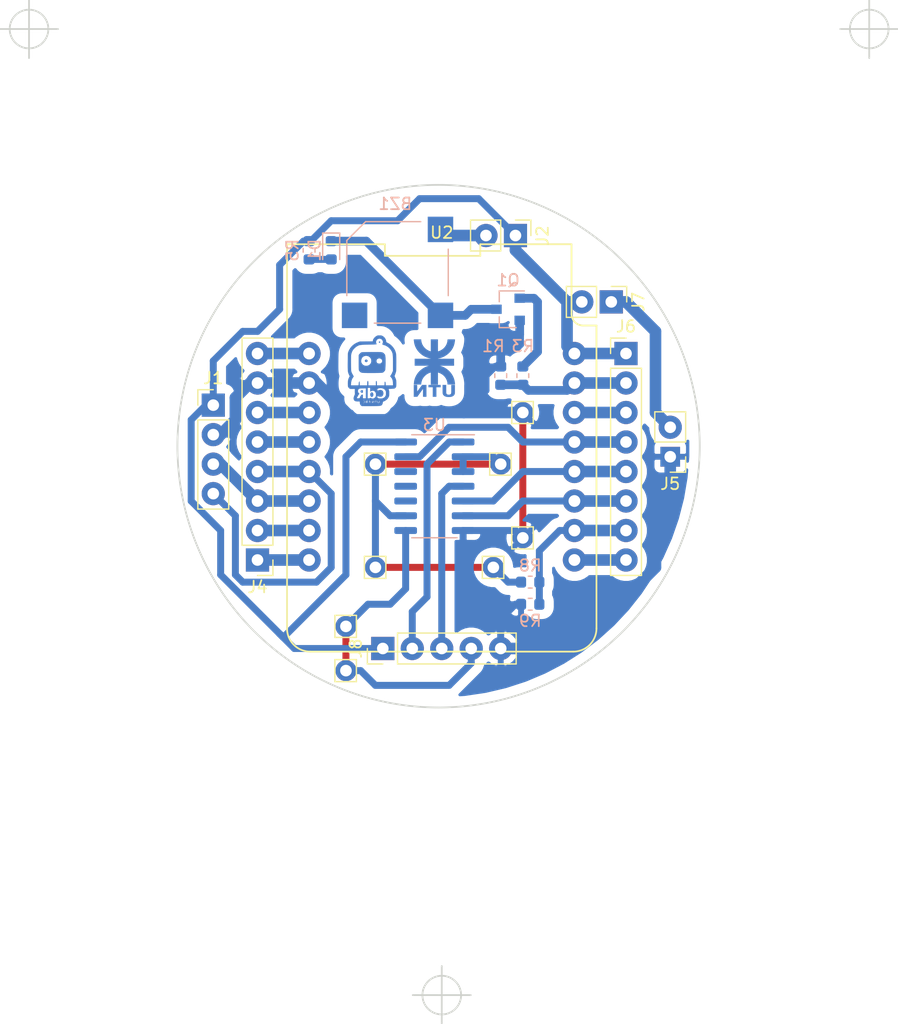
<source format=kicad_pcb>
(kicad_pcb (version 20171130) (host pcbnew "(5.1.5)-3")

  (general
    (thickness 1.6)
    (drawings 4)
    (tracks 152)
    (zones 0)
    (modules 27)
    (nets 26)
  )

  (page User 140.005 170.002)
  (title_block
    (title "Mainboard Coheteria")
    (date 2019-10-20)
    (rev 1)
    (company CdR)
  )

  (layers
    (0 F.Cu signal)
    (31 B.Cu signal)
    (32 B.Adhes user)
    (33 F.Adhes user)
    (34 B.Paste user)
    (35 F.Paste user)
    (36 B.SilkS user)
    (37 F.SilkS user)
    (38 B.Mask user)
    (39 F.Mask user)
    (40 Dwgs.User user)
    (41 Cmts.User user)
    (42 Eco1.User user)
    (43 Eco2.User user)
    (44 Edge.Cuts user)
    (45 Margin user)
    (46 B.CrtYd user)
    (47 F.CrtYd user hide)
    (48 B.Fab user)
    (49 F.Fab user hide)
  )

  (setup
    (last_trace_width 0.6)
    (user_trace_width 0.75)
    (user_trace_width 1)
    (user_trace_width 1.5)
    (trace_clearance 0.25)
    (zone_clearance 0.8)
    (zone_45_only no)
    (trace_min 0.2)
    (via_size 0.6)
    (via_drill 0.4)
    (via_min_size 0.4)
    (via_min_drill 0.3)
    (uvia_size 0.3)
    (uvia_drill 0.1)
    (uvias_allowed no)
    (uvia_min_size 0.2)
    (uvia_min_drill 0.1)
    (edge_width 0.15)
    (segment_width 0.2)
    (pcb_text_width 0.3)
    (pcb_text_size 1.5 1.5)
    (mod_edge_width 0.15)
    (mod_text_size 1 1)
    (mod_text_width 0.15)
    (pad_size 1.8 1.8)
    (pad_drill 1)
    (pad_to_mask_clearance 0.2)
    (aux_axis_origin 0 0)
    (visible_elements 7FFFFFFF)
    (pcbplotparams
      (layerselection 0x00030_80000001)
      (usegerberextensions false)
      (usegerberattributes false)
      (usegerberadvancedattributes false)
      (creategerberjobfile false)
      (excludeedgelayer true)
      (linewidth 0.100000)
      (plotframeref false)
      (viasonmask false)
      (mode 1)
      (useauxorigin false)
      (hpglpennumber 1)
      (hpglpenspeed 20)
      (hpglpendiameter 15.000000)
      (psnegative false)
      (psa4output false)
      (plotreference true)
      (plotvalue true)
      (plotinvisibletext false)
      (padsonsilk false)
      (subtractmaskfromsilk false)
      (outputformat 1)
      (mirror false)
      (drillshape 1)
      (scaleselection 1)
      (outputdirectory "./PCB_print"))
  )

  (net 0 "")
  (net 1 3v3)
  (net 2 GND)
  (net 3 "Net-(BZ1-Pad2)")
  (net 4 SCL)
  (net 5 SDA)
  (net 6 Buzzer)
  (net 7 Analog)
  (net 8 Y_Sel)
  (net 9 Z_Sel)
  (net 10 X_Sel)
  (net 11 "Net-(J4-Pad8)")
  (net 12 "Net-(BZ1-Pad1)")
  (net 13 "Net-(D1-Pad2)")
  (net 14 UART-Rx)
  (net 15 UART-Tx)
  (net 16 D0_pgm)
  (net 17 G2)
  (net 18 RST)
  (net 19 D7)
  (net 20 "Net-(J8-Pad2)")
  (net 21 "Net-(J8-Pad3)")
  (net 22 "Net-(J8-Pad4)")
  (net 23 "Net-(Q1-Pad1)")
  (net 24 "Net-(R8-Pad2)")
  (net 25 "Net-(BT1-Pad1)")

  (net_class Default "Esta es la clase de red por defecto."
    (clearance 0.25)
    (trace_width 0.6)
    (via_dia 0.6)
    (via_drill 0.4)
    (uvia_dia 0.3)
    (uvia_drill 0.1)
    (add_net 3v3)
    (add_net Analog)
    (add_net Buzzer)
    (add_net D0_pgm)
    (add_net D7)
    (add_net G2)
    (add_net GND)
    (add_net "Net-(BT1-Pad1)")
    (add_net "Net-(BZ1-Pad1)")
    (add_net "Net-(BZ1-Pad2)")
    (add_net "Net-(D1-Pad2)")
    (add_net "Net-(J4-Pad8)")
    (add_net "Net-(J8-Pad2)")
    (add_net "Net-(J8-Pad3)")
    (add_net "Net-(J8-Pad4)")
    (add_net "Net-(Q1-Pad1)")
    (add_net "Net-(R8-Pad2)")
    (add_net RST)
    (add_net SCL)
    (add_net SDA)
    (add_net UART-Rx)
    (add_net UART-Tx)
    (add_net X_Sel)
    (add_net Y_Sel)
    (add_net Z_Sel)
  )

  (net_class med ""
    (clearance 0.25)
    (trace_width 0.75)
    (via_dia 0.6)
    (via_drill 0.4)
    (uvia_dia 0.3)
    (uvia_drill 0.1)
  )

  (net_class pot ""
    (clearance 0.25)
    (trace_width 1.2)
    (via_dia 0.6)
    (via_drill 0.4)
    (uvia_dia 0.3)
    (uvia_drill 0.1)
  )

  (module Connector_Pin:Pin_D0.7mm_L6.5mm_W1.8mm_FlatFork (layer F.Cu) (tedit 5FB19E93) (tstamp 5FB21796)
    (at 76.2 63.5)
    (descr "solder Pin_ with flat fork, hole diameter 0.7mm, length 6.5mm, width 1.8mm")
    (tags "solder Pin_ with flat fork")
    (fp_text reference "" (at 0 1.8) (layer F.SilkS) hide
      (effects (font (size 1 1) (thickness 0.15)))
    )
    (fp_text value "" (at 0 -1.8) (layer F.Fab) hide
      (effects (font (size 1 1) (thickness 0.15)))
    )
    (fp_text user %R (at 0 1.8) (layer F.Fab)
      (effects (font (size 1 1) (thickness 0.15)))
    )
    (fp_line (start -0.95 -0.95) (end -0.95 0.95) (layer F.SilkS) (width 0.12))
    (fp_line (start -0.95 0.95) (end 0.9 0.95) (layer F.SilkS) (width 0.12))
    (fp_line (start 0.9 0.95) (end 0.9 -0.9) (layer F.SilkS) (width 0.12))
    (fp_line (start 0.9 -0.9) (end 0.9 -0.95) (layer F.SilkS) (width 0.12))
    (fp_line (start 0.9 -0.95) (end -0.95 -0.95) (layer F.SilkS) (width 0.12))
    (fp_line (start -0.9 -0.25) (end 0.85 -0.25) (layer F.Fab) (width 0.12))
    (fp_line (start 0.85 -0.25) (end 0.85 0.25) (layer F.Fab) (width 0.12))
    (fp_line (start 0.85 0.25) (end -0.9 0.25) (layer F.Fab) (width 0.12))
    (fp_line (start -0.9 0.25) (end -0.9 -0.25) (layer F.Fab) (width 0.12))
    (fp_line (start -1.4 -1.2) (end 1.35 -1.2) (layer F.CrtYd) (width 0.05))
    (fp_line (start -1.4 -1.2) (end -1.4 1.2) (layer F.CrtYd) (width 0.05))
    (fp_line (start 1.35 1.2) (end 1.35 -1.2) (layer F.CrtYd) (width 0.05))
    (fp_line (start 1.35 1.2) (end -1.4 1.2) (layer F.CrtYd) (width 0.05))
    (pad 1 thru_hole circle (at 0 0) (size 1.8 1.8) (drill 1) (layers *.Cu)
      (net 2 GND))
  )

  (module Connector_Pin:Pin_D0.7mm_L6.5mm_W1.8mm_FlatFork (layer F.Cu) (tedit 5FB19E9E) (tstamp 5FB21784)
    (at 76.2 74.295)
    (descr "solder Pin_ with flat fork, hole diameter 0.7mm, length 6.5mm, width 1.8mm")
    (tags "solder Pin_ with flat fork")
    (fp_text reference "" (at 0 1.8) (layer F.SilkS) hide
      (effects (font (size 1 1) (thickness 0.15)))
    )
    (fp_text value "" (at 0 -1.8) (layer F.Fab) hide
      (effects (font (size 1 1) (thickness 0.15)))
    )
    (fp_line (start 1.35 1.2) (end -1.4 1.2) (layer F.CrtYd) (width 0.05))
    (fp_line (start 1.35 1.2) (end 1.35 -1.2) (layer F.CrtYd) (width 0.05))
    (fp_line (start -1.4 -1.2) (end -1.4 1.2) (layer F.CrtYd) (width 0.05))
    (fp_line (start -1.4 -1.2) (end 1.35 -1.2) (layer F.CrtYd) (width 0.05))
    (fp_line (start -0.9 0.25) (end -0.9 -0.25) (layer F.Fab) (width 0.12))
    (fp_line (start 0.85 0.25) (end -0.9 0.25) (layer F.Fab) (width 0.12))
    (fp_line (start 0.85 -0.25) (end 0.85 0.25) (layer F.Fab) (width 0.12))
    (fp_line (start -0.9 -0.25) (end 0.85 -0.25) (layer F.Fab) (width 0.12))
    (fp_line (start 0.9 -0.95) (end -0.95 -0.95) (layer F.SilkS) (width 0.12))
    (fp_line (start 0.9 -0.9) (end 0.9 -0.95) (layer F.SilkS) (width 0.12))
    (fp_line (start 0.9 0.95) (end 0.9 -0.9) (layer F.SilkS) (width 0.12))
    (fp_line (start -0.95 0.95) (end 0.9 0.95) (layer F.SilkS) (width 0.12))
    (fp_line (start -0.95 -0.95) (end -0.95 0.95) (layer F.SilkS) (width 0.12))
    (fp_text user %R (at 0 1.8) (layer F.Fab)
      (effects (font (size 1 1) (thickness 0.15)))
    )
    (pad 1 thru_hole circle (at 0 0) (size 1.8 1.8) (drill 1) (layers *.Cu)
      (net 2 GND))
  )

  (module Connector_Pin:Pin_D0.7mm_L6.5mm_W1.8mm_FlatFork (layer F.Cu) (tedit 5FB19DFD) (tstamp 5FB2159C)
    (at 60.96 85.725)
    (descr "solder Pin_ with flat fork, hole diameter 0.7mm, length 6.5mm, width 1.8mm")
    (tags "solder Pin_ with flat fork")
    (fp_text reference "" (at 0 1.8) (layer F.SilkS) hide
      (effects (font (size 1 1) (thickness 0.15)))
    )
    (fp_text value "" (at 0 -1.8) (layer F.Fab) hide
      (effects (font (size 1 1) (thickness 0.15)))
    )
    (fp_text user %R (at 0 1.8) (layer F.Fab)
      (effects (font (size 1 1) (thickness 0.15)))
    )
    (fp_line (start -0.95 -0.95) (end -0.95 0.95) (layer F.SilkS) (width 0.12))
    (fp_line (start -0.95 0.95) (end 0.9 0.95) (layer F.SilkS) (width 0.12))
    (fp_line (start 0.9 0.95) (end 0.9 -0.9) (layer F.SilkS) (width 0.12))
    (fp_line (start 0.9 -0.9) (end 0.9 -0.95) (layer F.SilkS) (width 0.12))
    (fp_line (start 0.9 -0.95) (end -0.95 -0.95) (layer F.SilkS) (width 0.12))
    (fp_line (start -0.9 -0.25) (end 0.85 -0.25) (layer F.Fab) (width 0.12))
    (fp_line (start 0.85 -0.25) (end 0.85 0.25) (layer F.Fab) (width 0.12))
    (fp_line (start 0.85 0.25) (end -0.9 0.25) (layer F.Fab) (width 0.12))
    (fp_line (start -0.9 0.25) (end -0.9 -0.25) (layer F.Fab) (width 0.12))
    (fp_line (start -1.4 -1.2) (end 1.35 -1.2) (layer F.CrtYd) (width 0.05))
    (fp_line (start -1.4 -1.2) (end -1.4 1.2) (layer F.CrtYd) (width 0.05))
    (fp_line (start 1.35 1.2) (end 1.35 -1.2) (layer F.CrtYd) (width 0.05))
    (fp_line (start 1.35 1.2) (end -1.4 1.2) (layer F.CrtYd) (width 0.05))
    (pad 1 thru_hole circle (at 0 0) (size 1.8 1.8) (drill 1) (layers *.Cu)
      (net 22 "Net-(J8-Pad4)"))
  )

  (module Connector_Pin:Pin_D0.7mm_L6.5mm_W1.8mm_FlatFork (layer F.Cu) (tedit 5FB19DF7) (tstamp 5FB2158A)
    (at 60.96 81.915)
    (descr "solder Pin_ with flat fork, hole diameter 0.7mm, length 6.5mm, width 1.8mm")
    (tags "solder Pin_ with flat fork")
    (fp_text reference "" (at 0 1.8) (layer F.SilkS) hide
      (effects (font (size 1 1) (thickness 0.15)))
    )
    (fp_text value "" (at 0 -1.8) (layer F.Fab) hide
      (effects (font (size 1 1) (thickness 0.15)))
    )
    (fp_line (start 1.35 1.2) (end -1.4 1.2) (layer F.CrtYd) (width 0.05))
    (fp_line (start 1.35 1.2) (end 1.35 -1.2) (layer F.CrtYd) (width 0.05))
    (fp_line (start -1.4 -1.2) (end -1.4 1.2) (layer F.CrtYd) (width 0.05))
    (fp_line (start -1.4 -1.2) (end 1.35 -1.2) (layer F.CrtYd) (width 0.05))
    (fp_line (start -0.9 0.25) (end -0.9 -0.25) (layer F.Fab) (width 0.12))
    (fp_line (start 0.85 0.25) (end -0.9 0.25) (layer F.Fab) (width 0.12))
    (fp_line (start 0.85 -0.25) (end 0.85 0.25) (layer F.Fab) (width 0.12))
    (fp_line (start -0.9 -0.25) (end 0.85 -0.25) (layer F.Fab) (width 0.12))
    (fp_line (start 0.9 -0.95) (end -0.95 -0.95) (layer F.SilkS) (width 0.12))
    (fp_line (start 0.9 -0.9) (end 0.9 -0.95) (layer F.SilkS) (width 0.12))
    (fp_line (start 0.9 0.95) (end 0.9 -0.9) (layer F.SilkS) (width 0.12))
    (fp_line (start -0.95 0.95) (end 0.9 0.95) (layer F.SilkS) (width 0.12))
    (fp_line (start -0.95 -0.95) (end -0.95 0.95) (layer F.SilkS) (width 0.12))
    (fp_text user %R (at 0 1.8) (layer F.Fab)
      (effects (font (size 1 1) (thickness 0.15)))
    )
    (pad 1 thru_hole circle (at 0 0) (size 1.8 1.8) (drill 1) (layers *.Cu)
      (net 22 "Net-(J8-Pad4)"))
  )

  (module Connector_Pin:Pin_D0.7mm_L6.5mm_W1.8mm_FlatFork (layer F.Cu) (tedit 5FB19D3D) (tstamp 5FB211A3)
    (at 63.5 76.835)
    (descr "solder Pin_ with flat fork, hole diameter 0.7mm, length 6.5mm, width 1.8mm")
    (tags "solder Pin_ with flat fork")
    (fp_text reference "" (at 0 1.8) (layer F.SilkS) hide
      (effects (font (size 1 1) (thickness 0.15)))
    )
    (fp_text value "" (at 0 -1.8) (layer F.Fab) hide
      (effects (font (size 1 1) (thickness 0.15)))
    )
    (fp_text user %R (at 0 1.8) (layer F.Fab)
      (effects (font (size 1 1) (thickness 0.15)))
    )
    (fp_line (start -0.95 -0.95) (end -0.95 0.95) (layer F.SilkS) (width 0.12))
    (fp_line (start -0.95 0.95) (end 0.9 0.95) (layer F.SilkS) (width 0.12))
    (fp_line (start 0.9 0.95) (end 0.9 -0.9) (layer F.SilkS) (width 0.12))
    (fp_line (start 0.9 -0.9) (end 0.9 -0.95) (layer F.SilkS) (width 0.12))
    (fp_line (start 0.9 -0.95) (end -0.95 -0.95) (layer F.SilkS) (width 0.12))
    (fp_line (start -0.9 -0.25) (end 0.85 -0.25) (layer F.Fab) (width 0.12))
    (fp_line (start 0.85 -0.25) (end 0.85 0.25) (layer F.Fab) (width 0.12))
    (fp_line (start 0.85 0.25) (end -0.9 0.25) (layer F.Fab) (width 0.12))
    (fp_line (start -0.9 0.25) (end -0.9 -0.25) (layer F.Fab) (width 0.12))
    (fp_line (start -1.4 -1.2) (end 1.35 -1.2) (layer F.CrtYd) (width 0.05))
    (fp_line (start -1.4 -1.2) (end -1.4 1.2) (layer F.CrtYd) (width 0.05))
    (fp_line (start 1.35 1.2) (end 1.35 -1.2) (layer F.CrtYd) (width 0.05))
    (fp_line (start 1.35 1.2) (end -1.4 1.2) (layer F.CrtYd) (width 0.05))
    (pad 1 thru_hole circle (at 0 0) (size 1.8 1.8) (drill 1) (layers *.Cu)
      (net 24 "Net-(R8-Pad2)"))
  )

  (module Connector_Pin:Pin_D0.7mm_L6.5mm_W1.8mm_FlatFork (layer F.Cu) (tedit 5FB19D1C) (tstamp 5FB21191)
    (at 74.295 67.945)
    (descr "solder Pin_ with flat fork, hole diameter 0.7mm, length 6.5mm, width 1.8mm")
    (tags "solder Pin_ with flat fork")
    (fp_text reference "" (at 0 1.8) (layer F.SilkS) hide
      (effects (font (size 1 1) (thickness 0.15)))
    )
    (fp_text value "" (at 0 -1.8) (layer F.Fab) hide
      (effects (font (size 1 1) (thickness 0.15)))
    )
    (fp_line (start 1.35 1.2) (end -1.4 1.2) (layer F.CrtYd) (width 0.05))
    (fp_line (start 1.35 1.2) (end 1.35 -1.2) (layer F.CrtYd) (width 0.05))
    (fp_line (start -1.4 -1.2) (end -1.4 1.2) (layer F.CrtYd) (width 0.05))
    (fp_line (start -1.4 -1.2) (end 1.35 -1.2) (layer F.CrtYd) (width 0.05))
    (fp_line (start -0.9 0.25) (end -0.9 -0.25) (layer F.Fab) (width 0.12))
    (fp_line (start 0.85 0.25) (end -0.9 0.25) (layer F.Fab) (width 0.12))
    (fp_line (start 0.85 -0.25) (end 0.85 0.25) (layer F.Fab) (width 0.12))
    (fp_line (start -0.9 -0.25) (end 0.85 -0.25) (layer F.Fab) (width 0.12))
    (fp_line (start 0.9 -0.95) (end -0.95 -0.95) (layer F.SilkS) (width 0.12))
    (fp_line (start 0.9 -0.9) (end 0.9 -0.95) (layer F.SilkS) (width 0.12))
    (fp_line (start 0.9 0.95) (end 0.9 -0.9) (layer F.SilkS) (width 0.12))
    (fp_line (start -0.95 0.95) (end 0.9 0.95) (layer F.SilkS) (width 0.12))
    (fp_line (start -0.95 -0.95) (end -0.95 0.95) (layer F.SilkS) (width 0.12))
    (fp_text user %R (at 0 1.8) (layer F.Fab)
      (effects (font (size 1 1) (thickness 0.15)))
    )
    (pad 1 thru_hole circle (at 0 0) (size 1.8 1.8) (drill 1) (layers *.Cu)
      (net 24 "Net-(R8-Pad2)"))
  )

  (module Connector_Pin:Pin_D0.7mm_L6.5mm_W1.8mm_FlatFork (layer F.Cu) (tedit 5FB19D49) (tstamp 5FB2117C)
    (at 73.66 76.835)
    (descr "solder Pin_ with flat fork, hole diameter 0.7mm, length 6.5mm, width 1.8mm")
    (tags "solder Pin_ with flat fork")
    (fp_text reference "" (at 0 1.8) (layer F.SilkS) hide
      (effects (font (size 1 1) (thickness 0.15)))
    )
    (fp_text value "" (at 0 -1.8) (layer F.Fab) hide
      (effects (font (size 1 1) (thickness 0.15)))
    )
    (fp_text user %R (at 0 1.8) (layer F.Fab)
      (effects (font (size 1 1) (thickness 0.15)))
    )
    (fp_line (start -0.95 -0.95) (end -0.95 0.95) (layer F.SilkS) (width 0.12))
    (fp_line (start -0.95 0.95) (end 0.9 0.95) (layer F.SilkS) (width 0.12))
    (fp_line (start 0.9 0.95) (end 0.9 -0.9) (layer F.SilkS) (width 0.12))
    (fp_line (start 0.9 -0.9) (end 0.9 -0.95) (layer F.SilkS) (width 0.12))
    (fp_line (start 0.9 -0.95) (end -0.95 -0.95) (layer F.SilkS) (width 0.12))
    (fp_line (start -0.9 -0.25) (end 0.85 -0.25) (layer F.Fab) (width 0.12))
    (fp_line (start 0.85 -0.25) (end 0.85 0.25) (layer F.Fab) (width 0.12))
    (fp_line (start 0.85 0.25) (end -0.9 0.25) (layer F.Fab) (width 0.12))
    (fp_line (start -0.9 0.25) (end -0.9 -0.25) (layer F.Fab) (width 0.12))
    (fp_line (start -1.4 -1.2) (end 1.35 -1.2) (layer F.CrtYd) (width 0.05))
    (fp_line (start -1.4 -1.2) (end -1.4 1.2) (layer F.CrtYd) (width 0.05))
    (fp_line (start 1.35 1.2) (end 1.35 -1.2) (layer F.CrtYd) (width 0.05))
    (fp_line (start 1.35 1.2) (end -1.4 1.2) (layer F.CrtYd) (width 0.05))
    (pad 1 thru_hole circle (at 0 0) (size 1.8 1.8) (drill 1) (layers *.Cu)
      (net 24 "Net-(R8-Pad2)"))
  )

  (module kicad:logo (layer F.Cu) (tedit 5E7F4D67) (tstamp 5E80574D)
    (at 62.865 59.69)
    (fp_text reference "" (at 0 5.08) (layer F.SilkS) hide
      (effects (font (size 1.524 1.524) (thickness 0.3)))
    )
    (fp_text value "" (at 0.75 5.08) (layer F.SilkS) hide
      (effects (font (size 1.524 1.524) (thickness 0.3)))
    )
    (fp_poly (pts (xy 0.916076 -2.825494) (xy 0.867245 -2.824056) (xy 0.831702 -2.820429) (xy 0.803392 -2.81361)
      (xy 0.776258 -2.802592) (xy 0.744245 -2.786369) (xy 0.74295 -2.785689) (xy 0.649109 -2.725985)
      (xy 0.566138 -2.652863) (xy 0.49755 -2.570575) (xy 0.446863 -2.483373) (xy 0.417592 -2.395512)
      (xy 0.416728 -2.391043) (xy 0.402508 -2.314575) (xy -0.151171 -2.308637) (xy -0.70485 -2.3027)
      (xy -0.80645 -2.268412) (xy -0.98688 -2.195261) (xy -1.151747 -2.103259) (xy -1.299954 -1.993398)
      (xy -1.430404 -1.866668) (xy -1.542 -1.724061) (xy -1.633645 -1.566567) (xy -1.668934 -1.489073)
      (xy -1.684626 -1.45135) (xy -1.697944 -1.417651) (xy -1.709103 -1.385574) (xy -1.718318 -1.352715)
      (xy -1.725801 -1.31667) (xy -1.731767 -1.275037) (xy -1.73643 -1.225411) (xy -1.740005 -1.165389)
      (xy -1.742704 -1.092568) (xy -1.744743 -1.004544) (xy -1.746334 -0.898913) (xy -1.747693 -0.773273)
      (xy -1.749033 -0.62522) (xy -1.749379 -0.585717) (xy -1.750766 -0.412002) (xy -1.751508 -0.261353)
      (xy -1.751361 -0.13144) (xy -1.750083 -0.019934) (xy -1.747433 0.075495) (xy -1.743168 0.157178)
      (xy -1.737045 0.227444) (xy -1.728823 0.288624) (xy -1.71826 0.343048) (xy -1.705112 0.393045)
      (xy -1.689138 0.440946) (xy -1.670096 0.489081) (xy -1.647743 0.53978) (xy -1.627941 0.582419)
      (xy -1.578025 0.688589) (xy -1.640369 0.811019) (xy -1.671533 0.875264) (xy -1.692778 0.928793)
      (xy -1.707585 0.982464) (xy -1.71944 1.047137) (xy -1.722425 1.0668) (xy -1.730647 1.139703)
      (xy -1.735769 1.2222) (xy -1.73789 1.308999) (xy -1.737112 1.394807) (xy -1.733536 1.474333)
      (xy -1.727263 1.542285) (xy -1.718394 1.59337) (xy -1.71198 1.613465) (xy -1.690097 1.648481)
      (xy -1.655251 1.688393) (xy -1.614311 1.726766) (xy -1.574143 1.757162) (xy -1.541616 1.773144)
      (xy -1.518859 1.775458) (xy -1.47615 1.776846) (xy -1.418925 1.777232) (xy -1.352617 1.776545)
      (xy -1.327961 1.77603) (xy -1.143257 1.77165) (xy -1.143563 1.9431) (xy -1.14287 2.010043)
      (xy -1.140757 2.070885) (xy -1.137536 2.119525) (xy -1.133522 2.149862) (xy -1.132815 2.15265)
      (xy -1.127881 2.180536) (xy -1.129836 2.212237) (xy -1.139852 2.25242) (xy -1.1591 2.305752)
      (xy -1.188752 2.376901) (xy -1.189587 2.378833) (xy -1.227295 2.485373) (xy -1.242922 2.579938)
      (xy -1.236452 2.663138) (xy -1.207867 2.735583) (xy -1.17856 2.775902) (xy -1.14251 2.807946)
      (xy -1.096456 2.831159) (xy -1.036652 2.846509) (xy -0.959351 2.854966) (xy -0.863177 2.8575)
      (xy -0.714964 2.8575) (xy -0.706897 2.962112) (xy -0.693368 3.053962) (xy -0.66744 3.126519)
      (xy -0.627331 3.183563) (xy -0.585607 3.219333) (xy -0.531253 3.25755) (xy -0.021151 3.259084)
      (xy 0.103557 3.259168) (xy 0.231667 3.258727) (xy 0.358325 3.257814) (xy 0.478676 3.256481)
      (xy 0.587868 3.254782) (xy 0.681046 3.25277) (xy 0.7493 3.250656) (xy 0.832502 3.246984)
      (xy 0.911031 3.242619) (xy 0.979861 3.237909) (xy 1.033968 3.233203) (xy 1.068326 3.228849)
      (xy 1.07093 3.228358) (xy 1.138409 3.202472) (xy 1.193652 3.155611) (xy 1.235138 3.089827)
      (xy 1.261349 3.007172) (xy 1.26806 2.962088) (xy 1.27635 2.880004) (xy 1.353975 2.851934)
      (xy 1.391953 2.834537) (xy 0.999241 2.834537) (xy 0.998775 2.875558) (xy 0.991837 2.919983)
      (xy 0.979763 2.957666) (xy 0.969974 2.973541) (xy 0.939651 2.990952) (xy 0.897713 2.997023)
      (xy 0.855536 2.991218) (xy 0.832306 2.980053) (xy 0.818165 2.957736) (xy 0.807156 2.919151)
      (xy 0.800607 2.873366) (xy 0.799849 2.829449) (xy 0.805599 2.797989) (xy 0.808808 2.794)
      (xy 0.71755 2.794) (xy 0.716544 2.805702) (xy 0.71195 2.8067) (xy 0.702335 2.81769)
      (xy 0.6985 2.843027) (xy 0.69665 2.885565) (xy 0.691873 2.927714) (xy 0.685327 2.963028)
      (xy 0.678175 2.985059) (xy 0.672346 2.98839) (xy 0.666326 2.971046) (xy 0.660743 2.936552)
      (xy 0.659961 2.92813) (xy 0.544242 2.92813) (xy 0.541664 2.966684) (xy 0.536512 2.988258)
      (xy 0.529483 2.990157) (xy 0.521276 2.969688) (xy 0.520208 2.96545) (xy 0.513574 2.926375)
      (xy 0.509575 2.881458) (xy 0.509384 2.87655) (xy 0.507762 2.82575) (xy 0.471254 2.88925)
      (xy 0.437386 2.941722) (xy 0.406661 2.977041) (xy 0.381484 2.992804) (xy 0.369101 2.991344)
      (xy 0.362325 2.975121) (xy 0.357927 2.941545) (xy 0.355951 2.898515) (xy 0.355994 2.894541)
      (xy 0.2794 2.894541) (xy 0.268854 2.90955) (xy 0.245142 2.915723) (xy 0.230737 2.913643)
      (xy 0.206501 2.908604) (xy 0.201412 2.9083) (xy 0.194797 2.900458) (xy 0.19685 2.8956)
      (xy 0.212752 2.886797) (xy 0.239062 2.883238) (xy 0.264785 2.885064) (xy 0.278929 2.892416)
      (xy 0.2794 2.894541) (xy 0.355994 2.894541) (xy 0.356444 2.85393) (xy 0.35945 2.81569)
      (xy 0.365015 2.791695) (xy 0.367928 2.78788) (xy 0.379695 2.792434) (xy 0.389019 2.821645)
      (xy 0.395716 2.87487) (xy 0.396665 2.88749) (xy 0.40005 2.936531) (xy 0.451063 2.86209)
      (xy 0.485497 2.815529) (xy 0.510335 2.792008) (xy 0.527137 2.791753) (xy 0.537463 2.814984)
      (xy 0.542872 2.861925) (xy 0.543549 2.875289) (xy 0.544242 2.92813) (xy 0.659961 2.92813)
      (xy 0.657529 2.90195) (xy 0.653176 2.856993) (xy 0.647138 2.820054) (xy 0.6424 2.803525)
      (xy 0.639416 2.78794) (xy 0.653631 2.781947) (xy 0.670992 2.7813) (xy 0.1651 2.7813)
      (xy 0.1651 2.869161) (xy 0.163166 2.932104) (xy 0.157542 2.973261) (xy 0.148497 2.991401)
      (xy 0.138991 2.988528) (xy 0.130494 2.969355) (xy 0.124803 2.94005) (xy 0.117061 2.911716)
      (xy 0.096535 2.899401) (xy 0.08255 2.896915) (xy 0.05766 2.893014) (xy 0.056443 2.889374)
      (xy 0.074999 2.883926) (xy 0.105086 2.869161) (xy -0.0381 2.869161) (xy -0.039167 2.916486)
      (xy -0.041962 2.955384) (xy -0.04578 2.977038) (xy -0.057741 2.990747) (xy -0.069978 2.983905)
      (xy -0.076157 2.960487) (xy -0.0762 2.957951) (xy -0.083715 2.931544) (xy -0.103282 2.924354)
      (xy -0.130433 2.936308) (xy -0.154339 2.959275) (xy -0.17676 2.983853) (xy -0.191883 2.996214)
      (xy -0.194708 2.996404) (xy -0.195418 2.982068) (xy -0.193023 2.949101) (xy -0.188031 2.904019)
      (xy -0.186671 2.893396) (xy -0.183209 2.871) (xy -0.265598 2.871) (xy -0.268178 2.91463)
      (xy -0.289825 2.955061) (xy -0.32385 2.982534) (xy -0.352342 2.9923) (xy -0.385697 2.996317)
      (xy -0.414892 2.994498) (xy -0.430906 2.986755) (xy -0.4318 2.983591) (xy -0.421221 2.974253)
      (xy -0.403225 2.973259) (xy -0.35541 2.968424) (xy -0.319282 2.945135) (xy -0.299313 2.90817)
      (xy -0.299851 2.862787) (xy -0.320128 2.827972) (xy -0.359457 2.80974) (xy -0.392865 2.8067)
      (xy -0.419975 2.803094) (xy -0.431782 2.794379) (xy -0.4318 2.794) (xy -0.421053 2.784254)
      (xy -0.394287 2.781706) (xy -0.359708 2.785932) (xy -0.325526 2.796505) (xy -0.318408 2.79988)
      (xy -0.282278 2.830605) (xy -0.265598 2.871) (xy -0.183209 2.871) (xy -0.178427 2.840066)
      (xy -0.167629 2.807126) (xy -0.149563 2.789656) (xy -0.119515 2.782738) (xy -0.079375 2.781473)
      (xy -0.0381 2.7813) (xy -0.0381 2.869161) (xy 0.105086 2.869161) (xy 0.109761 2.866867)
      (xy 0.123028 2.841789) (xy 0.113013 2.812751) (xy 0.108623 2.807443) (xy 0.093771 2.789374)
      (xy 0.097442 2.782438) (xy 0.122985 2.7813) (xy 0.1651 2.7813) (xy 0.670992 2.7813)
      (xy 0.700825 2.785082) (xy 0.71755 2.794) (xy 0.808808 2.794) (xy 0.815838 2.785263)
      (xy 0.826136 2.793565) (xy 0.834257 2.818628) (xy 0.837966 2.856184) (xy 0.838006 2.859848)
      (xy 0.843934 2.918215) (xy 0.86072 2.955846) (xy 0.887716 2.971435) (xy 0.893481 2.9718)
      (xy 0.920911 2.966842) (xy 0.938968 2.948977) (xy 0.950487 2.913717) (xy 0.956711 2.871652)
      (xy 0.963587 2.823704) (xy 0.971408 2.799038) (xy 0.981327 2.795536) (xy 0.991898 2.807067)
      (xy 0.999241 2.834537) (xy 1.391953 2.834537) (xy 1.469134 2.799182) (xy 1.572966 2.729655)
      (xy 1.662546 2.646438) (xy 1.734947 2.552618) (xy 1.787245 2.451279) (xy 1.812256 2.368725)
      (xy 1.818868 2.323973) (xy 1.824205 2.262785) (xy 1.827621 2.194117) (xy 1.828245 2.159)
      (xy 1.54305 2.159) (xy 1.542352 2.226447) (xy 1.539632 2.275235) (xy 1.533955 2.31208)
      (xy 1.524385 2.3437) (xy 1.513849 2.36855) (xy 1.461358 2.454424) (xy 1.391295 2.521962)
      (xy 1.303646 2.571175) (xy 1.26365 2.585734) (xy 1.218794 2.594681) (xy 1.156865 2.600197)
      (xy 1.085973 2.602198) (xy 1.014224 2.600596) (xy 0.949726 2.595306) (xy 0.913686 2.58946)
      (xy 0.857392 2.572481) (xy 0.822338 2.547914) (xy 0.804573 2.511412) (xy 0.8001 2.464549)
      (xy 0.802209 2.426881) (xy 0.807581 2.400912) (xy 0.81142 2.394803) (xy 0.828495 2.395658)
      (xy 0.860104 2.405393) (xy 0.884445 2.415345) (xy 0.928659 2.431226) (xy 0.978352 2.440158)
      (xy 1.042614 2.443658) (xy 1.055044 2.443816) (xy 1.10939 2.443616) (xy 1.145911 2.44074)
      (xy 1.172161 2.433466) (xy 1.195699 2.420072) (xy 1.212153 2.408008) (xy 1.266417 2.351084)
      (xy 1.302215 2.278322) (xy 1.30998 2.23728) (xy 0.684433 2.23728) (xy 0.680279 2.339177)
      (xy 0.671584 2.38914) (xy 0.65585 2.43893) (xy 0.628626 2.483468) (xy 0.599838 2.516934)
      (xy 0.533176 2.571969) (xy 0.459889 2.603196) (xy 0.382565 2.610209) (xy 0.303787 2.592606)
      (xy 0.257499 2.570409) (xy 0.225173 2.552329) (xy 0.207331 2.546463) (xy 0.196509 2.55224)
      (xy 0.187769 2.565054) (xy 0.176669 2.577939) (xy 0.159278 2.585687) (xy 0.129725 2.589545)
      (xy 0.082143 2.590762) (xy 0.066635 2.5908) (xy -0.03842 2.5908) (xy -0.1905 2.5908)
      (xy -0.443718 2.5908) (xy -0.45085 2.27965) (xy -0.496342 2.275835) (xy -0.531982 2.279712)
      (xy -0.566311 2.299033) (xy -0.601439 2.336024) (xy -0.639473 2.392911) (xy -0.682524 2.47192)
      (xy -0.683034 2.472921) (xy -0.74295 2.590683) (xy -0.860425 2.590741) (xy -0.91152 2.589982)
      (xy -0.951382 2.587897) (xy -0.974421 2.584856) (xy -0.9779 2.582969) (xy -0.971825 2.564869)
      (xy -0.955431 2.529962) (xy -0.931466 2.48322) (xy -0.902675 2.429618) (xy -0.871806 2.374129)
      (xy -0.841604 2.321728) (xy -0.814817 2.277389) (xy -0.794191 2.246085) (xy -0.78637 2.236119)
      (xy -0.748824 2.195011) (xy -0.80581 2.131628) (xy -0.848266 2.075729) (xy -0.870574 2.020898)
      (xy -0.875699 1.957863) (xy -0.872908 1.921805) (xy -0.858065 1.861618) (xy -0.826462 1.814583)
      (xy -0.77435 1.775726) (xy -0.754989 1.76534) (xy -0.732042 1.754404) (xy -0.709825 1.746215)
      (xy -0.684143 1.740287) (xy -0.650795 1.736135) (xy -0.605585 1.733274) (xy -0.544312 1.731218)
      (xy -0.462779 1.729483) (xy -0.441325 1.729089) (xy -0.1905 1.724549) (xy -0.1905 2.5908)
      (xy -0.03842 2.5908) (xy -0.03175 1.68275) (xy 0.18415 1.68275) (xy 0.1877 1.843958)
      (xy 0.191249 2.005167) (xy 0.27025 1.967793) (xy 0.351352 1.938439) (xy 0.425007 1.931709)
      (xy 0.494971 1.947432) (xy 0.516133 1.956662) (xy 0.584251 2.003058) (xy 0.635572 2.066864)
      (xy 0.669248 2.145723) (xy 0.684433 2.23728) (xy 1.30998 2.23728) (xy 1.318475 2.19239)
      (xy 1.318795 2.142225) (xy 1.307065 2.056557) (xy 1.28028 1.987979) (xy 1.236262 1.931688)
      (xy 1.214659 1.912598) (xy 1.155736 1.880654) (xy 1.083619 1.867379) (xy 1.002675 1.873094)
      (xy 0.93345 1.891934) (xy 0.877505 1.911279) (xy 0.840794 1.920505) (xy 0.819017 1.919039)
      (xy 0.807869 1.906307) (xy 0.803049 1.881736) (xy 0.802392 1.87446) (xy 0.801888 1.82239)
      (xy 0.812209 1.78377) (xy 0.83646 1.756027) (xy 0.877744 1.736591) (xy 0.939164 1.722891)
      (xy 0.994286 1.715509) (xy 1.11878 1.71059) (xy 1.230343 1.725106) (xy 1.327671 1.758479)
      (xy 1.409461 1.810126) (xy 1.474408 1.879467) (xy 1.513037 1.946566) (xy 1.52656 1.97982)
      (xy 1.535355 2.012437) (xy 1.540388 2.051255) (xy 1.542625 2.10311) (xy 1.54305 2.159)
      (xy 1.828245 2.159) (xy 1.828536 2.142681) (xy 1.827804 2.071563) (xy 1.824574 2.017373)
      (xy 1.817727 1.971675) (xy 1.806145 1.926036) (xy 1.79526 1.89153) (xy 1.78097 1.84419)
      (xy 1.772039 1.806241) (xy 1.769829 1.783862) (xy 1.770898 1.780848) (xy 1.785965 1.777515)
      (xy 1.822223 1.773866) (xy 1.875471 1.770193) (xy 1.941508 1.766791) (xy 2.010813 1.764123)
      (xy 2.087141 1.760946) (xy 2.156652 1.756773) (xy 2.214547 1.751991) (xy 2.256031 1.746989)
      (xy 2.275065 1.742748) (xy 2.332336 1.707692) (xy 2.382001 1.656575) (xy 2.415727 1.598215)
      (xy 2.418287 1.591206) (xy 2.426389 1.552887) (xy 2.432526 1.494885) (xy 2.436628 1.422841)
      (xy 2.438625 1.342403) (xy 2.438448 1.259212) (xy 2.436026 1.178915) (xy 2.431291 1.107155)
      (xy 2.424923 1.0541) (xy 2.412657 1.002865) (xy 2.390805 0.936477) (xy 2.36186 0.862127)
      (xy 2.344032 0.820915) (xy 2.276428 0.67028) (xy 2.320764 0.560565) (xy 2.345421 0.49471)
      (xy 2.371104 0.418321) (xy 2.393093 0.345605) (xy 2.397317 0.3302) (xy 2.405167 0.300175)
      (xy 2.411659 0.272533) (xy 2.416951 0.244502) (xy 2.419522 0.225646) (xy 2.1463 0.225646)
      (xy 2.096197 0.346033) (xy 2.033632 0.482071) (xy 1.969355 0.593776) (xy 1.935054 0.642445)
      (xy 1.903106 0.684331) (xy 1.9756 0.769786) (xy 2.036685 0.851457) (xy 2.082812 0.936743)
      (xy 2.115355 1.030138) (xy 2.135688 1.13614) (xy 2.145186 1.259243) (xy 2.1463 1.328267)
      (xy 2.1463 1.4732) (xy 1.51463 1.4732) (xy 1.508185 1.343025) (xy 1.504629 1.286091)
      (xy 1.500222 1.237235) (xy 1.495626 1.20298) (xy 1.492839 1.191606) (xy 1.476625 1.171189)
      (xy 1.454384 1.159511) (xy 1.437138 1.162129) (xy 1.433981 1.176854) (xy 1.430582 1.211751)
      (xy 1.427349 1.261602) (xy 1.42469 1.321178) (xy 1.41927 1.4732) (xy 0.762 1.4732)
      (xy 0.762 1.386216) (xy 0.760411 1.298841) (xy 0.755913 1.222925) (xy 0.748908 1.161766)
      (xy 0.7398 1.118663) (xy 0.728991 1.096916) (xy 0.726453 1.095335) (xy 0.706818 1.093643)
      (xy 0.692266 1.107224) (xy 0.682224 1.138317) (xy 0.676122 1.189161) (xy 0.673386 1.261995)
      (xy 0.6731 1.304177) (xy 0.6731 1.4732) (xy 0.0254 1.4732) (xy 0.0254 1.304177)
      (xy 0.024081 1.220604) (xy 0.01972 1.160002) (xy 0.011715 1.120062) (xy -0.000539 1.098472)
      (xy -0.017644 1.092921) (xy -0.029024 1.095746) (xy -0.044635 1.1142) (xy -0.056332 1.156349)
      (xy -0.064181 1.222623) (xy -0.06825 1.313453) (xy -0.06878 1.349367) (xy -0.06985 1.473184)
      (xy -0.396516 1.473192) (xy -0.723183 1.4732) (xy -0.726716 1.298575) (xy -0.73025 1.12395)
      (xy -0.765175 1.174523) (xy -0.791918 1.22581) (xy -0.800199 1.28046) (xy -0.80021 1.282473)
      (xy -0.801942 1.331252) (xy -0.806172 1.386481) (xy -0.808329 1.406525) (xy -0.816337 1.4732)
      (xy -1.47708 1.4732) (xy -1.469 1.331973) (xy -1.451321 1.172211) (xy -1.417311 1.030655)
      (xy -1.366433 0.905617) (xy -1.298148 0.79541) (xy -1.297471 0.794506) (xy -1.270708 0.758297)
      (xy -1.249653 0.728947) (xy -1.240147 0.714819) (xy -1.242441 0.697645) (xy -1.256688 0.663803)
      (xy -1.280811 0.617803) (xy -1.300012 0.58483) (xy -1.335321 0.523066) (xy -1.370842 0.455606)
      (xy -1.400801 0.393599) (xy -1.410422 0.371661) (xy -1.425527 0.334448) (xy -1.436689 0.302103)
      (xy -1.444742 0.269402) (xy -1.450522 0.231116) (xy -1.454863 0.182019) (xy -1.458599 0.116886)
      (xy -1.461666 0.0508) (xy -1.4649 -0.037605) (xy -1.467496 -0.140709) (xy -1.469458 -0.254698)
      (xy -1.470789 -0.375754) (xy -1.47149 -0.500062) (xy -1.471565 -0.623804) (xy -1.471016 -0.743165)
      (xy -1.469845 -0.854327) (xy -1.468056 -0.953475) (xy -1.46565 -1.036791) (xy -1.462631 -1.100461)
      (xy -1.460872 -1.12395) (xy -1.439141 -1.250723) (xy -1.398304 -1.379897) (xy -1.341722 -1.502023)
      (xy -1.304473 -1.563719) (xy -1.258594 -1.62327) (xy -1.197295 -1.689701) (xy -1.127031 -1.756985)
      (xy -1.054259 -1.819097) (xy -0.985437 -1.870011) (xy -0.957256 -1.887791) (xy -0.910906 -1.914387)
      (xy -0.867294 -1.93739) (xy -0.824183 -1.957108) (xy -0.779337 -1.973848) (xy -0.730519 -1.987918)
      (xy -0.675492 -1.999625) (xy -0.612017 -2.009276) (xy -0.53786 -2.017178) (xy -0.450782 -2.02364)
      (xy -0.348547 -2.028969) (xy -0.228917 -2.033471) (xy -0.089655 -2.037454) (xy 0.071475 -2.041226)
      (xy 0.175454 -2.04343) (xy 0.291123 -2.04594) (xy 0.398763 -2.048496) (xy 0.495758 -2.05102)
      (xy 0.579493 -2.053434) (xy 0.647351 -2.055659) (xy 0.696718 -2.057617) (xy 0.724977 -2.05923)
      (xy 0.730777 -2.060044) (xy 0.72944 -2.073707) (xy 0.720613 -2.103737) (xy 0.709669 -2.134357)
      (xy 0.689121 -2.220368) (xy 0.691951 -2.304428) (xy 0.716909 -2.382654) (xy 0.762745 -2.451161)
      (xy 0.828209 -2.506067) (xy 0.829576 -2.506917) (xy 0.906346 -2.540954) (xy 0.984921 -2.552035)
      (xy 1.061497 -2.541974) (xy 1.13227 -2.512589) (xy 1.193438 -2.465694) (xy 1.241196 -2.403106)
      (xy 1.271742 -2.32664) (xy 1.278274 -2.292683) (xy 1.279599 -2.244875) (xy 1.269874 -2.189563)
      (xy 1.257164 -2.145875) (xy 1.241329 -2.08946) (xy 1.237179 -2.05479) (xy 1.241107 -2.043114)
      (xy 1.258949 -2.033983) (xy 1.294477 -2.021503) (xy 1.340641 -2.008101) (xy 1.349991 -2.005661)
      (xy 1.433385 -1.981783) (xy 1.505036 -1.954647) (xy 1.574503 -1.919951) (xy 1.651344 -1.873388)
      (xy 1.668439 -1.862273) (xy 1.794434 -1.766133) (xy 1.904747 -1.654319) (xy 1.996348 -1.530397)
      (xy 2.066206 -1.397935) (xy 2.069505 -1.390118) (xy 2.085428 -1.349817) (xy 2.099009 -1.309779)
      (xy 2.110431 -1.267669) (xy 2.119876 -1.221154) (xy 2.127528 -1.167901) (xy 2.133569 -1.105577)
      (xy 2.138181 -1.031847) (xy 2.141549 -0.944378) (xy 2.143855 -0.840838) (xy 2.145281 -0.718892)
      (xy 2.14601 -0.576207) (xy 2.146226 -0.411052) (xy 2.1463 0.225646) (xy 2.419522 0.225646)
      (xy 2.421204 0.213314) (xy 2.424575 0.176197) (xy 2.427225 0.130381) (xy 2.429312 0.073096)
      (xy 2.430995 0.001571) (xy 2.432435 -0.086963) (xy 2.433789 -0.195277) (xy 2.435218 -0.326141)
      (xy 2.435261 -0.3302) (xy 2.436674 -0.52386) (xy 2.436487 -0.693922) (xy 2.434617 -0.842143)
      (xy 2.430982 -0.97028) (xy 2.425499 -1.080089) (xy 2.418086 -1.173327) (xy 2.408661 -1.251751)
      (xy 2.397141 -1.317118) (xy 2.387001 -1.3589) (xy 2.33056 -1.516989) (xy 2.252042 -1.668448)
      (xy 2.154131 -1.810151) (xy 2.039512 -1.938972) (xy 1.910869 -2.051788) (xy 1.770887 -2.145472)
      (xy 1.665353 -2.198986) (xy 1.620239 -2.21942) (xy 1.593111 -2.234913) (xy 1.578717 -2.250772)
      (xy 1.571801 -2.272304) (xy 1.568121 -2.297182) (xy 1.539812 -2.425941) (xy 1.491114 -2.540349)
      (xy 1.422711 -2.639435) (xy 1.335286 -2.72223) (xy 1.229523 -2.787762) (xy 1.2192 -2.792745)
      (xy 1.188053 -2.806503) (xy 1.159397 -2.815816) (xy 1.127148 -2.821538) (xy 1.085219 -2.824526)
      (xy 1.027526 -2.825633) (xy 0.98425 -2.82575) (xy 0.916076 -2.825494)) (layer B.Cu) (width 0.01))
    (fp_poly (pts (xy -0.128281 2.817221) (xy -0.142647 2.842264) (xy -0.138873 2.872048) (xy -0.137992 2.873702)
      (xy -0.117097 2.892958) (xy -0.092731 2.892845) (xy -0.084666 2.887133) (xy -0.078462 2.869369)
      (xy -0.0762 2.842683) (xy -0.0808 2.815672) (xy -0.097375 2.80683) (xy -0.101153 2.8067)
      (xy -0.128281 2.817221)) (layer B.Cu) (width 0.01))
    (fp_poly (pts (xy 0.278981 2.078122) (xy 0.242912 2.10453) (xy 0.2151 2.150499) (xy 0.195416 2.216637)
      (xy 0.191754 2.286934) (xy 0.203114 2.354394) (xy 0.228498 2.412025) (xy 0.257211 2.445502)
      (xy 0.295126 2.470224) (xy 0.329131 2.473275) (xy 0.366169 2.454468) (xy 0.381753 2.442167)
      (xy 0.413025 2.409121) (xy 0.437199 2.37222) (xy 0.439877 2.366375) (xy 0.454548 2.308894)
      (xy 0.454703 2.247996) (xy 0.442306 2.188844) (xy 0.419323 2.136601) (xy 0.387716 2.096432)
      (xy 0.349452 2.0735) (xy 0.327152 2.0701) (xy 0.278981 2.078122)) (layer B.Cu) (width 0.01))
    (fp_poly (pts (xy -0.517725 1.886503) (xy -0.575326 1.893912) (xy -0.614047 1.916574) (xy -0.636883 1.956823)
      (xy -0.643322 1.984545) (xy -0.64543 2.017619) (xy -0.635544 2.042909) (xy -0.612143 2.06951)
      (xy -0.581017 2.09524) (xy -0.5484 2.106316) (xy -0.514928 2.1082) (xy -0.472716 2.104415)
      (xy -0.451226 2.093654) (xy -0.449854 2.091136) (xy -0.447136 2.070681) (xy -0.446082 2.0327)
      (xy -0.446887 1.985024) (xy -0.447078 1.980011) (xy -0.45085 1.88595) (xy -0.517725 1.886503)) (layer B.Cu) (width 0.01))
    (fp_poly (pts (xy 0.464855 -1.395233) (xy 0.289338 -1.394116) (xy 0.238419 -1.39372) (xy 0.055958 -1.39202)
      (xy -0.103612 -1.390028) (xy -0.239911 -1.387756) (xy -0.352563 -1.385212) (xy -0.44119 -1.382406)
      (xy -0.505412 -1.379347) (xy -0.544853 -1.376045) (xy -0.556832 -1.373835) (xy -0.611489 -1.34624)
      (xy -0.66984 -1.299956) (xy -0.726234 -1.239913) (xy -0.756619 -1.199569) (xy -0.80645 -1.127223)
      (xy -0.80645 -0.503287) (xy -0.806418 -0.361148) (xy -0.806266 -0.242119) (xy -0.805902 -0.143909)
      (xy -0.805238 -0.064229) (xy -0.804184 -0.000788) (xy -0.802652 0.048705) (xy -0.800551 0.086539)
      (xy -0.797792 0.115004) (xy -0.794287 0.136391) (xy -0.789945 0.152991) (xy -0.784677 0.167092)
      (xy -0.779883 0.1778) (xy -0.733313 0.258216) (xy -0.676352 0.318206) (xy -0.60569 0.360018)
      (xy -0.518019 0.385897) (xy -0.461256 0.394164) (xy -0.426415 0.396398) (xy -0.369174 0.398334)
      (xy -0.292532 0.399972) (xy -0.199486 0.401312) (xy -0.093036 0.402352) (xy 0.023821 0.403092)
      (xy 0.148086 0.403531) (xy 0.276761 0.40367) (xy 0.406848 0.403506) (xy 0.535347 0.40304)
      (xy 0.659262 0.40227) (xy 0.775592 0.401197) (xy 0.881341 0.399819) (xy 0.97351 0.398137)
      (xy 1.049099 0.396148) (xy 1.0922 0.394498) (xy 1.167028 0.389672) (xy 1.226854 0.383033)
      (xy 1.267678 0.375099) (xy 1.281358 0.36995) (xy 1.332673 0.332947) (xy 1.385761 0.28179)
      (xy 1.432034 0.225515) (xy 1.457474 0.184659) (xy 1.466489 0.166505) (xy 1.473772 0.148985)
      (xy 1.479605 0.129123) (xy 1.484267 0.10394) (xy 1.488039 0.07046) (xy 1.491202 0.025703)
      (xy 1.494036 -0.033307) (xy 1.496822 -0.109548) (xy 1.49984 -0.205999) (xy 1.502386 -0.2921)
      (xy 1.506269 -0.465519) (xy 1.507338 -0.620111) (xy 1.2192 -0.620111) (xy 1.217733 -0.576019)
      (xy 1.210389 -0.545756) (xy 1.192754 -0.518091) (xy 1.16812 -0.490117) (xy 1.116694 -0.44084)
      (xy 1.068422 -0.41124) (xy 1.015752 -0.397961) (xy 0.95885 -0.397164) (xy 0.907454 -0.403665)
      (xy 0.858104 -0.415691) (xy 0.83425 -0.424793) (xy 0.777673 -0.46435) (xy 0.741387 -0.518897)
      (xy 0.725126 -0.5889) (xy 0.724229 -0.612573) (xy 0.284024 -0.612573) (xy 0.272908 -0.524235)
      (xy 0.262417 -0.486785) (xy 0.22295 -0.408201) (xy 0.163058 -0.336799) (xy 0.087549 -0.276862)
      (xy 0.001235 -0.232677) (xy -0.037202 -0.219813) (xy -0.107327 -0.208381) (xy -0.187647 -0.208231)
      (xy -0.266952 -0.218624) (xy -0.33403 -0.238822) (xy -0.335538 -0.239483) (xy -0.42435 -0.290048)
      (xy -0.493923 -0.355544) (xy -0.547461 -0.439005) (xy -0.548622 -0.44135) (xy -0.569859 -0.487247)
      (xy -0.582379 -0.52481) (xy -0.588371 -0.564271) (xy -0.590026 -0.615866) (xy -0.590007 -0.634693)
      (xy -0.579074 -0.746683) (xy -0.547704 -0.843717) (xy -0.496386 -0.925203) (xy -0.425606 -0.990545)
      (xy -0.335851 -1.039149) (xy -0.233865 -1.069197) (xy -0.150872 -1.074877) (xy -0.061119 -1.062191)
      (xy 0.026421 -1.032714) (xy 0.055496 -1.018387) (xy 0.11831 -0.974418) (xy 0.178397 -0.914857)
      (xy 0.228579 -0.847882) (xy 0.260591 -0.784694) (xy 0.279896 -0.703173) (xy 0.284024 -0.612573)
      (xy 0.724229 -0.612573) (xy 0.724109 -0.615724) (xy 0.73297 -0.693413) (xy 0.760102 -0.754691)
      (xy 0.807041 -0.802252) (xy 0.842788 -0.824022) (xy 0.917456 -0.84919) (xy 0.994692 -0.851852)
      (xy 1.069129 -0.833249) (xy 1.135403 -0.794625) (xy 1.182516 -0.745331) (xy 1.204898 -0.709402)
      (xy 1.215929 -0.674258) (xy 1.219166 -0.627749) (xy 1.2192 -0.620111) (xy 1.507338 -0.620111)
      (xy 1.507363 -0.623712) (xy 1.50573 -0.765042) (xy 1.501431 -0.887874) (xy 1.494525 -0.990572)
      (xy 1.485074 -1.071499) (xy 1.473138 -1.12902) (xy 1.471164 -1.135445) (xy 1.44945 -1.178635)
      (xy 1.4129 -1.228657) (xy 1.367904 -1.278385) (xy 1.320848 -1.320697) (xy 1.281717 -1.346702)
      (xy 1.257887 -1.357252) (xy 1.229527 -1.366323) (xy 1.194785 -1.374) (xy 1.151808 -1.380366)
      (xy 1.098745 -1.385505) (xy 1.033743 -1.389499) (xy 0.954952 -1.392434) (xy 0.86052 -1.39439)
      (xy 0.748594 -1.395454) (xy 0.617323 -1.395707) (xy 0.464855 -1.395233)) (layer B.Cu) (width 0.01))
    (fp_poly (pts (xy 0.955133 -2.296823) (xy 0.934487 -2.271848) (xy 0.928876 -2.24161) (xy 0.940381 -2.215451)
      (xy 0.962998 -2.202574) (xy 0.995327 -2.197101) (xy 1.024193 -2.200438) (xy 1.032934 -2.205567)
      (xy 1.04134 -2.227458) (xy 1.041339 -2.259339) (xy 1.034296 -2.289712) (xy 1.021574 -2.307077)
      (xy 1.020864 -2.307378) (xy 0.985648 -2.310633) (xy 0.955133 -2.296823)) (layer B.Cu) (width 0.01))
    (fp_poly (pts (xy -0.202022 -0.741743) (xy -0.24209 -0.717453) (xy -0.269894 -0.680488) (xy -0.2794 -0.636903)
      (xy -0.26836 -0.589199) (xy -0.237288 -0.554684) (xy -0.189252 -0.535993) (xy -0.15875 -0.5334)
      (xy -0.114102 -0.537609) (xy -0.08246 -0.552878) (xy -0.069272 -0.564573) (xy -0.042987 -0.606943)
      (xy -0.039094 -0.654666) (xy -0.057592 -0.701101) (xy -0.069243 -0.715696) (xy -0.109499 -0.743152)
      (xy -0.155792 -0.751072) (xy -0.202022 -0.741743)) (layer B.Cu) (width 0.01))
  )

  (module kicad:UTN (layer F.Cu) (tedit 5E88C491) (tstamp 5EA3C93C)
    (at 68.58 59.69)
    (fp_text reference "" (at 0 3.81) (layer F.SilkS) hide
      (effects (font (size 1.524 1.524) (thickness 0.3)))
    )
    (fp_text value "" (at 0.75 3.81) (layer F.SilkS) hide
      (effects (font (size 1.524 1.524) (thickness 0.3)))
    )
    (fp_poly (pts (xy 1.133685 -2.392855) (xy 1.1152 -2.272298) (xy 1.083216 -2.156058) (xy 1.038323 -2.044967)
      (xy 0.981111 -1.939857) (xy 0.912171 -1.841558) (xy 0.832094 -1.750901) (xy 0.741468 -1.668718)
      (xy 0.640885 -1.595839) (xy 0.530935 -1.533096) (xy 0.51882 -1.527105) (xy 0.487775 -1.512842)
      (xy 0.452118 -1.49783) (xy 0.414937 -1.483213) (xy 0.379323 -1.470135) (xy 0.348365 -1.459737)
      (xy 0.325151 -1.453165) (xy 0.314324 -1.451428) (xy 0.312446 -1.453689) (xy 0.31082 -1.461064)
      (xy 0.309429 -1.474438) (xy 0.308257 -1.494699) (xy 0.307288 -1.522733) (xy 0.306506 -1.559428)
      (xy 0.305893 -1.605669) (xy 0.305434 -1.662344) (xy 0.305112 -1.730339) (xy 0.304911 -1.810541)
      (xy 0.304814 -1.903836) (xy 0.3048 -1.966685) (xy 0.3048 -2.481942) (xy -0.3048 -2.481942)
      (xy -0.3048 -1.966685) (xy -0.304833 -1.866304) (xy -0.304944 -1.779498) (xy -0.305153 -1.705329)
      (xy -0.305477 -1.642857) (xy -0.305936 -1.591145) (xy -0.306548 -1.549253) (xy -0.307333 -1.516242)
      (xy -0.308308 -1.491175) (xy -0.309494 -1.473111) (xy -0.310908 -1.461113) (xy -0.312569 -1.454241)
      (xy -0.314496 -1.451557) (xy -0.315108 -1.451428) (xy -0.329876 -1.454215) (xy -0.354852 -1.461814)
      (xy -0.387004 -1.473085) (xy -0.423302 -1.486886) (xy -0.460717 -1.502078) (xy -0.496218 -1.517519)
      (xy -0.518886 -1.528147) (xy -0.628193 -1.589073) (xy -0.728858 -1.660528) (xy -0.820149 -1.741559)
      (xy -0.901333 -1.831215) (xy -0.971678 -1.928545) (xy -1.030451 -2.032596) (xy -1.07692 -2.142417)
      (xy -1.110352 -2.257057) (xy -1.121047 -2.310536) (xy -1.126134 -2.343055) (xy -1.130009 -2.373326)
      (xy -1.132038 -2.396194) (xy -1.132195 -2.40125) (xy -1.133553 -2.427566) (xy -1.136715 -2.454376)
      (xy -1.136773 -2.454728) (xy -1.141271 -2.481942) (xy -1.456007 -2.481942) (xy -1.533623 -2.481876)
      (xy -1.59788 -2.481652) (xy -1.649934 -2.481235) (xy -1.690938 -2.480589) (xy -1.722049 -2.479677)
      (xy -1.744422 -2.478463) (xy -1.759211 -2.476912) (xy -1.767571 -2.474988) (xy -1.770657 -2.472653)
      (xy -1.770743 -2.472111) (xy -1.770199 -2.461463) (xy -1.768712 -2.43943) (xy -1.766502 -2.409095)
      (xy -1.763786 -2.37354) (xy -1.763407 -2.368696) (xy -1.744403 -2.214929) (xy -1.711927 -2.06656)
      (xy -1.665988 -1.92361) (xy -1.606599 -1.786102) (xy -1.533767 -1.654059) (xy -1.447505 -1.527503)
      (xy -1.347822 -1.406456) (xy -1.29916 -1.354376) (xy -1.194058 -1.254167) (xy -1.083198 -1.164765)
      (xy -0.964421 -1.084658) (xy -0.835571 -1.012334) (xy -0.756158 -0.973718) (xy -0.702462 -0.950871)
      (xy -0.639086 -0.92705) (xy -0.570647 -0.903767) (xy -0.501764 -0.882534) (xy -0.437057 -0.864865)
      (xy -0.391886 -0.854413) (xy -0.353813 -0.846032) (xy -0.328187 -0.839036) (xy -0.313085 -0.832765)
      (xy -0.306583 -0.826561) (xy -0.306083 -0.824976) (xy -0.306418 -0.822938) (xy -0.308823 -0.821139)
      (xy -0.314142 -0.819566) (xy -0.323223 -0.818203) (xy -0.33691 -0.817034) (xy -0.35605 -0.816046)
      (xy -0.381488 -0.815224) (xy -0.414072 -0.814551) (xy -0.454645 -0.814015) (xy -0.504056 -0.813599)
      (xy -0.563149 -0.813288) (xy -0.63277 -0.813069) (xy -0.713766 -0.812925) (xy -0.806982 -0.812842)
      (xy -0.913264 -0.812806) (xy -0.997325 -0.8128) (xy -1.690915 -0.8128) (xy -1.690915 -0.224971)
      (xy -1.064986 -0.224571) (xy -0.439058 -0.22417) (xy -0.508 -0.203949) (xy -0.654101 -0.154356)
      (xy -0.795806 -0.092898) (xy -0.931493 -0.020541) (xy -1.059538 0.061749) (xy -1.178316 0.153002)
      (xy -1.286205 0.252254) (xy -1.303179 0.269678) (xy -1.40321 0.383728) (xy -1.492629 0.505691)
      (xy -1.570476 0.633988) (xy -1.635788 0.767042) (xy -1.685925 0.898148) (xy -1.71511 0.995478)
      (xy -1.737146 1.09037) (xy -1.752926 1.187677) (xy -1.763343 1.292256) (xy -1.766002 1.3335)
      (xy -1.769371 1.393372) (xy -1.140416 1.393372) (xy -1.136039 1.351643) (xy -1.132675 1.319019)
      (xy -1.129171 1.284186) (xy -1.127774 1.27) (xy -1.116907 1.200004) (xy -1.098022 1.123639)
      (xy -1.072623 1.045493) (xy -1.042212 0.970154) (xy -1.008291 0.902208) (xy -1.005896 0.897973)
      (xy -0.93897 0.794921) (xy -0.860196 0.698754) (xy -0.771234 0.611045) (xy -0.673744 0.533369)
      (xy -0.569386 0.467299) (xy -0.529453 0.446155) (xy -0.50332 0.43388) (xy -0.470828 0.419874)
      (xy -0.434965 0.405277) (xy -0.398719 0.391231) (xy -0.365079 0.378876) (xy -0.337031 0.369353)
      (xy -0.317564 0.363805) (xy -0.311355 0.362858) (xy -0.310176 0.369965) (xy -0.309084 0.390689)
      (xy -0.308091 0.424133) (xy -0.307206 0.469398) (xy -0.306443 0.525588) (xy -0.305811 0.591806)
      (xy -0.305322 0.667153) (xy -0.304988 0.750732) (xy -0.304819 0.841647) (xy -0.3048 0.885372)
      (xy -0.3048 1.407886) (xy 0.3048 1.407886) (xy 0.3048 0.885372) (xy 0.304889 0.791405)
      (xy 0.305149 0.704364) (xy 0.305568 0.625145) (xy 0.306136 0.554645) (xy 0.306841 0.493764)
      (xy 0.307672 0.443397) (xy 0.308617 0.404442) (xy 0.309665 0.377796) (xy 0.310806 0.364357)
      (xy 0.311354 0.362858) (xy 0.325723 0.365692) (xy 0.350412 0.373443) (xy 0.382548 0.38498)
      (xy 0.419258 0.399172) (xy 0.457667 0.414889) (xy 0.494903 0.431001) (xy 0.52809 0.446376)
      (xy 0.544285 0.454478) (xy 0.653808 0.519069) (xy 0.753664 0.593685) (xy 0.843302 0.677508)
      (xy 0.92217 0.769721) (xy 0.989716 0.869507) (xy 1.045386 0.976047) (xy 1.088628 1.088524)
      (xy 1.118891 1.206122) (xy 1.135622 1.328022) (xy 1.135767 1.329872) (xy 1.140674 1.393372)
      (xy 1.770742 1.393372) (xy 1.770742 1.361975) (xy 1.770027 1.341451) (xy 1.768097 1.311168)
      (xy 1.765278 1.275796) (xy 1.763028 1.251304) (xy 1.741261 1.101209) (xy 1.705832 0.955059)
      (xy 1.65723 0.813563) (xy 1.59594 0.677425) (xy 1.522452 0.547352) (xy 1.437251 0.424052)
      (xy 1.340824 0.308229) (xy 1.23366 0.200592) (xy 1.116245 0.101845) (xy 0.989066 0.012696)
      (xy 0.855649 -0.064561) (xy 0.739243 -0.120448) (xy 0.620027 -0.168119) (xy 0.524338 -0.199404)
      (xy 0.439057 -0.224288) (xy 1.064985 -0.22463) (xy 1.690914 -0.224971) (xy 1.690914 -0.8128)
      (xy 0.997325 -0.8128) (xy 0.881321 -0.812811) (xy 0.778983 -0.812856) (xy 0.689463 -0.812949)
      (xy 0.611913 -0.813105) (xy 0.545484 -0.813341) (xy 0.489329 -0.813671) (xy 0.442598 -0.814111)
      (xy 0.404444 -0.814676) (xy 0.374019 -0.815381) (xy 0.350474 -0.816241) (xy 0.332962 -0.817273)
      (xy 0.320633 -0.818491) (xy 0.31264 -0.81991) (xy 0.308135 -0.821547) (xy 0.306268 -0.823415)
      (xy 0.306139 -0.825281) (xy 0.315023 -0.835612) (xy 0.337487 -0.842944) (xy 0.341143 -0.843641)
      (xy 0.494021 -0.878412) (xy 0.64291 -0.926563) (xy 0.786823 -0.987453) (xy 0.92477 -1.060437)
      (xy 1.055762 -1.144872) (xy 1.178811 -1.240116) (xy 1.292929 -1.345525) (xy 1.397127 -1.460455)
      (xy 1.490416 -1.584264) (xy 1.499059 -1.597036) (xy 1.576604 -1.725741) (xy 1.64168 -1.861378)
      (xy 1.693931 -2.002881) (xy 1.733 -2.149185) (xy 1.758531 -2.299224) (xy 1.767824 -2.4003)
      (xy 1.772807 -2.481942) (xy 1.142081 -2.481942) (xy 1.133685 -2.392855)) (layer B.Cu) (width 0.01))
    (fp_poly (pts (xy -1.770743 2.453209) (xy -1.620874 2.451248) (xy -1.471005 2.449286) (xy -1.223546 2.106598)
      (xy -0.976086 1.763911) (xy -0.974201 2.108413) (xy -0.972317 2.452915) (xy -0.689429 2.452915)
      (xy -0.689429 1.436915) (xy -1.055915 1.437077) (xy -1.27 1.725321) (xy -1.484086 2.013564)
      (xy -1.485984 1.725239) (xy -1.487881 1.436915) (xy -1.770743 1.436915) (xy -1.770743 2.453209)) (layer B.Cu) (width 0.01))
    (fp_poly (pts (xy -0.508 1.632858) (xy -0.137886 1.632858) (xy -0.137886 2.452915) (xy 0.166914 2.452915)
      (xy 0.166914 1.632858) (xy 0.537028 1.632858) (xy 0.537028 1.436915) (xy -0.508 1.436915)
      (xy -0.508 1.632858)) (layer B.Cu) (width 0.01))
    (fp_poly (pts (xy 1.458685 1.776683) (xy 1.458643 1.862507) (xy 1.458414 1.93511) (xy 1.457844 1.995785)
      (xy 1.456778 2.045825) (xy 1.455062 2.086524) (xy 1.452543 2.119176) (xy 1.449066 2.145072)
      (xy 1.444477 2.165506) (xy 1.438622 2.181772) (xy 1.431346 2.195163) (xy 1.422496 2.206973)
      (xy 1.411918 2.218493) (xy 1.405212 2.22527) (xy 1.37276 2.250544) (xy 1.333386 2.267404)
      (xy 1.284935 2.276538) (xy 1.237342 2.278743) (xy 1.179896 2.275384) (xy 1.133284 2.264849)
      (xy 1.095358 2.246456) (xy 1.069506 2.225302) (xy 1.050696 2.203022) (xy 1.035425 2.178872)
      (xy 1.02986 2.166234) (xy 1.027463 2.155326) (xy 1.025396 2.137504) (xy 1.023627 2.111749)
      (xy 1.022124 2.077041) (xy 1.020855 2.03236) (xy 1.019786 1.976687) (xy 1.018887 1.909002)
      (xy 1.018124 1.828285) (xy 1.017813 1.787072) (xy 1.015349 1.436915) (xy 0.7112 1.436915)
      (xy 0.7112 1.79099) (xy 0.711265 1.874998) (xy 0.711486 1.945783) (xy 0.711898 2.004636)
      (xy 0.712538 2.052846) (xy 0.713441 2.091705) (xy 0.714644 2.122502) (xy 0.716183 2.146528)
      (xy 0.718094 2.165075) (xy 0.720414 2.179432) (xy 0.722312 2.187727) (xy 0.74659 2.254314)
      (xy 0.782425 2.312173) (xy 0.829751 2.361268) (xy 0.888501 2.401562) (xy 0.958608 2.433021)
      (xy 1.040006 2.455607) (xy 1.132628 2.469286) (xy 1.236408 2.47402) (xy 1.251666 2.473968)
      (xy 1.292288 2.472747) (xy 1.335046 2.470064) (xy 1.373371 2.466385) (xy 1.389742 2.464175)
      (xy 1.475423 2.445776) (xy 1.550878 2.419134) (xy 1.615505 2.384593) (xy 1.668703 2.342502)
      (xy 1.709869 2.293207) (xy 1.722184 2.272748) (xy 1.731101 2.255911) (xy 1.738633 2.239952)
      (xy 1.744899 2.223523) (xy 1.750013 2.205274) (xy 1.754093 2.183856) (xy 1.757255 2.157919)
      (xy 1.759616 2.126115) (xy 1.761292 2.087095) (xy 1.7624 2.039509) (xy 1.763056 1.982008)
      (xy 1.763377 1.913244) (xy 1.763479 1.831866) (xy 1.763485 1.794618) (xy 1.763485 1.436915)
      (xy 1.458685 1.436915) (xy 1.458685 1.776683)) (layer B.Cu) (width 0.01))
  )

  (module Buzzer_Beeper:MagneticBuzzer_Kobitone_254-EMB84Q-RO (layer B.Cu) (tedit 5BAB0CEC) (tstamp 5F8B7EE9)
    (at 65.405 51.435 180)
    (descr "MagneticBuzzer Kobitone 254-EMB84Q-RO https://www.mouser.es/datasheet/2/209/KT-400385-1171904.pdf")
    (tags "MagneticBuzzer Kobitone 254-EMB84Q-RO")
    (path /5DAD1C13)
    (attr smd)
    (fp_text reference BZ1 (at 0.2 5.9 180) (layer B.SilkS)
      (effects (font (size 1 1) (thickness 0.15)) (justify mirror))
    )
    (fp_text value Buzzer (at 0.1 -6 180) (layer B.Fab)
      (effects (font (size 1 1) (thickness 0.15)) (justify mirror))
    )
    (fp_line (start -5.05 -5.05) (end -5.05 5.05) (layer B.CrtYd) (width 0.05))
    (fp_line (start 5.05 -5.05) (end -5.05 -5.05) (layer B.CrtYd) (width 0.05))
    (fp_line (start 5.05 5.05) (end 5.05 -5.05) (layer B.CrtYd) (width 0.05))
    (fp_line (start -5.05 5.05) (end 5.05 5.05) (layer B.CrtYd) (width 0.05))
    (fp_line (start 4.37 -2) (end 4.37 2.75) (layer B.SilkS) (width 0.12))
    (fp_line (start -2 -4.37) (end 2 -4.37) (layer B.SilkS) (width 0.12))
    (fp_line (start -4.37 2) (end -4.37 -2) (layer B.SilkS) (width 0.12))
    (fp_line (start 2.75 4.37) (end -2 4.37) (layer B.SilkS) (width 0.12))
    (fp_line (start -4.25 2.7) (end -2.7 4.25) (layer B.Fab) (width 0.1))
    (fp_line (start -4.25 -2.7) (end -4.25 2.7) (layer B.Fab) (width 0.1))
    (fp_line (start -2.7 -4.25) (end -4.25 -2.7) (layer B.Fab) (width 0.1))
    (fp_line (start 2.7 -4.25) (end -2.7 -4.25) (layer B.Fab) (width 0.1))
    (fp_line (start 4.25 -2.7) (end 2.7 -4.25) (layer B.Fab) (width 0.1))
    (fp_line (start 4.25 2.7) (end 4.25 -2.7) (layer B.Fab) (width 0.1))
    (fp_line (start 2.7 4.25) (end 4.25 2.7) (layer B.Fab) (width 0.1))
    (fp_line (start -2.7 4.25) (end 2.7 4.25) (layer B.Fab) (width 0.1))
    (fp_text user %R (at 0.1 -0.1 180) (layer B.Fab)
      (effects (font (size 1 1) (thickness 0.15)) (justify mirror))
    )
    (fp_line (start 2.75 4.37) (end 4.37 2.75) (layer B.SilkS) (width 0.12))
    (pad 3 smd rect (at 3.7 -3.7 270) (size 2.195 2.195) (layers B.Cu B.Paste B.Mask))
    (pad 2 smd rect (at -3.7 -3.7 270) (size 2.195 2.195) (layers B.Cu B.Paste B.Mask)
      (net 3 "Net-(BZ1-Pad2)"))
    (pad 1 smd rect (at -3.7 3.7 270) (size 2.195 2.195) (layers B.Cu B.Paste B.Mask)
      (net 12 "Net-(BZ1-Pad1)"))
    (model ${KISYS3DMOD}/${KISYS3DMOD}/Buzzer_Beeper.3dshapes/MagneticBuzzer_Kobitone_254-EMB84Q-RO.wrl
      (at (xyz 0 0 0))
      (scale (xyz 1 1 1))
      (rotate (xyz 0 0 0))
    )
  )

  (module LED_SMD:LED_0603_1608Metric (layer B.Cu) (tedit 5F8B6F14) (tstamp 5F8B7EFC)
    (at 59.69 49.53 270)
    (descr "LED SMD 0603 (1608 Metric), square (rectangular) end terminal, IPC_7351 nominal, (Body size source: http://www.tortai-tech.com/upload/download/2011102023233369053.pdf), generated with kicad-footprint-generator")
    (tags diode)
    (path /5EB2BE78)
    (attr smd)
    (fp_text reference D1 (at 0 1.43 270) (layer B.SilkS)
      (effects (font (size 1 1) (thickness 0.15)) (justify mirror))
    )
    (fp_text value LED (at 0 -1.43 270) (layer B.Fab)
      (effects (font (size 1 1) (thickness 0.15)) (justify mirror))
    )
    (fp_line (start 0.8 0.4) (end -0.5 0.4) (layer B.Fab) (width 0.1))
    (fp_line (start -0.5 0.4) (end -0.8 0.1) (layer B.Fab) (width 0.1))
    (fp_line (start -0.8 0.1) (end -0.8 -0.4) (layer B.Fab) (width 0.1))
    (fp_line (start -0.8 -0.4) (end 0.8 -0.4) (layer B.Fab) (width 0.1))
    (fp_line (start 0.8 -0.4) (end 0.8 0.4) (layer B.Fab) (width 0.1))
    (fp_line (start 0.8 0.735) (end -1.485 0.735) (layer B.SilkS) (width 0.12))
    (fp_line (start -1.485 0.735) (end -1.485 -0.735) (layer B.SilkS) (width 0.12))
    (fp_line (start -1.485 -0.735) (end 0.8 -0.735) (layer B.SilkS) (width 0.12))
    (fp_line (start -1.48 -0.73) (end -1.48 0.73) (layer B.CrtYd) (width 0.05))
    (fp_line (start -1.48 0.73) (end 1.48 0.73) (layer B.CrtYd) (width 0.05))
    (fp_line (start 1.48 0.73) (end 1.48 -0.73) (layer B.CrtYd) (width 0.05))
    (fp_line (start 1.48 -0.73) (end -1.48 -0.73) (layer B.CrtYd) (width 0.05))
    (fp_text user %R (at 0 0 90) (layer B.Fab)
      (effects (font (size 0.4 0.4) (thickness 0.06)) (justify mirror))
    )
    (pad 1 smd roundrect (at -0.7875 0 270) (size 0.875 0.95) (layers B.Cu B.Paste B.Mask) (roundrect_rratio 0.25)
      (net 3 "Net-(BZ1-Pad2)"))
    (pad 2 smd roundrect (at 0.7875 0 270) (size 0.875 0.95) (layers B.Cu B.Paste B.Mask) (roundrect_rratio 0.25)
      (net 13 "Net-(D1-Pad2)"))
    (model ${KISYS3DMOD}/LED_SMD.3dshapes/LED_0603_1608Metric.wrl
      (at (xyz 0 0 0))
      (scale (xyz 1 1 1))
      (rotate (xyz 0 0 0))
    )
  )

  (module Connector_PinHeader_2.54mm:PinHeader_1x04_P2.54mm_Vertical (layer F.Cu) (tedit 5FB16D6B) (tstamp 5F8B7F14)
    (at 49.53 62.865)
    (descr "Through hole straight pin header, 1x04, 2.54mm pitch, single row")
    (tags "Through hole pin header THT 1x04 2.54mm single row")
    (path /5DACB519)
    (fp_text reference J1 (at 0 -2.33) (layer F.SilkS)
      (effects (font (size 1 1) (thickness 0.15)))
    )
    (fp_text value Conn_01x04 (at 0 9.95) (layer F.Fab)
      (effects (font (size 1 1) (thickness 0.15)))
    )
    (fp_line (start -0.635 -1.27) (end 1.27 -1.27) (layer F.Fab) (width 0.1))
    (fp_line (start 1.27 -1.27) (end 1.27 8.89) (layer F.Fab) (width 0.1))
    (fp_line (start 1.27 8.89) (end -1.27 8.89) (layer F.Fab) (width 0.1))
    (fp_line (start -1.27 8.89) (end -1.27 -0.635) (layer F.Fab) (width 0.1))
    (fp_line (start -1.27 -0.635) (end -0.635 -1.27) (layer F.Fab) (width 0.1))
    (fp_line (start -1.33 8.95) (end 1.33 8.95) (layer F.SilkS) (width 0.12))
    (fp_line (start -1.33 1.27) (end -1.33 8.95) (layer F.SilkS) (width 0.12))
    (fp_line (start 1.33 1.27) (end 1.33 8.95) (layer F.SilkS) (width 0.12))
    (fp_line (start -1.33 1.27) (end 1.33 1.27) (layer F.SilkS) (width 0.12))
    (fp_line (start -1.33 0) (end -1.33 -1.33) (layer F.SilkS) (width 0.12))
    (fp_line (start -1.33 -1.33) (end 0 -1.33) (layer F.SilkS) (width 0.12))
    (fp_line (start -1.8 -1.8) (end -1.8 9.4) (layer F.CrtYd) (width 0.05))
    (fp_line (start -1.8 9.4) (end 1.8 9.4) (layer F.CrtYd) (width 0.05))
    (fp_line (start 1.8 9.4) (end 1.8 -1.8) (layer F.CrtYd) (width 0.05))
    (fp_line (start 1.8 -1.8) (end -1.8 -1.8) (layer F.CrtYd) (width 0.05))
    (fp_text user %R (at 0 3.81 90) (layer F.Fab)
      (effects (font (size 1 1) (thickness 0.15)))
    )
    (pad 1 thru_hole rect (at 0 0) (size 2 2) (drill 1) (layers *.Cu *.Mask)
      (net 1 3v3))
    (pad 2 thru_hole oval (at 0 2.54) (size 2 2) (drill 1) (layers *.Cu *.Mask)
      (net 2 GND))
    (pad 3 thru_hole oval (at 0 5.08) (size 2 2) (drill 1) (layers *.Cu *.Mask)
      (net 4 SCL))
    (pad 4 thru_hole oval (at 0 7.62) (size 2 2) (drill 1) (layers *.Cu *.Mask)
      (net 5 SDA))
    (model ${KISYS3DMOD}/Connector_PinHeader_2.54mm.3dshapes/PinHeader_1x04_P2.54mm_Vertical.wrl
      (at (xyz 0 0 0))
      (scale (xyz 1 1 1))
      (rotate (xyz 0 0 0))
    )
  )

  (module Connector_PinHeader_2.54mm:PinHeader_1x02_P2.54mm_Vertical (layer F.Cu) (tedit 5FB1AB2B) (tstamp 5F8B7F2A)
    (at 75.565 48.26 270)
    (descr "Through hole straight pin header, 1x02, 2.54mm pitch, single row")
    (tags "Through hole pin header THT 1x02 2.54mm single row")
    (path /5EB336D3)
    (fp_text reference J2 (at 0 -2.33 270) (layer F.SilkS)
      (effects (font (size 1 1) (thickness 0.15)))
    )
    (fp_text value "Desabilitar buzzer" (at -2.54 0.635) (layer F.Fab)
      (effects (font (size 1 1) (thickness 0.15)))
    )
    (fp_text user %R (at 0 1.27) (layer F.Fab)
      (effects (font (size 1 1) (thickness 0.15)))
    )
    (fp_line (start 1.8 -1.8) (end -1.8 -1.8) (layer F.CrtYd) (width 0.05))
    (fp_line (start 1.8 4.35) (end 1.8 -1.8) (layer F.CrtYd) (width 0.05))
    (fp_line (start -1.8 4.35) (end 1.8 4.35) (layer F.CrtYd) (width 0.05))
    (fp_line (start -1.8 -1.8) (end -1.8 4.35) (layer F.CrtYd) (width 0.05))
    (fp_line (start -1.33 -1.33) (end 0 -1.33) (layer F.SilkS) (width 0.12))
    (fp_line (start -1.33 0) (end -1.33 -1.33) (layer F.SilkS) (width 0.12))
    (fp_line (start -1.33 1.27) (end 1.33 1.27) (layer F.SilkS) (width 0.12))
    (fp_line (start 1.33 1.27) (end 1.33 3.87) (layer F.SilkS) (width 0.12))
    (fp_line (start -1.33 1.27) (end -1.33 3.87) (layer F.SilkS) (width 0.12))
    (fp_line (start -1.33 3.87) (end 1.33 3.87) (layer F.SilkS) (width 0.12))
    (fp_line (start -1.27 -0.635) (end -0.635 -1.27) (layer F.Fab) (width 0.1))
    (fp_line (start -1.27 3.81) (end -1.27 -0.635) (layer F.Fab) (width 0.1))
    (fp_line (start 1.27 3.81) (end -1.27 3.81) (layer F.Fab) (width 0.1))
    (fp_line (start 1.27 -1.27) (end 1.27 3.81) (layer F.Fab) (width 0.1))
    (fp_line (start -0.635 -1.27) (end 1.27 -1.27) (layer F.Fab) (width 0.1))
    (pad 2 thru_hole oval (at 0 2.54 270) (size 2 2) (drill 1) (layers *.Cu *.Mask)
      (net 12 "Net-(BZ1-Pad1)"))
    (pad 1 thru_hole rect (at 0 0 270) (size 2 2) (drill 1) (layers *.Cu *.Mask)
      (net 1 3v3))
    (model ${KISYS3DMOD}/Connector_PinHeader_1.00mm.3dshapes/PinHeader_1x02_P1.00mm_Vertical.step
      (at (xyz 0 0 0))
      (scale (xyz 1.8 2.5 1.2))
      (rotate (xyz 0 0 0))
    )
  )

  (module Connector_PinHeader_2.54mm:PinHeader_1x08_P2.54mm_Vertical (layer F.Cu) (tedit 5FB16D9D) (tstamp 5F8B7F46)
    (at 53.34 76.2 180)
    (descr "Through hole straight pin header, 1x08, 2.54mm pitch, single row")
    (tags "Through hole pin header THT 1x08 2.54mm single row")
    (path /5E7F5201)
    (fp_text reference J4 (at 0 -2.33 180) (layer F.SilkS)
      (effects (font (size 1 1) (thickness 0.15)))
    )
    (fp_text value Conn_01x08 (at 0 20.11 180) (layer F.Fab)
      (effects (font (size 1 1) (thickness 0.15)))
    )
    (fp_text user %R (at 0 8.89 270) (layer F.Fab)
      (effects (font (size 1 1) (thickness 0.15)))
    )
    (fp_line (start 1.8 -1.8) (end -1.8 -1.8) (layer F.CrtYd) (width 0.05))
    (fp_line (start 1.8 19.55) (end 1.8 -1.8) (layer F.CrtYd) (width 0.05))
    (fp_line (start -1.8 19.55) (end 1.8 19.55) (layer F.CrtYd) (width 0.05))
    (fp_line (start -1.8 -1.8) (end -1.8 19.55) (layer F.CrtYd) (width 0.05))
    (fp_line (start -1.33 -1.33) (end 0 -1.33) (layer F.SilkS) (width 0.12))
    (fp_line (start -1.33 0) (end -1.33 -1.33) (layer F.SilkS) (width 0.12))
    (fp_line (start -1.33 1.27) (end 1.33 1.27) (layer F.SilkS) (width 0.12))
    (fp_line (start 1.33 1.27) (end 1.33 19.11) (layer F.SilkS) (width 0.12))
    (fp_line (start -1.33 1.27) (end -1.33 19.11) (layer F.SilkS) (width 0.12))
    (fp_line (start -1.33 19.11) (end 1.33 19.11) (layer F.SilkS) (width 0.12))
    (fp_line (start -1.27 -0.635) (end -0.635 -1.27) (layer F.Fab) (width 0.1))
    (fp_line (start -1.27 19.05) (end -1.27 -0.635) (layer F.Fab) (width 0.1))
    (fp_line (start 1.27 19.05) (end -1.27 19.05) (layer F.Fab) (width 0.1))
    (fp_line (start 1.27 -1.27) (end 1.27 19.05) (layer F.Fab) (width 0.1))
    (fp_line (start -0.635 -1.27) (end 1.27 -1.27) (layer F.Fab) (width 0.1))
    (pad 8 thru_hole oval (at 0 17.78 180) (size 2 2) (drill 1) (layers *.Cu *.Mask)
      (net 11 "Net-(J4-Pad8)"))
    (pad 7 thru_hole oval (at 0 15.24 180) (size 2 2) (drill 1) (layers *.Cu *.Mask)
      (net 2 GND))
    (pad 6 thru_hole oval (at 0 12.7 180) (size 2 2) (drill 1) (layers *.Cu *.Mask)
      (net 17 G2))
    (pad 5 thru_hole oval (at 0 10.16 180) (size 2 2) (drill 1) (layers *.Cu *.Mask)
      (net 16 D0_pgm))
    (pad 4 thru_hole oval (at 0 7.62 180) (size 2 2) (drill 1) (layers *.Cu *.Mask)
      (net 5 SDA))
    (pad 3 thru_hole oval (at 0 5.08 180) (size 2 2) (drill 1) (layers *.Cu *.Mask)
      (net 4 SCL))
    (pad 2 thru_hole oval (at 0 2.54 180) (size 2 2) (drill 1) (layers *.Cu *.Mask)
      (net 15 UART-Tx))
    (pad 1 thru_hole rect (at 0 0 180) (size 2 2) (drill 1) (layers *.Cu *.Mask)
      (net 14 UART-Rx))
    (model ${KISYS3DMOD}/Connector_PinHeader_2.54mm.3dshapes/PinHeader_1x08_P2.54mm_Vertical.wrl
      (at (xyz 0 0 0))
      (scale (xyz 1 1 1))
      (rotate (xyz 0 0 0))
    )
  )

  (module Connector_PinHeader_2.54mm:PinHeader_1x02_P2.54mm_Vertical (layer F.Cu) (tedit 5FB16D24) (tstamp 5F8B7F5C)
    (at 88.9 67.31 180)
    (descr "Through hole straight pin header, 1x02, 2.54mm pitch, single row")
    (tags "Through hole pin header THT 1x02 2.54mm single row")
    (path /5E7DB476)
    (fp_text reference J5 (at 0 -2.33 180) (layer F.SilkS)
      (effects (font (size 1 1) (thickness 0.15)))
    )
    (fp_text value Bateria (at 0 4.87 180) (layer F.Fab)
      (effects (font (size 1 1) (thickness 0.15)))
    )
    (fp_line (start -0.635 -1.27) (end 1.27 -1.27) (layer F.Fab) (width 0.1))
    (fp_line (start 1.27 -1.27) (end 1.27 3.81) (layer F.Fab) (width 0.1))
    (fp_line (start 1.27 3.81) (end -1.27 3.81) (layer F.Fab) (width 0.1))
    (fp_line (start -1.27 3.81) (end -1.27 -0.635) (layer F.Fab) (width 0.1))
    (fp_line (start -1.27 -0.635) (end -0.635 -1.27) (layer F.Fab) (width 0.1))
    (fp_line (start -1.33 3.87) (end 1.33 3.87) (layer F.SilkS) (width 0.12))
    (fp_line (start -1.33 1.27) (end -1.33 3.87) (layer F.SilkS) (width 0.12))
    (fp_line (start 1.33 1.27) (end 1.33 3.87) (layer F.SilkS) (width 0.12))
    (fp_line (start -1.33 1.27) (end 1.33 1.27) (layer F.SilkS) (width 0.12))
    (fp_line (start -1.33 0) (end -1.33 -1.33) (layer F.SilkS) (width 0.12))
    (fp_line (start -1.33 -1.33) (end 0 -1.33) (layer F.SilkS) (width 0.12))
    (fp_line (start -1.8 -1.8) (end -1.8 4.35) (layer F.CrtYd) (width 0.05))
    (fp_line (start -1.8 4.35) (end 1.8 4.35) (layer F.CrtYd) (width 0.05))
    (fp_line (start 1.8 4.35) (end 1.8 -1.8) (layer F.CrtYd) (width 0.05))
    (fp_line (start 1.8 -1.8) (end -1.8 -1.8) (layer F.CrtYd) (width 0.05))
    (fp_text user %R (at 0 1.27 270) (layer F.Fab)
      (effects (font (size 1 1) (thickness 0.15)))
    )
    (pad 1 thru_hole rect (at 0 0 180) (size 1.7 1.7) (drill 1) (layers *.Cu *.Mask)
      (net 2 GND))
    (pad 2 thru_hole oval (at 0 2.54 180) (size 2 2) (drill 1) (layers *.Cu *.Mask)
      (net 25 "Net-(BT1-Pad1)"))
    (model ${KISYS3DMOD}/Connector_PinHeader_2.54mm.3dshapes/PinHeader_1x02_P2.54mm_Vertical.wrl
      (at (xyz 0 0 0))
      (scale (xyz 1 1 1))
      (rotate (xyz 0 0 0))
    )
  )

  (module Connector_PinHeader_2.54mm:PinHeader_1x08_P2.54mm_Vertical (layer F.Cu) (tedit 5FB16D1E) (tstamp 5F8B7F78)
    (at 85.09 58.42)
    (descr "Through hole straight pin header, 1x08, 2.54mm pitch, single row")
    (tags "Through hole pin header THT 1x08 2.54mm single row")
    (path /5E7F3EC8)
    (fp_text reference J6 (at 0 -2.33) (layer F.SilkS)
      (effects (font (size 1 1) (thickness 0.15)))
    )
    (fp_text value Conn_01x08 (at 0 20.11) (layer F.Fab)
      (effects (font (size 1 1) (thickness 0.15)))
    )
    (fp_line (start -0.635 -1.27) (end 1.27 -1.27) (layer F.Fab) (width 0.1))
    (fp_line (start 1.27 -1.27) (end 1.27 19.05) (layer F.Fab) (width 0.1))
    (fp_line (start 1.27 19.05) (end -1.27 19.05) (layer F.Fab) (width 0.1))
    (fp_line (start -1.27 19.05) (end -1.27 -0.635) (layer F.Fab) (width 0.1))
    (fp_line (start -1.27 -0.635) (end -0.635 -1.27) (layer F.Fab) (width 0.1))
    (fp_line (start -1.33 19.11) (end 1.33 19.11) (layer F.SilkS) (width 0.12))
    (fp_line (start -1.33 1.27) (end -1.33 19.11) (layer F.SilkS) (width 0.12))
    (fp_line (start 1.33 1.27) (end 1.33 19.11) (layer F.SilkS) (width 0.12))
    (fp_line (start -1.33 1.27) (end 1.33 1.27) (layer F.SilkS) (width 0.12))
    (fp_line (start -1.33 0) (end -1.33 -1.33) (layer F.SilkS) (width 0.12))
    (fp_line (start -1.33 -1.33) (end 0 -1.33) (layer F.SilkS) (width 0.12))
    (fp_line (start -1.8 -1.8) (end -1.8 19.55) (layer F.CrtYd) (width 0.05))
    (fp_line (start -1.8 19.55) (end 1.8 19.55) (layer F.CrtYd) (width 0.05))
    (fp_line (start 1.8 19.55) (end 1.8 -1.8) (layer F.CrtYd) (width 0.05))
    (fp_line (start 1.8 -1.8) (end -1.8 -1.8) (layer F.CrtYd) (width 0.05))
    (fp_text user %R (at 0 8.89 90) (layer F.Fab)
      (effects (font (size 1 1) (thickness 0.15)))
    )
    (pad 1 thru_hole rect (at 0 0) (size 2 2) (drill 1) (layers *.Cu *.Mask)
      (net 1 3v3))
    (pad 2 thru_hole oval (at 0 2.54) (size 2 2) (drill 1) (layers *.Cu *.Mask)
      (net 6 Buzzer))
    (pad 3 thru_hole oval (at 0 5.08) (size 2 2) (drill 1) (layers *.Cu *.Mask)
      (net 19 D7))
    (pad 4 thru_hole oval (at 0 7.62) (size 2 2) (drill 1) (layers *.Cu *.Mask)
      (net 9 Z_Sel))
    (pad 5 thru_hole oval (at 0 10.16) (size 2 2) (drill 1) (layers *.Cu *.Mask)
      (net 8 Y_Sel))
    (pad 6 thru_hole oval (at 0 12.7) (size 2 2) (drill 1) (layers *.Cu *.Mask)
      (net 10 X_Sel))
    (pad 7 thru_hole oval (at 0 15.24) (size 2 2) (drill 1) (layers *.Cu *.Mask)
      (net 7 Analog))
    (pad 8 thru_hole oval (at 0 17.78) (size 2 2) (drill 1) (layers *.Cu *.Mask)
      (net 18 RST))
    (model ${KISYS3DMOD}/Connector_PinHeader_2.54mm.3dshapes/PinHeader_1x08_P2.54mm_Vertical.wrl
      (at (xyz 0 0 0))
      (scale (xyz 1 1 1))
      (rotate (xyz 0 0 0))
    )
  )

  (module Connector_PinHeader_2.54mm:PinHeader_1x05_P2.54mm_Vertical (layer F.Cu) (tedit 5FB16DFE) (tstamp 5F8B7FA8)
    (at 64.135 83.82 90)
    (descr "Through hole straight pin header, 1x05, 2.54mm pitch, single row")
    (tags "Through hole pin header THT 1x05 2.54mm single row")
    (path /5DDDBA22)
    (fp_text reference J8 (at 0 -2.33 90) (layer F.SilkS)
      (effects (font (size 1 1) (thickness 0.15)))
    )
    (fp_text value Conn_01x05 (at 0 12.49 90) (layer F.Fab)
      (effects (font (size 1 1) (thickness 0.15)))
    )
    (fp_line (start -0.635 -1.27) (end 1.27 -1.27) (layer F.Fab) (width 0.1))
    (fp_line (start 1.27 -1.27) (end 1.27 11.43) (layer F.Fab) (width 0.1))
    (fp_line (start 1.27 11.43) (end -1.27 11.43) (layer F.Fab) (width 0.1))
    (fp_line (start -1.27 11.43) (end -1.27 -0.635) (layer F.Fab) (width 0.1))
    (fp_line (start -1.27 -0.635) (end -0.635 -1.27) (layer F.Fab) (width 0.1))
    (fp_line (start -1.33 11.49) (end 1.33 11.49) (layer F.SilkS) (width 0.12))
    (fp_line (start -1.33 1.27) (end -1.33 11.49) (layer F.SilkS) (width 0.12))
    (fp_line (start 1.33 1.27) (end 1.33 11.49) (layer F.SilkS) (width 0.12))
    (fp_line (start -1.33 1.27) (end 1.33 1.27) (layer F.SilkS) (width 0.12))
    (fp_line (start -1.33 0) (end -1.33 -1.33) (layer F.SilkS) (width 0.12))
    (fp_line (start -1.33 -1.33) (end 0 -1.33) (layer F.SilkS) (width 0.12))
    (fp_line (start -1.8 -1.8) (end -1.8 11.95) (layer F.CrtYd) (width 0.05))
    (fp_line (start -1.8 11.95) (end 1.8 11.95) (layer F.CrtYd) (width 0.05))
    (fp_line (start 1.8 11.95) (end 1.8 -1.8) (layer F.CrtYd) (width 0.05))
    (fp_line (start 1.8 -1.8) (end -1.8 -1.8) (layer F.CrtYd) (width 0.05))
    (fp_text user %R (at 0 5.08 180) (layer F.Fab)
      (effects (font (size 1 1) (thickness 0.15)))
    )
    (pad 1 thru_hole rect (at 0 0 90) (size 2 2) (drill 1) (layers *.Cu *.Mask)
      (net 1 3v3))
    (pad 2 thru_hole oval (at 0 2.54 90) (size 2 2) (drill 1) (layers *.Cu *.Mask)
      (net 20 "Net-(J8-Pad2)"))
    (pad 3 thru_hole oval (at 0 5.08 90) (size 2 2) (drill 1) (layers *.Cu *.Mask)
      (net 21 "Net-(J8-Pad3)"))
    (pad 4 thru_hole oval (at 0 7.62 90) (size 2 2) (drill 1) (layers *.Cu *.Mask)
      (net 22 "Net-(J8-Pad4)"))
    (pad 5 thru_hole oval (at 0 10.16 90) (size 2 2) (drill 1) (layers *.Cu *.Mask)
      (net 2 GND))
    (model ${KISYS3DMOD}/Connector_PinHeader_2.54mm.3dshapes/PinHeader_1x05_P2.54mm_Vertical.wrl
      (at (xyz 0 0 0))
      (scale (xyz 1 1 1))
      (rotate (xyz 0 0 0))
    )
  )

  (module Package_TO_SOT_SMD:SOT-23 (layer B.Cu) (tedit 5A02FF57) (tstamp 5F8B7FBD)
    (at 74.93 54.61 180)
    (descr "SOT-23, Standard")
    (tags SOT-23)
    (path /5EAF669D)
    (attr smd)
    (fp_text reference Q1 (at 0 2.5 180) (layer B.SilkS)
      (effects (font (size 1 1) (thickness 0.15)) (justify mirror))
    )
    (fp_text value BC817 (at 0 -2.5 180) (layer B.Fab)
      (effects (font (size 1 1) (thickness 0.15)) (justify mirror))
    )
    (fp_text user %R (at 0 0 90) (layer B.Fab)
      (effects (font (size 0.5 0.5) (thickness 0.075)) (justify mirror))
    )
    (fp_line (start -0.7 0.95) (end -0.7 -1.5) (layer B.Fab) (width 0.1))
    (fp_line (start -0.15 1.52) (end 0.7 1.52) (layer B.Fab) (width 0.1))
    (fp_line (start -0.7 0.95) (end -0.15 1.52) (layer B.Fab) (width 0.1))
    (fp_line (start 0.7 1.52) (end 0.7 -1.52) (layer B.Fab) (width 0.1))
    (fp_line (start -0.7 -1.52) (end 0.7 -1.52) (layer B.Fab) (width 0.1))
    (fp_line (start 0.76 -1.58) (end 0.76 -0.65) (layer B.SilkS) (width 0.12))
    (fp_line (start 0.76 1.58) (end 0.76 0.65) (layer B.SilkS) (width 0.12))
    (fp_line (start -1.7 1.75) (end 1.7 1.75) (layer B.CrtYd) (width 0.05))
    (fp_line (start 1.7 1.75) (end 1.7 -1.75) (layer B.CrtYd) (width 0.05))
    (fp_line (start 1.7 -1.75) (end -1.7 -1.75) (layer B.CrtYd) (width 0.05))
    (fp_line (start -1.7 -1.75) (end -1.7 1.75) (layer B.CrtYd) (width 0.05))
    (fp_line (start 0.76 1.58) (end -1.4 1.58) (layer B.SilkS) (width 0.12))
    (fp_line (start 0.76 -1.58) (end -0.7 -1.58) (layer B.SilkS) (width 0.12))
    (pad 1 smd rect (at -1 0.95 180) (size 0.9 0.8) (layers B.Cu B.Paste B.Mask)
      (net 23 "Net-(Q1-Pad1)"))
    (pad 2 smd rect (at -1 -0.95 180) (size 0.9 0.8) (layers B.Cu B.Paste B.Mask)
      (net 2 GND))
    (pad 3 smd rect (at 1 0 180) (size 0.9 0.8) (layers B.Cu B.Paste B.Mask)
      (net 3 "Net-(BZ1-Pad2)"))
    (model ${KISYS3DMOD}/Package_TO_SOT_SMD.3dshapes/SOT-23.wrl
      (at (xyz 0 0 0))
      (scale (xyz 1 1 1))
      (rotate (xyz 0 0 0))
    )
  )

  (module Resistor_SMD:R_0603_1608Metric (layer B.Cu) (tedit 5F8B6AD5) (tstamp 5F8B7FCE)
    (at 74.295 60.325 270)
    (descr "Resistor SMD 0603 (1608 Metric), square (rectangular) end terminal, IPC_7351 nominal, (Body size source: http://www.tortai-tech.com/upload/download/2011102023233369053.pdf), generated with kicad-footprint-generator")
    (tags resistor)
    (path /5F5D8792)
    (attr smd)
    (fp_text reference R1 (at -2.54 0.635 180) (layer B.SilkS)
      (effects (font (size 1 1) (thickness 0.15)) (justify mirror))
    )
    (fp_text value 10k (at 0 -1.43 270) (layer B.Fab)
      (effects (font (size 1 1) (thickness 0.15)) (justify mirror))
    )
    (fp_line (start -0.8 -0.4) (end -0.8 0.4) (layer B.Fab) (width 0.1))
    (fp_line (start -0.8 0.4) (end 0.8 0.4) (layer B.Fab) (width 0.1))
    (fp_line (start 0.8 0.4) (end 0.8 -0.4) (layer B.Fab) (width 0.1))
    (fp_line (start 0.8 -0.4) (end -0.8 -0.4) (layer B.Fab) (width 0.1))
    (fp_line (start -0.162779 0.51) (end 0.162779 0.51) (layer B.SilkS) (width 0.12))
    (fp_line (start -0.162779 -0.51) (end 0.162779 -0.51) (layer B.SilkS) (width 0.12))
    (fp_line (start -1.48 -0.73) (end -1.48 0.73) (layer B.CrtYd) (width 0.05))
    (fp_line (start -1.48 0.73) (end 1.48 0.73) (layer B.CrtYd) (width 0.05))
    (fp_line (start 1.48 0.73) (end 1.48 -0.73) (layer B.CrtYd) (width 0.05))
    (fp_line (start 1.48 -0.73) (end -1.48 -0.73) (layer B.CrtYd) (width 0.05))
    (fp_text user %R (at 0 0 270) (layer B.Fab)
      (effects (font (size 0.4 0.4) (thickness 0.06)) (justify mirror))
    )
    (pad 1 smd roundrect (at -0.7875 0 270) (size 0.875 0.95) (layers B.Cu B.Paste B.Mask) (roundrect_rratio 0.25)
      (net 2 GND))
    (pad 2 smd roundrect (at 0.7875 0 270) (size 0.875 0.95) (layers B.Cu B.Paste B.Mask) (roundrect_rratio 0.25)
      (net 6 Buzzer))
    (model ${KISYS3DMOD}/Resistor_SMD.3dshapes/R_0603_1608Metric.wrl
      (at (xyz 0 0 0))
      (scale (xyz 1 1 1))
      (rotate (xyz 0 0 0))
    )
  )

  (module Resistor_SMD:R_0603_1608Metric (layer B.Cu) (tedit 5F8B6ACD) (tstamp 5F8B7FDF)
    (at 76.2 60.325 270)
    (descr "Resistor SMD 0603 (1608 Metric), square (rectangular) end terminal, IPC_7351 nominal, (Body size source: http://www.tortai-tech.com/upload/download/2011102023233369053.pdf), generated with kicad-footprint-generator")
    (tags resistor)
    (path /5DAD005C)
    (attr smd)
    (fp_text reference R3 (at -2.54 0 180) (layer B.SilkS)
      (effects (font (size 1 1) (thickness 0.15)) (justify mirror))
    )
    (fp_text value 10k (at 0 -1.43 270) (layer B.Fab)
      (effects (font (size 1 1) (thickness 0.15)) (justify mirror))
    )
    (fp_text user %R (at 0 0 270) (layer B.Fab)
      (effects (font (size 0.4 0.4) (thickness 0.06)) (justify mirror))
    )
    (fp_line (start 1.48 -0.73) (end -1.48 -0.73) (layer B.CrtYd) (width 0.05))
    (fp_line (start 1.48 0.73) (end 1.48 -0.73) (layer B.CrtYd) (width 0.05))
    (fp_line (start -1.48 0.73) (end 1.48 0.73) (layer B.CrtYd) (width 0.05))
    (fp_line (start -1.48 -0.73) (end -1.48 0.73) (layer B.CrtYd) (width 0.05))
    (fp_line (start -0.162779 -0.51) (end 0.162779 -0.51) (layer B.SilkS) (width 0.12))
    (fp_line (start -0.162779 0.51) (end 0.162779 0.51) (layer B.SilkS) (width 0.12))
    (fp_line (start 0.8 -0.4) (end -0.8 -0.4) (layer B.Fab) (width 0.1))
    (fp_line (start 0.8 0.4) (end 0.8 -0.4) (layer B.Fab) (width 0.1))
    (fp_line (start -0.8 0.4) (end 0.8 0.4) (layer B.Fab) (width 0.1))
    (fp_line (start -0.8 -0.4) (end -0.8 0.4) (layer B.Fab) (width 0.1))
    (pad 2 smd roundrect (at 0.7875 0 270) (size 0.875 0.95) (layers B.Cu B.Paste B.Mask) (roundrect_rratio 0.25)
      (net 6 Buzzer))
    (pad 1 smd roundrect (at -0.7875 0 270) (size 0.875 0.95) (layers B.Cu B.Paste B.Mask) (roundrect_rratio 0.25)
      (net 23 "Net-(Q1-Pad1)"))
    (model ${KISYS3DMOD}/Resistor_SMD.3dshapes/R_0603_1608Metric.wrl
      (at (xyz 0 0 0))
      (scale (xyz 1 1 1))
      (rotate (xyz 0 0 0))
    )
  )

  (module Resistor_SMD:R_0603_1608Metric (layer B.Cu) (tedit 5B301BBD) (tstamp 5F8B7FF0)
    (at 57.785 49.53 270)
    (descr "Resistor SMD 0603 (1608 Metric), square (rectangular) end terminal, IPC_7351 nominal, (Body size source: http://www.tortai-tech.com/upload/download/2011102023233369053.pdf), generated with kicad-footprint-generator")
    (tags resistor)
    (path /5DAD510F)
    (attr smd)
    (fp_text reference R5 (at 0 1.43 270) (layer B.SilkS)
      (effects (font (size 1 1) (thickness 0.15)) (justify mirror))
    )
    (fp_text value 10k (at 0 -1.43 270) (layer B.Fab)
      (effects (font (size 1 1) (thickness 0.15)) (justify mirror))
    )
    (fp_text user %R (at 0 0 270) (layer B.Fab)
      (effects (font (size 0.4 0.4) (thickness 0.06)) (justify mirror))
    )
    (fp_line (start 1.48 -0.73) (end -1.48 -0.73) (layer B.CrtYd) (width 0.05))
    (fp_line (start 1.48 0.73) (end 1.48 -0.73) (layer B.CrtYd) (width 0.05))
    (fp_line (start -1.48 0.73) (end 1.48 0.73) (layer B.CrtYd) (width 0.05))
    (fp_line (start -1.48 -0.73) (end -1.48 0.73) (layer B.CrtYd) (width 0.05))
    (fp_line (start -0.162779 -0.51) (end 0.162779 -0.51) (layer B.SilkS) (width 0.12))
    (fp_line (start -0.162779 0.51) (end 0.162779 0.51) (layer B.SilkS) (width 0.12))
    (fp_line (start 0.8 -0.4) (end -0.8 -0.4) (layer B.Fab) (width 0.1))
    (fp_line (start 0.8 0.4) (end 0.8 -0.4) (layer B.Fab) (width 0.1))
    (fp_line (start -0.8 0.4) (end 0.8 0.4) (layer B.Fab) (width 0.1))
    (fp_line (start -0.8 -0.4) (end -0.8 0.4) (layer B.Fab) (width 0.1))
    (pad 2 smd roundrect (at 0.7875 0 270) (size 0.875 0.95) (layers B.Cu B.Paste B.Mask) (roundrect_rratio 0.25)
      (net 13 "Net-(D1-Pad2)"))
    (pad 1 smd roundrect (at -0.7875 0 270) (size 0.875 0.95) (layers B.Cu B.Paste B.Mask) (roundrect_rratio 0.25)
      (net 1 3v3))
    (model ${KISYS3DMOD}/Resistor_SMD.3dshapes/R_0603_1608Metric.wrl
      (at (xyz 0 0 0))
      (scale (xyz 1 1 1))
      (rotate (xyz 0 0 0))
    )
  )

  (module Resistor_SMD:R_0603_1608Metric (layer B.Cu) (tedit 5B301BBD) (tstamp 5F8B8001)
    (at 76.835 78.105 180)
    (descr "Resistor SMD 0603 (1608 Metric), square (rectangular) end terminal, IPC_7351 nominal, (Body size source: http://www.tortai-tech.com/upload/download/2011102023233369053.pdf), generated with kicad-footprint-generator")
    (tags resistor)
    (path /5F872F6F)
    (attr smd)
    (fp_text reference R8 (at 0 1.43 180) (layer B.SilkS)
      (effects (font (size 1 1) (thickness 0.15)) (justify mirror))
    )
    (fp_text value 220k (at 0 -1.43 180) (layer B.Fab)
      (effects (font (size 1 1) (thickness 0.15)) (justify mirror))
    )
    (fp_line (start -0.8 -0.4) (end -0.8 0.4) (layer B.Fab) (width 0.1))
    (fp_line (start -0.8 0.4) (end 0.8 0.4) (layer B.Fab) (width 0.1))
    (fp_line (start 0.8 0.4) (end 0.8 -0.4) (layer B.Fab) (width 0.1))
    (fp_line (start 0.8 -0.4) (end -0.8 -0.4) (layer B.Fab) (width 0.1))
    (fp_line (start -0.162779 0.51) (end 0.162779 0.51) (layer B.SilkS) (width 0.12))
    (fp_line (start -0.162779 -0.51) (end 0.162779 -0.51) (layer B.SilkS) (width 0.12))
    (fp_line (start -1.48 -0.73) (end -1.48 0.73) (layer B.CrtYd) (width 0.05))
    (fp_line (start -1.48 0.73) (end 1.48 0.73) (layer B.CrtYd) (width 0.05))
    (fp_line (start 1.48 0.73) (end 1.48 -0.73) (layer B.CrtYd) (width 0.05))
    (fp_line (start 1.48 -0.73) (end -1.48 -0.73) (layer B.CrtYd) (width 0.05))
    (fp_text user %R (at 0 0 180) (layer B.Fab)
      (effects (font (size 0.4 0.4) (thickness 0.06)) (justify mirror))
    )
    (pad 1 smd roundrect (at -0.7875 0 180) (size 0.875 0.95) (layers B.Cu B.Paste B.Mask) (roundrect_rratio 0.25)
      (net 7 Analog))
    (pad 2 smd roundrect (at 0.7875 0 180) (size 0.875 0.95) (layers B.Cu B.Paste B.Mask) (roundrect_rratio 0.25)
      (net 24 "Net-(R8-Pad2)"))
    (model ${KISYS3DMOD}/Resistor_SMD.3dshapes/R_0603_1608Metric.wrl
      (at (xyz 0 0 0))
      (scale (xyz 1 1 1))
      (rotate (xyz 0 0 0))
    )
  )

  (module Resistor_SMD:R_0603_1608Metric (layer B.Cu) (tedit 5B301BBD) (tstamp 5F8B8012)
    (at 76.835 80.01)
    (descr "Resistor SMD 0603 (1608 Metric), square (rectangular) end terminal, IPC_7351 nominal, (Body size source: http://www.tortai-tech.com/upload/download/2011102023233369053.pdf), generated with kicad-footprint-generator")
    (tags resistor)
    (path /5F87256E)
    (attr smd)
    (fp_text reference R9 (at 0 1.43) (layer B.SilkS)
      (effects (font (size 1 1) (thickness 0.15)) (justify mirror))
    )
    (fp_text value 10k (at 0 -1.43) (layer B.Fab)
      (effects (font (size 1 1) (thickness 0.15)) (justify mirror))
    )
    (fp_line (start -0.8 -0.4) (end -0.8 0.4) (layer B.Fab) (width 0.1))
    (fp_line (start -0.8 0.4) (end 0.8 0.4) (layer B.Fab) (width 0.1))
    (fp_line (start 0.8 0.4) (end 0.8 -0.4) (layer B.Fab) (width 0.1))
    (fp_line (start 0.8 -0.4) (end -0.8 -0.4) (layer B.Fab) (width 0.1))
    (fp_line (start -0.162779 0.51) (end 0.162779 0.51) (layer B.SilkS) (width 0.12))
    (fp_line (start -0.162779 -0.51) (end 0.162779 -0.51) (layer B.SilkS) (width 0.12))
    (fp_line (start -1.48 -0.73) (end -1.48 0.73) (layer B.CrtYd) (width 0.05))
    (fp_line (start -1.48 0.73) (end 1.48 0.73) (layer B.CrtYd) (width 0.05))
    (fp_line (start 1.48 0.73) (end 1.48 -0.73) (layer B.CrtYd) (width 0.05))
    (fp_line (start 1.48 -0.73) (end -1.48 -0.73) (layer B.CrtYd) (width 0.05))
    (fp_text user %R (at 0 0) (layer B.Fab)
      (effects (font (size 0.4 0.4) (thickness 0.06)) (justify mirror))
    )
    (pad 1 smd roundrect (at -0.7875 0) (size 0.875 0.95) (layers B.Cu B.Paste B.Mask) (roundrect_rratio 0.25)
      (net 2 GND))
    (pad 2 smd roundrect (at 0.7875 0) (size 0.875 0.95) (layers B.Cu B.Paste B.Mask) (roundrect_rratio 0.25)
      (net 7 Analog))
    (model ${KISYS3DMOD}/Resistor_SMD.3dshapes/R_0603_1608Metric.wrl
      (at (xyz 0 0 0))
      (scale (xyz 1 1 1))
      (rotate (xyz 0 0 0))
    )
  )

  (module wemos_d1_mini:wemos-d1-mini-with-pin-header-and-connector (layer F.Cu) (tedit 5FB16DD2) (tstamp 5F8B803D)
    (at 69.215 67.31 270)
    (path /5DACB3F6)
    (fp_text reference U2 (at -19.3 0) (layer F.SilkS)
      (effects (font (size 1 1) (thickness 0.15)))
    )
    (fp_text value WeMos_mini (at 0 0 270) (layer F.Fab)
      (effects (font (size 1 1) (thickness 0.15)))
    )
    (fp_line (start -18.3 13.33) (end 14.78 13.33) (layer F.SilkS) (width 0.15))
    (fp_line (start 16.78 11.33) (end 16.78 -11.33) (layer F.SilkS) (width 0.15))
    (fp_line (start 14.78 -13.33) (end -11.3 -13.33) (layer F.SilkS) (width 0.15))
    (fp_line (start -18.3 -11.18) (end -18.3 -3.32) (layer F.SilkS) (width 0.15))
    (fp_line (start -18.3 -3.32) (end -17.3 -3.32) (layer F.SilkS) (width 0.15))
    (fp_line (start -17.3 -3.32) (end -17.3 4.9) (layer F.SilkS) (width 0.15))
    (fp_line (start -17.3 4.9) (end -18.3 4.9) (layer F.SilkS) (width 0.15))
    (fp_line (start -18.3 4.9) (end -18.3 13.329999) (layer F.SilkS) (width 0.15))
    (fp_line (start -11.48 -13.5) (end 14.85 -13.5) (layer F.CrtYd) (width 0.05))
    (fp_line (start 16.94 -11.5) (end 16.94 11.5) (layer F.CrtYd) (width 0.05))
    (fp_line (start 14.94 13.5) (end -18.46 13.5) (layer F.CrtYd) (width 0.05))
    (fp_line (start -18.46 13.5) (end -18.46 -11.33) (layer F.CrtYd) (width 0.05))
    (fp_arc (start 14.78 -11.33) (end 14.78 -13.33) (angle 90) (layer F.SilkS) (width 0.15))
    (fp_arc (start 14.78 11.33) (end 16.78 11.33) (angle 90) (layer F.SilkS) (width 0.15))
    (fp_arc (start 14.94 11.5) (end 16.94 11.5) (angle 90) (layer F.CrtYd) (width 0.05))
    (fp_arc (start 14.94 -11.5) (end 14.85 -13.5) (angle 92.57657183) (layer F.CrtYd) (width 0.05))
    (fp_line (start -18.3 -11.18) (end -12.3 -11.18) (layer F.SilkS) (width 0.15))
    (fp_arc (start -12.3 -12.18) (end -11.3 -12.18) (angle 90) (layer F.SilkS) (width 0.15))
    (fp_line (start -11.3 -12.17) (end -11.3 -13.33) (layer F.SilkS) (width 0.15))
    (fp_line (start -11.3 -13.33) (end -11.3 -13.33) (layer F.SilkS) (width 0.15))
    (fp_line (start -11.48 -13.5) (end -11.48 -12.33) (layer F.CrtYd) (width 0.05))
    (fp_line (start -18.46 -11.33) (end -12.48 -11.33) (layer F.CrtYd) (width 0.05))
    (fp_arc (start -12.48 -12.33) (end -11.48 -12.33) (angle 90) (layer F.CrtYd) (width 0.05))
    (pad 8 thru_hole circle (at -8.89 -11.43 270) (size 2 2) (drill 1.016) (layers *.Cu *.Mask)
      (net 1 3v3))
    (pad 9 thru_hole circle (at -8.89 11.43 270) (size 2 2) (drill 1.016) (layers *.Cu *.Mask)
      (net 11 "Net-(J4-Pad8)"))
    (pad 7 thru_hole circle (at -6.35 -11.43 270) (size 2 2) (drill 1.016) (layers *.Cu *.Mask)
      (net 6 Buzzer))
    (pad 10 thru_hole circle (at -6.35 11.43 270) (size 2 2) (drill 1.016) (layers *.Cu *.Mask)
      (net 2 GND))
    (pad 6 thru_hole circle (at -3.81 -11.43) (size 2 2) (drill 1.016) (layers *.Cu *.Mask)
      (net 19 D7))
    (pad 11 thru_hole circle (at -3.81 11.43 270) (size 2 2) (drill 1.016) (layers *.Cu *.Mask)
      (net 17 G2))
    (pad 5 thru_hole circle (at -1.27 -11.43 270) (size 2 2) (drill 1.016) (layers *.Cu *.Mask)
      (net 9 Z_Sel))
    (pad 12 thru_hole circle (at -1.27 11.43 270) (size 2 2) (drill 1.016) (layers *.Cu *.Mask)
      (net 16 D0_pgm))
    (pad 4 thru_hole circle (at 1.27 -11.43 270) (size 2 2) (drill 1.016) (layers *.Cu *.Mask)
      (net 8 Y_Sel))
    (pad 13 thru_hole circle (at 1.27 11.43 270) (size 2 2) (drill 1.016) (layers *.Cu *.Mask)
      (net 5 SDA))
    (pad 3 thru_hole circle (at 3.81 -11.43 270) (size 2 2) (drill 1.016) (layers *.Cu *.Mask)
      (net 10 X_Sel))
    (pad 14 thru_hole circle (at 3.81 11.43 270) (size 2 2) (drill 1.016) (layers *.Cu *.Mask)
      (net 4 SCL))
    (pad 2 thru_hole circle (at 6.35 -11.43 270) (size 2 2) (drill 1.016) (layers *.Cu *.Mask)
      (net 7 Analog))
    (pad 15 thru_hole circle (at 6.35 11.43 270) (size 2 2) (drill 1.016) (layers *.Cu *.Mask)
      (net 15 UART-Tx))
    (pad 1 thru_hole circle (at 8.89 -11.43 270) (size 2 2) (drill 1.016) (layers *.Cu *.Mask)
      (net 18 RST))
    (pad 16 thru_hole circle (at 8.89 11.43 270) (size 2 2) (drill 1.016) (layers *.Cu *.Mask)
      (net 14 UART-Rx))
    (model ${KIPRJMOD}/3dshapes/wemos_d1_mini.3dshapes/d1_mini_shield.wrl
      (offset (xyz -17.9 -12.8 8.4))
      (scale (xyz 0.3937 0.3937 0.3937))
      (rotate (xyz 0 180 90))
    )
    (model ${KIPRJMOD}/3dshapes/wemos_d1_mini.3dshapes/SLW-108-01-G-S.wrl
      (offset (xyz 0 -11.39999982878918 0))
      (scale (xyz 0.3937 0.3937 0.3937))
      (rotate (xyz -90 0 0))
    )
    (model ${KIPRJMOD}/3dshapes/wemos_d1_mini.3dshapes/SLW-108-01-G-S.wrl
      (offset (xyz 0 11.39999982878918 0))
      (scale (xyz 0.3937 0.3937 0.3937))
      (rotate (xyz -90 0 0))
    )
    (model ${KIPRJMOD}/3dshapes/wemos_d1_mini.3dshapes/TSW-108-05-G-S.wrl
      (offset (xyz 0 -11.39999982878918 7.299999890364999))
      (scale (xyz 0.3937 0.3937 0.3937))
      (rotate (xyz 90 0 0))
    )
    (model ${KIPRJMOD}/3dshapes/wemos_d1_mini.3dshapes/TSW-108-05-G-S.wrl
      (offset (xyz 0 11.39999982878918 7.299999890364999))
      (scale (xyz 0.3937 0.3937 0.3937))
      (rotate (xyz 90 0 0))
    )
    (model ${KISYS3DMOD}/Module.3dshapes/wemos_d1_mini_light.step
      (offset (xyz 9 11.25 -3.5))
      (scale (xyz 1 1 1))
      (rotate (xyz 0 0 90))
    )
    (model ${KISYS3DMOD}/Connector_PinHeader_1.27mm.3dshapes/PinHeader_1x08_P1.27mm_Vertical.step
      (offset (xyz 9 -11.5 4.5))
      (scale (xyz 1 2 1))
      (rotate (xyz 0 0 90))
    )
    (model ${KISYS3DMOD}/Connector_PinHeader_1.27mm.3dshapes/PinHeader_1x08_P1.27mm_Vertical.step
      (offset (xyz 9 11.5 4.5))
      (scale (xyz 1 2 1))
      (rotate (xyz 0 0 90))
    )
    (model ${KISYS3DMOD}/Connector_PinSocket_1.27mm.3dshapes/PinSocket_1x08_P1.27mm_Vertical.step
      (offset (xyz 9 -11.5 0))
      (scale (xyz 1 2 1))
      (rotate (xyz 0 0 90))
    )
    (model ${KISYS3DMOD}/Connector_PinSocket_1.27mm.3dshapes/PinSocket_1x08_P1.27mm_Vertical.step
      (offset (xyz 9 11.5 0))
      (scale (xyz 1 2 1))
      (rotate (xyz 0 0 90))
    )
  )

  (module Package_SO:SOIC-14_3.9x8.7mm_P1.27mm (layer B.Cu) (tedit 5C97300E) (tstamp 5F8B805D)
    (at 68.58 69.85 180)
    (descr "SOIC, 14 Pin (JEDEC MS-012AB, https://www.analog.com/media/en/package-pcb-resources/package/pkg_pdf/soic_narrow-r/r_14.pdf), generated with kicad-footprint-generator ipc_gullwing_generator.py")
    (tags "SOIC SO")
    (path /5DDE2D81)
    (attr smd)
    (fp_text reference U3 (at 0 5.28 180) (layer B.SilkS)
      (effects (font (size 1 1) (thickness 0.15)) (justify mirror))
    )
    (fp_text value 4066 (at 0 -5.28 180) (layer B.Fab)
      (effects (font (size 1 1) (thickness 0.15)) (justify mirror))
    )
    (fp_line (start 0 -4.435) (end 1.95 -4.435) (layer B.SilkS) (width 0.12))
    (fp_line (start 0 -4.435) (end -1.95 -4.435) (layer B.SilkS) (width 0.12))
    (fp_line (start 0 4.435) (end 1.95 4.435) (layer B.SilkS) (width 0.12))
    (fp_line (start 0 4.435) (end -3.45 4.435) (layer B.SilkS) (width 0.12))
    (fp_line (start -0.975 4.325) (end 1.95 4.325) (layer B.Fab) (width 0.1))
    (fp_line (start 1.95 4.325) (end 1.95 -4.325) (layer B.Fab) (width 0.1))
    (fp_line (start 1.95 -4.325) (end -1.95 -4.325) (layer B.Fab) (width 0.1))
    (fp_line (start -1.95 -4.325) (end -1.95 3.35) (layer B.Fab) (width 0.1))
    (fp_line (start -1.95 3.35) (end -0.975 4.325) (layer B.Fab) (width 0.1))
    (fp_line (start -3.7 4.58) (end -3.7 -4.58) (layer B.CrtYd) (width 0.05))
    (fp_line (start -3.7 -4.58) (end 3.7 -4.58) (layer B.CrtYd) (width 0.05))
    (fp_line (start 3.7 -4.58) (end 3.7 4.58) (layer B.CrtYd) (width 0.05))
    (fp_line (start 3.7 4.58) (end -3.7 4.58) (layer B.CrtYd) (width 0.05))
    (fp_text user %R (at 0 0 180) (layer B.Fab)
      (effects (font (size 0.98 0.98) (thickness 0.15)) (justify mirror))
    )
    (pad 1 smd roundrect (at -2.475 3.81 180) (size 1.95 0.6) (layers B.Cu B.Paste B.Mask) (roundrect_rratio 0.25)
      (net 20 "Net-(J8-Pad2)"))
    (pad 2 smd roundrect (at -2.475 2.54 180) (size 1.95 0.6) (layers B.Cu B.Paste B.Mask) (roundrect_rratio 0.25)
      (net 24 "Net-(R8-Pad2)"))
    (pad 3 smd roundrect (at -2.475 1.27 180) (size 1.95 0.6) (layers B.Cu B.Paste B.Mask) (roundrect_rratio 0.25)
      (net 24 "Net-(R8-Pad2)"))
    (pad 4 smd roundrect (at -2.475 0 180) (size 1.95 0.6) (layers B.Cu B.Paste B.Mask) (roundrect_rratio 0.25)
      (net 21 "Net-(J8-Pad3)"))
    (pad 5 smd roundrect (at -2.475 -1.27 180) (size 1.95 0.6) (layers B.Cu B.Paste B.Mask) (roundrect_rratio 0.25)
      (net 8 Y_Sel))
    (pad 6 smd roundrect (at -2.475 -2.54 180) (size 1.95 0.6) (layers B.Cu B.Paste B.Mask) (roundrect_rratio 0.25)
      (net 10 X_Sel))
    (pad 7 smd roundrect (at -2.475 -3.81 180) (size 1.95 0.6) (layers B.Cu B.Paste B.Mask) (roundrect_rratio 0.25)
      (net 2 GND))
    (pad 8 smd roundrect (at 2.475 -3.81 180) (size 1.95 0.6) (layers B.Cu B.Paste B.Mask) (roundrect_rratio 0.25)
      (net 22 "Net-(J8-Pad4)"))
    (pad 9 smd roundrect (at 2.475 -2.54 180) (size 1.95 0.6) (layers B.Cu B.Paste B.Mask) (roundrect_rratio 0.25)
      (net 24 "Net-(R8-Pad2)"))
    (pad 10 smd roundrect (at 2.475 -1.27 180) (size 1.95 0.6) (layers B.Cu B.Paste B.Mask) (roundrect_rratio 0.25))
    (pad 11 smd roundrect (at 2.475 0 180) (size 1.95 0.6) (layers B.Cu B.Paste B.Mask) (roundrect_rratio 0.25))
    (pad 12 smd roundrect (at 2.475 1.27 180) (size 1.95 0.6) (layers B.Cu B.Paste B.Mask) (roundrect_rratio 0.25))
    (pad 13 smd roundrect (at 2.475 2.54 180) (size 1.95 0.6) (layers B.Cu B.Paste B.Mask) (roundrect_rratio 0.25)
      (net 9 Z_Sel))
    (pad 14 smd roundrect (at 2.475 3.81 180) (size 1.95 0.6) (layers B.Cu B.Paste B.Mask) (roundrect_rratio 0.25)
      (net 1 3v3))
    (model ${KISYS3DMOD}/Package_SO.3dshapes/SOIC-14_3.9x8.7mm_P1.27mm.wrl
      (at (xyz 0 0 0))
      (scale (xyz 1 1 1))
      (rotate (xyz 0 0 0))
    )
  )

  (module Connector_PinHeader_2.54mm:PinHeader_1x02_P2.54mm_Vertical (layer F.Cu) (tedit 5FB16C75) (tstamp 5F8C97BA)
    (at 83.82 53.975 270)
    (descr "Through hole straight pin header, 1x02, 2.54mm pitch, single row")
    (tags "Through hole pin header THT 1x02 2.54mm single row")
    (path /5F9207A4)
    (fp_text reference J7 (at 0 -2.33 270) (layer F.SilkS)
      (effects (font (size 1 1) (thickness 0.15)))
    )
    (fp_text value Llave (at 0 4.87 270) (layer F.Fab)
      (effects (font (size 1 1) (thickness 0.15)))
    )
    (fp_line (start -0.635 -1.27) (end 1.27 -1.27) (layer F.Fab) (width 0.1))
    (fp_line (start 1.27 -1.27) (end 1.27 3.81) (layer F.Fab) (width 0.1))
    (fp_line (start 1.27 3.81) (end -1.27 3.81) (layer F.Fab) (width 0.1))
    (fp_line (start -1.27 3.81) (end -1.27 -0.635) (layer F.Fab) (width 0.1))
    (fp_line (start -1.27 -0.635) (end -0.635 -1.27) (layer F.Fab) (width 0.1))
    (fp_line (start -1.33 3.87) (end 1.33 3.87) (layer F.SilkS) (width 0.12))
    (fp_line (start -1.33 1.27) (end -1.33 3.87) (layer F.SilkS) (width 0.12))
    (fp_line (start 1.33 1.27) (end 1.33 3.87) (layer F.SilkS) (width 0.12))
    (fp_line (start -1.33 1.27) (end 1.33 1.27) (layer F.SilkS) (width 0.12))
    (fp_line (start -1.33 0) (end -1.33 -1.33) (layer F.SilkS) (width 0.12))
    (fp_line (start -1.33 -1.33) (end 0 -1.33) (layer F.SilkS) (width 0.12))
    (fp_line (start -1.8 -1.8) (end -1.8 4.35) (layer F.CrtYd) (width 0.05))
    (fp_line (start -1.8 4.35) (end 1.8 4.35) (layer F.CrtYd) (width 0.05))
    (fp_line (start 1.8 4.35) (end 1.8 -1.8) (layer F.CrtYd) (width 0.05))
    (fp_line (start 1.8 -1.8) (end -1.8 -1.8) (layer F.CrtYd) (width 0.05))
    (fp_text user %R (at 0 1.27) (layer F.Fab)
      (effects (font (size 1 1) (thickness 0.15)))
    )
    (pad 1 thru_hole rect (at 0 0 270) (size 2 2) (drill 1) (layers *.Cu *.Mask)
      (net 25 "Net-(BT1-Pad1)"))
    (pad 2 thru_hole oval (at 0 2.54 270) (size 2 2) (drill 1) (layers *.Cu *.Mask)
      (net 1 3v3))
    (model ${KISYS3DMOD}/Connector_PinHeader_2.54mm.3dshapes/PinHeader_1x02_P2.54mm_Vertical.wrl
      (at (xyz 0 0 0))
      (scale (xyz 1 1 1))
      (rotate (xyz 0 0 0))
    )
  )

  (module Connector_Pin:Pin_D0.7mm_L6.5mm_W1.8mm_FlatFork (layer F.Cu) (tedit 5FB19D32) (tstamp 5FB203A7)
    (at 63.5 67.945)
    (descr "solder Pin_ with flat fork, hole diameter 0.7mm, length 6.5mm, width 1.8mm")
    (tags "solder Pin_ with flat fork")
    (fp_text reference "" (at 0 1.8) (layer F.SilkS) hide
      (effects (font (size 1 1) (thickness 0.15)))
    )
    (fp_text value "" (at 0 -1.8) (layer F.Fab) hide
      (effects (font (size 1 1) (thickness 0.15)))
    )
    (fp_line (start 1.35 1.2) (end -1.4 1.2) (layer F.CrtYd) (width 0.05))
    (fp_line (start 1.35 1.2) (end 1.35 -1.2) (layer F.CrtYd) (width 0.05))
    (fp_line (start -1.4 -1.2) (end -1.4 1.2) (layer F.CrtYd) (width 0.05))
    (fp_line (start -1.4 -1.2) (end 1.35 -1.2) (layer F.CrtYd) (width 0.05))
    (fp_line (start -0.9 0.25) (end -0.9 -0.25) (layer F.Fab) (width 0.12))
    (fp_line (start 0.85 0.25) (end -0.9 0.25) (layer F.Fab) (width 0.12))
    (fp_line (start 0.85 -0.25) (end 0.85 0.25) (layer F.Fab) (width 0.12))
    (fp_line (start -0.9 -0.25) (end 0.85 -0.25) (layer F.Fab) (width 0.12))
    (fp_line (start 0.9 -0.95) (end -0.95 -0.95) (layer F.SilkS) (width 0.12))
    (fp_line (start 0.9 -0.9) (end 0.9 -0.95) (layer F.SilkS) (width 0.12))
    (fp_line (start 0.9 0.95) (end 0.9 -0.9) (layer F.SilkS) (width 0.12))
    (fp_line (start -0.95 0.95) (end 0.9 0.95) (layer F.SilkS) (width 0.12))
    (fp_line (start -0.95 -0.95) (end -0.95 0.95) (layer F.SilkS) (width 0.12))
    (fp_text user %R (at 0 1.8) (layer F.Fab)
      (effects (font (size 1 1) (thickness 0.15)))
    )
    (pad 1 thru_hole circle (at 0 0) (size 1.8 1.8) (drill 1) (layers *.Cu)
      (net 24 "Net-(R8-Pad2)"))
  )

  (target plus (at 106.045 30.48) (size 5) (width 0.15) (layer Edge.Cuts))
  (target plus (at 69.215 113.665) (size 5) (width 0.15) (layer Edge.Cuts))
  (target plus (at 33.655 30.48) (size 5) (width 0.15) (layer Edge.Cuts))
  (gr_circle (center 68.94 66.4) (end 91.44 66.4) (layer Edge.Cuts) (width 0.15) (tstamp 5E7C44FD))

  (segment (start 75.565 48.26) (end 75.565 49.53) (width 1) (layer B.Cu) (net 1) (status 400000))
  (segment (start 75.565 49.53) (end 80.01 53.975) (width 1) (layer B.Cu) (net 1) (tstamp 5FB19743))
  (segment (start 80.01 53.975) (end 81.28 53.975) (width 1) (layer B.Cu) (net 1) (tstamp 5FB19744) (status 800000))
  (segment (start 80.01 53.975) (end 80.01 57.785) (width 1) (layer B.Cu) (net 1) (status 800000))
  (segment (start 80.01 57.785) (end 80.645 58.42) (width 1) (layer B.Cu) (net 1) (tstamp 5FB19749) (status C00000))
  (segment (start 80.645 58.42) (end 85.09 58.42) (width 1) (layer B.Cu) (net 1) (status C00000))
  (segment (start 57.785 48.7425) (end 57.3025 48.7425) (width 0.6) (layer B.Cu) (net 1) (status 400000))
  (segment (start 49.53 59.055) (end 49.53 62.865) (width 0.6) (layer B.Cu) (net 1) (tstamp 5FB197D5) (status 800000))
  (segment (start 52.07 56.515) (end 49.53 59.055) (width 0.6) (layer B.Cu) (net 1) (tstamp 5FB197D4))
  (segment (start 53.34 56.515) (end 52.07 56.515) (width 0.6) (layer B.Cu) (net 1) (tstamp 5FB197D3))
  (segment (start 55.245 54.61) (end 53.34 56.515) (width 0.6) (layer B.Cu) (net 1) (tstamp 5FB197D2))
  (segment (start 55.245 50.8) (end 55.245 54.61) (width 0.6) (layer B.Cu) (net 1) (tstamp 5FB197D1))
  (segment (start 57.3025 48.7425) (end 55.245 50.8) (width 0.6) (layer B.Cu) (net 1) (tstamp 5FB197D0))
  (segment (start 57.785 48.7425) (end 57.9375 48.7425) (width 0.6) (layer B.Cu) (net 1) (status C00000))
  (segment (start 57.9375 48.7425) (end 59.69 46.99) (width 0.6) (layer B.Cu) (net 1) (tstamp 5FB197D9) (status 400000))
  (segment (start 59.69 46.99) (end 65.405 46.99) (width 0.6) (layer B.Cu) (net 1) (tstamp 5FB197DA))
  (segment (start 65.405 46.99) (end 67.31 45.085) (width 0.6) (layer B.Cu) (net 1) (tstamp 5FB197DB))
  (segment (start 67.31 45.085) (end 72.39 45.085) (width 0.6) (layer B.Cu) (net 1) (tstamp 5FB197DC))
  (segment (start 72.39 45.085) (end 75.565 48.26) (width 0.6) (layer B.Cu) (net 1) (tstamp 5FB197DD) (status 800000))
  (segment (start 49.53 62.865) (end 48.895 62.865) (width 0.6) (layer B.Cu) (net 1) (status C00000))
  (segment (start 56.515 83.82) (end 64.135 83.82) (width 0.6) (layer B.Cu) (net 1) (tstamp 5FB19883) (status 800000))
  (segment (start 50.165 77.47) (end 55.245 82.55) (width 0.6) (layer B.Cu) (net 1) (tstamp 5FB19882))
  (segment (start 55.245 82.55) (end 56.515 83.82) (width 0.6) (layer B.Cu) (net 1) (tstamp 5FB25A95))
  (segment (start 50.165 73.66) (end 50.165 77.47) (width 0.6) (layer B.Cu) (net 1) (tstamp 5FB19881))
  (segment (start 47.625 71.12) (end 50.165 73.66) (width 0.6) (layer B.Cu) (net 1) (tstamp 5FB19880))
  (segment (start 47.625 64.135) (end 47.625 71.12) (width 0.6) (layer B.Cu) (net 1) (tstamp 5FB1987F))
  (segment (start 48.895 62.865) (end 47.625 64.135) (width 0.6) (layer B.Cu) (net 1) (tstamp 5FB1987E) (status 400000))
  (segment (start 66.105 66.04) (end 62.23 66.04) (width 0.6) (layer B.Cu) (net 1) (status 400000))
  (segment (start 55.5625 82.8675) (end 55.245 82.55) (width 0.6) (layer B.Cu) (net 1) (tstamp 5FB25A92))
  (segment (start 60.96 77.47) (end 55.5625 82.8675) (width 0.6) (layer B.Cu) (net 1) (tstamp 5FB25A90))
  (segment (start 60.96 67.31) (end 60.96 77.47) (width 0.6) (layer B.Cu) (net 1) (tstamp 5FB25A8F))
  (segment (start 62.23 66.04) (end 60.96 67.31) (width 0.6) (layer B.Cu) (net 1) (tstamp 5FB25A8E))
  (segment (start 53.34 60.96) (end 57.785 60.96) (width 1) (layer B.Cu) (net 2) (status C00000))
  (segment (start 49.53 65.405) (end 50.165 65.405) (width 1) (layer B.Cu) (net 2) (status C00000))
  (segment (start 52.705 60.96) (end 53.34 60.96) (width 1) (layer B.Cu) (net 2) (tstamp 5FB1977F) (status C00000))
  (segment (start 51.435 62.23) (end 52.705 60.96) (width 1) (layer B.Cu) (net 2) (tstamp 5FB1977E) (status 800000))
  (segment (start 51.435 64.135) (end 51.435 62.23) (width 1) (layer B.Cu) (net 2) (tstamp 5FB1977D))
  (segment (start 50.165 65.405) (end 51.435 64.135) (width 1) (layer B.Cu) (net 2) (tstamp 5FB1977C) (status 400000))
  (segment (start 75.93 55.56) (end 75.93 56.785) (width 0.75) (layer B.Cu) (net 2) (status 400000))
  (segment (start 74.295 58.42) (end 74.295 59.5375) (width 0.75) (layer B.Cu) (net 2) (tstamp 5FB19792) (status 800000))
  (segment (start 75.93 56.785) (end 74.295 58.42) (width 0.75) (layer B.Cu) (net 2) (tstamp 5FB19791))
  (segment (start 88.9 67.31) (end 88.9 73.025) (width 1) (layer B.Cu) (net 2) (status 400000))
  (segment (start 80.645 83.82) (end 74.295 83.82) (width 1) (layer B.Cu) (net 2) (tstamp 5FB19897) (status 800000))
  (segment (start 87.63 76.835) (end 80.645 83.82) (width 1) (layer B.Cu) (net 2) (tstamp 5FB19896))
  (segment (start 87.63 74.295) (end 87.63 76.835) (width 1) (layer B.Cu) (net 2) (tstamp 5FB19895))
  (segment (start 88.9 73.025) (end 87.63 74.295) (width 1) (layer B.Cu) (net 2) (tstamp 5FB19894))
  (segment (start 76.0475 80.01) (end 75.565 80.01) (width 0.6) (layer B.Cu) (net 2) (status 400000))
  (segment (start 74.295 81.28) (end 74.295 83.82) (width 0.6) (layer B.Cu) (net 2) (tstamp 5FB1989C) (status 800000))
  (segment (start 75.565 80.01) (end 74.295 81.28) (width 0.6) (layer B.Cu) (net 2) (tstamp 5FB1989B))
  (segment (start 74.295 81.28) (end 73.66 81.28) (width 0.6) (layer B.Cu) (net 2))
  (segment (start 71.055 78.675) (end 71.055 73.66) (width 0.6) (layer B.Cu) (net 2) (tstamp 5FB198A6) (status 800000))
  (segment (start 73.66 81.28) (end 71.055 78.675) (width 0.6) (layer B.Cu) (net 2) (tstamp 5FB198A5))
  (segment (start 71.055 73.66) (end 75.565 73.66) (width 0.6) (layer B.Cu) (net 2) (status C00000))
  (segment (start 75.565 73.66) (end 76.2 74.295) (width 0.6) (layer B.Cu) (net 2) (tstamp 5FB25D2E) (status C00000))
  (segment (start 76.2 63.5) (end 76.2 74.295) (width 0.6) (layer F.Cu) (net 2) (status C00000))
  (segment (start 57.785 60.96) (end 58.42 60.96) (width 1) (layer B.Cu) (net 2) (status C00000))
  (segment (start 58.42 60.96) (end 61.595 64.135) (width 1) (layer B.Cu) (net 2) (tstamp 5FB27749) (status 400000))
  (segment (start 61.595 64.135) (end 67.945 64.135) (width 1) (layer B.Cu) (net 2) (tstamp 5FB2774A))
  (segment (start 67.945 64.135) (end 68.58 63.5) (width 1) (layer B.Cu) (net 2) (tstamp 5FB2774B))
  (segment (start 68.58 63.5) (end 71.12 63.5) (width 1) (layer B.Cu) (net 2) (tstamp 5FB2774C))
  (segment (start 71.12 63.5) (end 76.2 63.5) (width 1) (layer B.Cu) (net 2) (tstamp 5FB27754) (status 800000))
  (segment (start 74.295 59.5375) (end 73.8125 59.5375) (width 0.6) (layer B.Cu) (net 2) (status 400000))
  (segment (start 73.025 61.595) (end 71.12 63.5) (width 0.6) (layer B.Cu) (net 2) (tstamp 5FB27751))
  (segment (start 73.025 60.325) (end 73.025 61.595) (width 0.6) (layer B.Cu) (net 2) (tstamp 5FB27750))
  (segment (start 73.8125 59.5375) (end 73.025 60.325) (width 0.6) (layer B.Cu) (net 2) (tstamp 5FB2774F))
  (segment (start 59.69 48.7425) (end 62.7125 48.7425) (width 0.75) (layer B.Cu) (net 3) (status 400000))
  (segment (start 62.7125 48.7425) (end 69.105 55.135) (width 0.75) (layer B.Cu) (net 3) (tstamp 5FB19782) (status 800000))
  (segment (start 73.93 54.61) (end 71.755 54.61) (width 0.75) (layer B.Cu) (net 3) (status 400000))
  (segment (start 71.23 55.135) (end 69.105 55.135) (width 0.75) (layer B.Cu) (net 3) (tstamp 5FB1978B) (status 800000))
  (segment (start 71.755 54.61) (end 71.23 55.135) (width 0.75) (layer B.Cu) (net 3) (tstamp 5FB1978A))
  (segment (start 53.34 71.12) (end 57.785 71.12) (width 1) (layer B.Cu) (net 4) (status C00000))
  (segment (start 49.53 67.945) (end 50.165 67.945) (width 1) (layer B.Cu) (net 4) (status C00000))
  (segment (start 50.165 67.945) (end 53.34 71.12) (width 1) (layer B.Cu) (net 4) (tstamp 5FB1976F) (status C00000))
  (segment (start 53.34 68.58) (end 57.785 68.58) (width 1) (layer B.Cu) (net 5) (status C00000))
  (segment (start 49.53 70.485) (end 51.435 72.39) (width 0.6) (layer B.Cu) (net 5) (status 400000))
  (segment (start 59.69 70.485) (end 57.785 68.58) (width 0.6) (layer B.Cu) (net 5) (tstamp 5FB19876) (status 800000))
  (segment (start 59.69 76.835) (end 59.69 70.485) (width 0.6) (layer B.Cu) (net 5) (tstamp 5FB19875))
  (segment (start 58.42 78.105) (end 59.69 76.835) (width 0.6) (layer B.Cu) (net 5) (tstamp 5FB19874))
  (segment (start 52.07 78.105) (end 58.42 78.105) (width 0.6) (layer B.Cu) (net 5) (tstamp 5FB19873))
  (segment (start 51.435 77.47) (end 52.07 78.105) (width 0.6) (layer B.Cu) (net 5) (tstamp 5FB19872))
  (segment (start 51.435 72.39) (end 51.435 77.47) (width 0.6) (layer B.Cu) (net 5) (tstamp 5FB19871))
  (segment (start 80.645 60.96) (end 85.09 60.96) (width 1) (layer B.Cu) (net 6) (status C00000))
  (segment (start 74.295 61.1125) (end 76.2 61.1125) (width 0.75) (layer B.Cu) (net 6) (status C00000))
  (segment (start 76.2 61.1125) (end 76.6825 61.595) (width 0.75) (layer B.Cu) (net 6) (tstamp 5FB197A4) (status 400000))
  (segment (start 76.6825 61.595) (end 80.01 61.595) (width 0.75) (layer B.Cu) (net 6) (tstamp 5FB197A5) (status 800000))
  (segment (start 80.01 61.595) (end 80.645 60.96) (width 0.75) (layer B.Cu) (net 6) (tstamp 5FB197A6) (status C00000))
  (segment (start 80.645 73.66) (end 85.09 73.66) (width 1) (layer B.Cu) (net 7) (status C00000))
  (segment (start 77.6225 78.105) (end 77.6225 80.01) (width 0.6) (layer B.Cu) (net 7) (status C00000))
  (segment (start 80.645 73.66) (end 79.375 73.66) (width 0.6) (layer B.Cu) (net 7) (status 400000))
  (segment (start 77.6225 75.4125) (end 77.6225 78.105) (width 0.6) (layer B.Cu) (net 7) (tstamp 5FB198A2) (status 800000))
  (segment (start 79.375 73.66) (end 77.6225 75.4125) (width 0.6) (layer B.Cu) (net 7) (tstamp 5FB198A1))
  (segment (start 80.645 68.58) (end 85.09 68.58) (width 1) (layer B.Cu) (net 8) (status C00000))
  (segment (start 71.055 71.12) (end 73.66 71.12) (width 0.6) (layer B.Cu) (net 8) (status 400000))
  (segment (start 76.2 68.58) (end 80.645 68.58) (width 0.6) (layer B.Cu) (net 8) (tstamp 5FB197AA) (status 800000))
  (segment (start 73.66 71.12) (end 76.2 68.58) (width 0.6) (layer B.Cu) (net 8) (tstamp 5FB197A9))
  (segment (start 80.645 66.04) (end 85.09 66.04) (width 1) (layer B.Cu) (net 9) (status C00000))
  (segment (start 66.105 67.31) (end 67.31 67.31) (width 0.6) (layer B.Cu) (net 9) (status 400000))
  (segment (start 76.2 66.04) (end 80.645 66.04) (width 0.6) (layer B.Cu) (net 9) (tstamp 5FB1986E) (status 800000))
  (segment (start 74.93 64.77) (end 76.2 66.04) (width 0.6) (layer B.Cu) (net 9) (tstamp 5FB1986D))
  (segment (start 69.85 64.77) (end 74.93 64.77) (width 0.6) (layer B.Cu) (net 9) (tstamp 5FB1986C))
  (segment (start 67.31 67.31) (end 69.85 64.77) (width 0.6) (layer B.Cu) (net 9) (tstamp 5FB1986B))
  (segment (start 80.645 71.12) (end 85.09 71.12) (width 1) (layer B.Cu) (net 10) (status C00000))
  (segment (start 71.055 72.39) (end 74.93 72.39) (width 0.6) (layer B.Cu) (net 10) (status 400000))
  (segment (start 76.2 71.12) (end 80.645 71.12) (width 0.6) (layer B.Cu) (net 10) (tstamp 5FB1982D) (status 800000))
  (segment (start 74.93 72.39) (end 76.2 71.12) (width 0.6) (layer B.Cu) (net 10) (tstamp 5FB1982C))
  (segment (start 53.34 58.42) (end 57.785 58.42) (width 1) (layer B.Cu) (net 11) (status C00000))
  (segment (start 73.025 48.26) (end 69.63 48.26) (width 1) (layer B.Cu) (net 12) (status C00000))
  (segment (start 69.63 48.26) (end 69.105 47.735) (width 1) (layer B.Cu) (net 12) (tstamp 5FB19740) (status C00000))
  (segment (start 57.785 50.3175) (end 59.69 50.3175) (width 0.6) (layer B.Cu) (net 13) (status C00000))
  (segment (start 53.34 76.2) (end 57.785 76.2) (width 1) (layer B.Cu) (net 14) (status C00000))
  (segment (start 53.34 73.66) (end 57.785 73.66) (width 1) (layer B.Cu) (net 15) (status C00000))
  (segment (start 53.34 66.04) (end 57.785 66.04) (width 1) (layer B.Cu) (net 16) (status C00000))
  (segment (start 53.34 63.5) (end 57.785 63.5) (width 1) (layer B.Cu) (net 17) (status C00000))
  (segment (start 80.645 76.2) (end 85.09 76.2) (width 1) (layer B.Cu) (net 18) (status C00000))
  (segment (start 80.645 63.5) (end 85.09 63.5) (width 1) (layer B.Cu) (net 19) (status C00000))
  (segment (start 66.675 83.82) (end 66.675 80.645) (width 0.6) (layer B.Cu) (net 20) (status 400000))
  (segment (start 69.85 66.04) (end 71.055 66.04) (width 0.6) (layer B.Cu) (net 20) (tstamp 5FB19868) (status 800000))
  (segment (start 67.945 67.945) (end 69.85 66.04) (width 0.6) (layer B.Cu) (net 20) (tstamp 5FB19867))
  (segment (start 67.945 79.375) (end 67.945 67.945) (width 0.6) (layer B.Cu) (net 20) (tstamp 5FB19866))
  (segment (start 66.675 80.645) (end 67.945 79.375) (width 0.6) (layer B.Cu) (net 20) (tstamp 5FB19865))
  (segment (start 69.215 83.82) (end 69.215 70.485) (width 0.6) (layer B.Cu) (net 21) (status 400000))
  (segment (start 69.85 69.85) (end 71.055 69.85) (width 0.6) (layer B.Cu) (net 21) (tstamp 5FB19862) (status 800000))
  (segment (start 69.215 70.485) (end 69.85 69.85) (width 0.6) (layer B.Cu) (net 21) (tstamp 5FB19861))
  (segment (start 66.105 73.66) (end 66.105 78.675) (width 0.6) (layer B.Cu) (net 22) (status 400000))
  (segment (start 62.865 80.01) (end 60.96 81.915) (width 0.6) (layer B.Cu) (net 22) (tstamp 5FB25A83) (status 800000))
  (segment (start 64.77 80.01) (end 62.865 80.01) (width 0.6) (layer B.Cu) (net 22) (tstamp 5FB25A82))
  (segment (start 66.105 78.675) (end 64.77 80.01) (width 0.6) (layer B.Cu) (net 22) (tstamp 5FB25A81))
  (segment (start 60.96 85.725) (end 62.23 85.725) (width 0.6) (layer B.Cu) (net 22) (status 400000))
  (segment (start 62.23 85.725) (end 63.5 86.995) (width 0.6) (layer B.Cu) (net 22) (tstamp 5FB25A86))
  (segment (start 63.5 86.995) (end 69.85 86.995) (width 0.6) (layer B.Cu) (net 22) (tstamp 5FB25A87))
  (segment (start 69.85 86.995) (end 71.755 85.09) (width 0.6) (layer B.Cu) (net 22) (tstamp 5FB25A88))
  (segment (start 71.755 85.09) (end 71.755 83.82) (width 0.6) (layer B.Cu) (net 22) (tstamp 5FB25A89) (status 800000))
  (segment (start 60.96 81.915) (end 60.96 85.725) (width 0.6) (layer F.Cu) (net 22) (status C00000))
  (segment (start 75.93 53.66) (end 77.155 53.66) (width 0.75) (layer B.Cu) (net 23) (status 400000))
  (segment (start 77.47 58.2675) (end 76.2 59.5375) (width 0.75) (layer B.Cu) (net 23) (tstamp 5FB1979C) (status 800000))
  (segment (start 77.47 53.975) (end 77.47 58.2675) (width 0.75) (layer B.Cu) (net 23) (tstamp 5FB1979B))
  (segment (start 77.155 53.66) (end 77.47 53.975) (width 0.75) (layer B.Cu) (net 23) (tstamp 5FB1979A))
  (segment (start 71.055 67.31) (end 71.055 68.58) (width 0.6) (layer B.Cu) (net 24) (status C00000))
  (segment (start 71.055 67.31) (end 73.66 67.31) (width 0.6) (layer B.Cu) (net 24) (status C00000))
  (segment (start 73.66 67.31) (end 74.295 67.945) (width 0.6) (layer B.Cu) (net 24) (tstamp 5FB25719) (status C00000))
  (segment (start 63.5 67.945) (end 63.5 71.12) (width 0.6) (layer B.Cu) (net 24) (status 400000))
  (segment (start 64.77 72.39) (end 66.105 72.39) (width 0.6) (layer B.Cu) (net 24) (tstamp 5FB2571D) (status 800000))
  (segment (start 63.5 71.12) (end 64.77 72.39) (width 0.6) (layer B.Cu) (net 24) (tstamp 5FB2571C))
  (segment (start 76.0475 78.105) (end 74.93 78.105) (width 0.6) (layer B.Cu) (net 24) (status 400000))
  (segment (start 74.93 78.105) (end 73.66 76.835) (width 0.6) (layer B.Cu) (net 24) (tstamp 5FB25878) (status 800000))
  (segment (start 63.5 71.12) (end 63.5 76.835) (width 0.6) (layer B.Cu) (net 24) (status 800000))
  (segment (start 74.295 67.945) (end 63.5 67.945) (width 0.6) (layer F.Cu) (net 24) (status C00000))
  (segment (start 63.5 76.835) (end 73.66 76.835) (width 0.6) (layer F.Cu) (net 24) (status C00000))
  (segment (start 83.82 53.975) (end 85.09 53.975) (width 1) (layer B.Cu) (net 25) (status 400000))
  (segment (start 87.63 63.5) (end 88.9 64.77) (width 1) (layer B.Cu) (net 25) (tstamp 5FB197E9) (status 800000))
  (segment (start 87.63 56.515) (end 87.63 63.5) (width 1) (layer B.Cu) (net 25) (tstamp 5FB197E8))
  (segment (start 85.09 53.975) (end 87.63 56.515) (width 1) (layer B.Cu) (net 25) (tstamp 5FB197E7))

  (zone (net 2) (net_name GND) (layer B.Cu) (tstamp 5EA3740C) (hatch edge 0.508)
    (connect_pads (clearance 0.8))
    (min_thickness 0.254)
    (fill yes (arc_segments 32) (thermal_gap 0.508) (thermal_bridge_width 0.508) (smoothing fillet) (radius 45))
    (polygon
      (pts
        (xy 91.44 88.9) (xy 46.355 88.9) (xy 46.355 43.815) (xy 91.44 43.815)
      )
    )
    (filled_polygon
      (pts
        (xy 86.973 64.861082) (xy 86.973 64.959793) (xy 87.047053 65.332085) (xy 87.192315 65.682777) (xy 87.403201 65.998391)
        (xy 87.516277 66.111467) (xy 87.460498 66.21582) (xy 87.424188 66.335518) (xy 87.411928 66.46) (xy 87.415 67.02425)
        (xy 87.57375 67.183) (xy 88.773 67.183) (xy 88.773 67.163) (xy 89.027 67.163) (xy 89.027 67.183)
        (xy 90.22625 67.183) (xy 90.385 67.02425) (xy 90.388072 66.46) (xy 90.375812 66.335518) (xy 90.339502 66.21582)
        (xy 90.283723 66.111467) (xy 90.396799 65.998391) (xy 90.419143 65.964951) (xy 90.419143 67.300243) (xy 90.385568 67.700076)
        (xy 90.385 67.59575) (xy 90.22625 67.437) (xy 89.027 67.437) (xy 89.027 68.63625) (xy 89.18575 68.795)
        (xy 89.75 68.798072) (xy 89.874482 68.785812) (xy 89.99418 68.749502) (xy 90.104494 68.690537) (xy 90.201185 68.611185)
        (xy 90.280537 68.514494) (xy 90.324009 68.433166) (xy 90.268482 69.094414) (xy 89.968217 70.869686) (xy 89.520455 72.613606)
        (xy 88.928335 74.313942) (xy 88.196011 75.958767) (xy 87.328621 77.536545) (xy 86.332247 79.036207) (xy 85.21388 80.447236)
        (xy 83.981362 81.759734) (xy 82.643341 82.964494) (xy 81.2092 84.053066) (xy 79.689 85.017814) (xy 78.093403 85.851972)
        (xy 76.433602 86.549688) (xy 74.721238 87.106069) (xy 72.968324 87.517211) (xy 71.187153 87.780232) (xy 70.774015 87.806224)
        (xy 72.580006 86.000234) (xy 72.626817 85.961817) (xy 72.780149 85.774983) (xy 72.894084 85.561824) (xy 72.91755 85.484467)
        (xy 72.964246 85.330534) (xy 72.964345 85.329525) (xy 72.983391 85.316799) (xy 73.238945 85.061245) (xy 73.439618 85.213399)
        (xy 73.727893 85.353502) (xy 73.914566 85.410124) (xy 74.168 85.290777) (xy 74.168 83.947) (xy 74.422 83.947)
        (xy 74.422 85.290777) (xy 74.675434 85.410124) (xy 74.862107 85.353502) (xy 75.150382 85.213399) (xy 75.405785 85.019748)
        (xy 75.618501 84.779992) (xy 75.780356 84.503344) (xy 75.885129 84.200435) (xy 75.766315 83.947) (xy 74.422 83.947)
        (xy 74.168 83.947) (xy 74.148 83.947) (xy 74.148 83.693) (xy 74.168 83.693) (xy 74.168 82.349223)
        (xy 74.422 82.349223) (xy 74.422 83.693) (xy 75.766315 83.693) (xy 75.885129 83.439565) (xy 75.780356 83.136656)
        (xy 75.618501 82.860008) (xy 75.405785 82.620252) (xy 75.150382 82.426601) (xy 74.862107 82.286498) (xy 74.675434 82.229876)
        (xy 74.422 82.349223) (xy 74.168 82.349223) (xy 73.914566 82.229876) (xy 73.727893 82.286498) (xy 73.439618 82.426601)
        (xy 73.238945 82.578755) (xy 72.983391 82.323201) (xy 72.667777 82.112315) (xy 72.317085 81.967053) (xy 71.944793 81.893)
        (xy 71.565207 81.893) (xy 71.192915 81.967053) (xy 70.842223 82.112315) (xy 70.526609 82.323201) (xy 70.485 82.36481)
        (xy 70.443391 82.323201) (xy 70.442 82.322272) (xy 70.442 80.485) (xy 74.971928 80.485) (xy 74.984188 80.609482)
        (xy 75.020498 80.72918) (xy 75.079463 80.839494) (xy 75.158815 80.936185) (xy 75.255506 81.015537) (xy 75.36582 81.074502)
        (xy 75.485518 81.110812) (xy 75.61 81.123072) (xy 75.76175 81.12) (xy 75.9205 80.96125) (xy 75.9205 80.137)
        (xy 75.13375 80.137) (xy 74.975 80.29575) (xy 74.971928 80.485) (xy 70.442 80.485) (xy 70.442 74.596459)
        (xy 70.76925 74.595) (xy 70.928 74.43625) (xy 70.928 73.787) (xy 71.182 73.787) (xy 71.182 74.43625)
        (xy 71.34075 74.595) (xy 72.03 74.598072) (xy 72.154482 74.585812) (xy 72.27418 74.549502) (xy 72.384494 74.490537)
        (xy 72.481185 74.411185) (xy 72.560537 74.314494) (xy 72.619502 74.20418) (xy 72.655812 74.084482) (xy 72.668072 73.96)
        (xy 72.665 73.94575) (xy 72.50625 73.787) (xy 71.182 73.787) (xy 70.928 73.787) (xy 70.908 73.787)
        (xy 70.908 73.621485) (xy 71.88 73.621485) (xy 71.925538 73.617) (xy 74.82277 73.617) (xy 74.750842 73.766775)
        (xy 74.675635 74.059642) (xy 74.659009 74.361553) (xy 74.701603 74.660907) (xy 74.801778 74.946199) (xy 74.881739 75.095792)
        (xy 75.13592 75.179475) (xy 76.020395 74.295) (xy 76.006253 74.280858) (xy 76.185858 74.101253) (xy 76.2 74.115395)
        (xy 77.084475 73.23092) (xy 77.000792 72.976739) (xy 76.728225 72.845842) (xy 76.435358 72.770635) (xy 76.292473 72.762766)
        (xy 76.70824 72.347) (xy 79.147272 72.347) (xy 79.148201 72.348391) (xy 79.18981 72.39) (xy 79.148201 72.431609)
        (xy 79.135474 72.450656) (xy 79.134466 72.450755) (xy 78.903176 72.520916) (xy 78.690017 72.634851) (xy 78.503183 72.788183)
        (xy 78.464765 72.834995) (xy 77.613227 73.686534) (xy 77.598222 73.643801) (xy 77.518261 73.494208) (xy 77.26408 73.410525)
        (xy 76.379605 74.295) (xy 76.393748 74.309143) (xy 76.214143 74.488748) (xy 76.2 74.474605) (xy 75.315525 75.35908)
        (xy 75.399208 75.613261) (xy 75.671775 75.744158) (xy 75.964642 75.819365) (xy 76.266553 75.835991) (xy 76.3955 75.817644)
        (xy 76.3955 76.711245) (xy 76.26625 76.698515) (xy 75.82875 76.698515) (xy 75.60435 76.720616) (xy 75.487 76.756214)
        (xy 75.487 76.655056) (xy 75.416789 76.302084) (xy 75.279066 75.969591) (xy 75.079124 75.670355) (xy 74.824645 75.415876)
        (xy 74.525409 75.215934) (xy 74.192916 75.078211) (xy 73.839944 75.008) (xy 73.480056 75.008) (xy 73.127084 75.078211)
        (xy 72.794591 75.215934) (xy 72.495355 75.415876) (xy 72.240876 75.670355) (xy 72.040934 75.969591) (xy 71.903211 76.302084)
        (xy 71.833 76.655056) (xy 71.833 77.014944) (xy 71.903211 77.367916) (xy 72.040934 77.700409) (xy 72.240876 77.999645)
        (xy 72.495355 78.254124) (xy 72.794591 78.454066) (xy 73.127084 78.591789) (xy 73.480056 78.662) (xy 73.75176 78.662)
        (xy 74.019765 78.930005) (xy 74.058183 78.976817) (xy 74.245017 79.130149) (xy 74.458176 79.244084) (xy 74.689466 79.314245)
        (xy 74.869732 79.332) (xy 74.869739 79.332) (xy 74.929999 79.337935) (xy 74.990259 79.332) (xy 75.008006 79.332)
        (xy 74.984188 79.410518) (xy 74.971928 79.535) (xy 74.975 79.72425) (xy 75.13375 79.883) (xy 75.9205 79.883)
        (xy 75.9205 79.863) (xy 76.1745 79.863) (xy 76.1745 79.883) (xy 76.1945 79.883) (xy 76.1945 80.137)
        (xy 76.1745 80.137) (xy 76.1745 80.96125) (xy 76.33325 81.12) (xy 76.485 81.123072) (xy 76.609482 81.110812)
        (xy 76.623336 81.10661) (xy 76.764714 81.222635) (xy 76.963574 81.328929) (xy 77.17935 81.394384) (xy 77.40375 81.416485)
        (xy 77.84125 81.416485) (xy 78.06565 81.394384) (xy 78.281426 81.328929) (xy 78.480286 81.222635) (xy 78.654589 81.079589)
        (xy 78.797635 80.905286) (xy 78.903929 80.706426) (xy 78.969384 80.49065) (xy 78.991485 80.26625) (xy 78.991485 79.75375)
        (xy 78.969384 79.52935) (xy 78.903929 79.313574) (xy 78.8495 79.211746) (xy 78.8495 78.903254) (xy 78.903929 78.801426)
        (xy 78.969384 78.58565) (xy 78.991485 78.36125) (xy 78.991485 77.84875) (xy 78.969384 77.62435) (xy 78.903929 77.408574)
        (xy 78.8495 77.306746) (xy 78.8495 76.900774) (xy 78.937315 77.112777) (xy 79.148201 77.428391) (xy 79.416609 77.696799)
        (xy 79.732223 77.907685) (xy 80.082915 78.052947) (xy 80.455207 78.127) (xy 80.834793 78.127) (xy 81.207085 78.052947)
        (xy 81.557777 77.907685) (xy 81.873391 77.696799) (xy 81.94319 77.627) (xy 83.79181 77.627) (xy 83.861609 77.696799)
        (xy 84.177223 77.907685) (xy 84.527915 78.052947) (xy 84.900207 78.127) (xy 85.279793 78.127) (xy 85.652085 78.052947)
        (xy 86.002777 77.907685) (xy 86.318391 77.696799) (xy 86.586799 77.428391) (xy 86.797685 77.112777) (xy 86.942947 76.762085)
        (xy 87.017 76.389793) (xy 87.017 76.010207) (xy 86.942947 75.637915) (xy 86.797685 75.287223) (xy 86.586799 74.971609)
        (xy 86.54519 74.93) (xy 86.586799 74.888391) (xy 86.797685 74.572777) (xy 86.942947 74.222085) (xy 87.017 73.849793)
        (xy 87.017 73.470207) (xy 86.942947 73.097915) (xy 86.797685 72.747223) (xy 86.586799 72.431609) (xy 86.54519 72.39)
        (xy 86.586799 72.348391) (xy 86.797685 72.032777) (xy 86.942947 71.682085) (xy 87.017 71.309793) (xy 87.017 70.930207)
        (xy 86.942947 70.557915) (xy 86.797685 70.207223) (xy 86.586799 69.891609) (xy 86.54519 69.85) (xy 86.586799 69.808391)
        (xy 86.797685 69.492777) (xy 86.942947 69.142085) (xy 87.017 68.769793) (xy 87.017 68.390207) (xy 86.97121 68.16)
        (xy 87.411928 68.16) (xy 87.424188 68.284482) (xy 87.460498 68.40418) (xy 87.519463 68.514494) (xy 87.598815 68.611185)
        (xy 87.695506 68.690537) (xy 87.80582 68.749502) (xy 87.925518 68.785812) (xy 88.05 68.798072) (xy 88.61425 68.795)
        (xy 88.773 68.63625) (xy 88.773 67.437) (xy 87.57375 67.437) (xy 87.415 67.59575) (xy 87.411928 68.16)
        (xy 86.97121 68.16) (xy 86.942947 68.017915) (xy 86.797685 67.667223) (xy 86.586799 67.351609) (xy 86.54519 67.31)
        (xy 86.586799 67.268391) (xy 86.797685 66.952777) (xy 86.942947 66.602085) (xy 87.017 66.229793) (xy 87.017 65.850207)
        (xy 86.942947 65.477915) (xy 86.797685 65.127223) (xy 86.586799 64.811609) (xy 86.54519 64.77) (xy 86.586799 64.728391)
        (xy 86.688341 64.576423)
      )
    )
    (filled_polygon
      (pts
        (xy 67.076015 54.947321) (xy 67.076015 56.2325) (xy 67.080309 56.276094) (xy 67.045584 56.276124) (xy 67.045442 56.276138)
        (xy 67.043128 56.27613) (xy 66.978871 56.276354) (xy 66.978674 56.276374) (xy 66.974654 56.276378) (xy 66.9226 56.276795)
        (xy 66.922366 56.27682) (xy 66.915384 56.276881) (xy 66.874381 56.277527) (xy 66.874354 56.27753) (xy 66.861752 56.277811)
        (xy 66.830642 56.278723) (xy 66.825561 56.279372) (xy 66.820452 56.279078) (xy 66.807453 56.279692) (xy 66.78508 56.280906)
        (xy 66.768295 56.283476) (xy 66.751319 56.283354) (xy 66.738367 56.284621) (xy 66.723578 56.286172) (xy 66.674372 56.296261)
        (xy 66.624462 56.302001) (xy 66.61176 56.304831) (xy 66.6034 56.306755) (xy 66.596029 56.30923) (xy 66.588336 56.310354)
        (xy 66.564584 56.318771) (xy 66.545391 56.322706) (xy 66.503569 56.340275) (xy 66.430966 56.364653) (xy 66.424218 56.368512)
        (xy 66.416888 56.371109) (xy 66.38481 56.390165) (xy 66.377693 56.393155) (xy 66.36224 56.403573) (xy 66.345309 56.413631)
        (xy 66.273061 56.454942) (xy 66.270995 56.456735) (xy 66.269666 56.457496) (xy 66.265766 56.460884) (xy 66.260506 56.464009)
        (xy 66.250074 56.471788) (xy 66.246988 56.474124) (xy 66.190453 56.526316) (xy 66.132355 56.576792) (xy 66.127473 56.583082)
        (xy 66.124045 56.586139) (xy 66.120336 56.591047) (xy 66.113339 56.597507) (xy 66.068017 56.659688) (xy 66.02083 56.720485)
        (xy 66.017481 56.727169) (xy 66.014387 56.731263) (xy 66.011482 56.737251) (xy 66.006199 56.7445) (xy 65.973816 56.814303)
        (xy 65.939339 56.883104) (xy 65.937496 56.889787) (xy 65.935006 56.894921) (xy 65.933178 56.901902) (xy 65.929652 56.909502)
        (xy 65.911442 56.984274) (xy 65.890988 57.058454) (xy 65.88893 57.070861) (xy 65.888924 57.070882) (xy 65.888923 57.070901)
        (xy 65.888858 57.071292) (xy 65.888772 57.071834) (xy 65.888335 57.079158) (xy 65.886612 57.086232) (xy 65.883147 57.166008)
        (xy 65.877898 57.252442) (xy 65.877938 57.253343) (xy 65.877934 57.253405) (xy 65.877944 57.253475) (xy 65.878471 57.265442)
        (xy 65.879015 57.27609) (xy 65.87918 57.277193) (xy 65.879131 57.278305) (xy 65.879916 57.291295) (xy 65.881403 57.313327)
        (xy 65.88144 57.313548) (xy 65.881752 57.31829) (xy 65.883962 57.348624) (xy 65.88399 57.348784) (xy 65.884205 57.351892)
        (xy 65.886921 57.387448) (xy 65.88694 57.387554) (xy 65.887054 57.389159) (xy 65.887433 57.394003) (xy 65.889962 57.408239)
        (xy 65.890125 57.422694) (xy 65.89163 57.43562) (xy 65.902516 57.523699) (xy 65.891131 57.502505) (xy 65.883809 57.491747)
        (xy 65.785898 57.350044) (xy 65.753211 57.311423) (xy 65.724 57.270108) (xy 65.715417 57.260326) (xy 65.600798 57.131504)
        (xy 65.563215 57.096777) (xy 65.528744 57.05896) (xy 65.51902 57.050311) (xy 65.390377 56.937495) (xy 65.346371 56.905932)
        (xy 65.305002 56.870982) (xy 65.294238 56.863669) (xy 65.228606 56.819744) (xy 65.213661 56.784634) (xy 65.171771 56.707985)
        (xy 65.130421 56.630929) (xy 65.126541 56.625224) (xy 65.12643 56.625021) (xy 65.126284 56.624846) (xy 65.123103 56.620169)
        (xy 65.0547 56.521082) (xy 64.996566 56.452336) (xy 64.937958 56.38288) (xy 64.937285 56.382234) (xy 64.937249 56.382191)
        (xy 64.937199 56.382151) (xy 64.928572 56.373866) (xy 64.841147 56.291071) (xy 64.77159 56.237036) (xy 64.702186 56.182454)
        (xy 64.697678 56.179617) (xy 64.697504 56.179482) (xy 64.697303 56.179381) (xy 64.691172 56.175523) (xy 64.585409 56.109991)
        (xy 64.547305 56.091256) (xy 64.511355 56.068646) (xy 64.499675 56.062908) (xy 64.489352 56.057924) (xy 64.480649 56.054728)
        (xy 64.472641 56.050061) (xy 64.460775 56.04472) (xy 64.429628 56.030962) (xy 64.390741 56.018153) (xy 64.379309 56.012966)
        (xy 64.374457 56.010423) (xy 64.372296 56.009785) (xy 64.353463 56.00124) (xy 64.341115 55.997131) (xy 64.31246 55.987818)
        (xy 64.270898 55.978677) (xy 64.256865 55.974055) (xy 64.251433 55.973385) (xy 64.250233 55.972908) (xy 64.242912 55.971554)
        (xy 64.200018 55.95888) (xy 64.187221 55.956517) (xy 64.154971 55.950795) (xy 64.138152 55.949483) (xy 64.134811 55.948748)
        (xy 64.126495 55.948573) (xy 64.112885 55.947511) (xy 64.071371 55.939835) (xy 64.058397 55.93882) (xy 64.016468 55.935832)
        (xy 63.998719 55.936304) (xy 63.981108 55.933986) (xy 63.968099 55.933646) (xy 63.910406 55.932539) (xy 63.909229 55.932632)
        (xy 63.908058 55.932497) (xy 63.895046 55.93237) (xy 63.85177 55.932253) (xy 63.851532 55.932276) (xy 63.84575 55.932257)
        (xy 63.777576 55.932513) (xy 63.772119 55.933069) (xy 63.766652 55.932618) (xy 63.753642 55.93291) (xy 63.733985 55.933489)
        (xy 63.733985 54.0375) (xy 63.716087 53.855776) (xy 63.66308 53.681036) (xy 63.577001 53.519995) (xy 63.461159 53.378841)
        (xy 63.320005 53.262999) (xy 63.158964 53.17692) (xy 62.984224 53.123913) (xy 62.8025 53.106015) (xy 60.6075 53.106015)
        (xy 60.425776 53.123913) (xy 60.251036 53.17692) (xy 60.089995 53.262999) (xy 59.948841 53.378841) (xy 59.832999 53.519995)
        (xy 59.74692 53.681036) (xy 59.693913 53.855776) (xy 59.676015 54.0375) (xy 59.676015 56.2325) (xy 59.693913 56.414224)
        (xy 59.74692 56.588964) (xy 59.832999 56.750005) (xy 59.948841 56.891159) (xy 60.089995 57.007001) (xy 60.251036 57.09308)
        (xy 60.425776 57.146087) (xy 60.6075 57.163985) (xy 60.777442 57.163985) (xy 60.748487 57.198214) (xy 60.708709 57.238771)
        (xy 60.700618 57.248963) (xy 60.589022 57.39157) (xy 60.558259 57.43996) (xy 60.524078 57.485995) (xy 60.517454 57.497196)
        (xy 60.425809 57.65469) (xy 60.409163 57.691056) (xy 60.388635 57.725379) (xy 60.38316 57.737184) (xy 60.34787 57.814678)
        (xy 60.34497 57.823157) (xy 60.340631 57.830989) (xy 60.335549 57.842969) (xy 60.319857 57.880692) (xy 60.319327 57.882427)
        (xy 60.318475 57.884032) (xy 60.313608 57.8961) (xy 60.30029 57.929799) (xy 60.296738 57.942215) (xy 60.291162 57.953863)
        (xy 60.2868 57.966124) (xy 60.275641 57.998201) (xy 60.270439 58.019734) (xy 60.262119 58.040259) (xy 60.258517 58.052764)
        (xy 60.249302 58.085623) (xy 60.244832 58.110806) (xy 60.236873 58.135116) (xy 60.234139 58.147839) (xy 60.226656 58.183885)
        (xy 60.224242 58.206368) (xy 60.218559 58.228257) (xy 60.216623 58.241125) (xy 60.210657 58.282758) (xy 60.209934 58.298955)
        (xy 60.206628 58.314826) (xy 60.20532 58.327773) (xy 60.200657 58.3774) (xy 60.200695 58.386866) (xy 60.199083 58.396192)
        (xy 60.198219 58.409176) (xy 60.194644 58.469198) (xy 60.194796 58.473163) (xy 60.194207 58.477091) (xy 60.193634 58.490092)
        (xy 60.190935 58.562913) (xy 60.190936 58.562922) (xy 60.190546 58.575848) (xy 60.188507 58.663873) (xy 60.188524 58.664105)
        (xy 60.188363 58.67142) (xy 60.186772 58.777051) (xy 60.186788 58.777242) (xy 60.186721 58.781007) (xy 60.185362 58.906647)
        (xy 60.18537 58.906738) (xy 60.185345 58.908292) (xy 60.184005 59.056345) (xy 60.184007 59.056367) (xy 60.184003 59.056617)
        (xy 60.183657 59.09612) (xy 60.183661 59.096166) (xy 60.183651 59.096841) (xy 60.182264 59.270557) (xy 60.182277 59.270699)
        (xy 60.182245 59.273407) (xy 60.181503 59.424057) (xy 60.181525 59.424289) (xy 60.181493 59.429702) (xy 60.18164 59.559614)
        (xy 60.181658 59.559794) (xy 60.1817 59.569241) (xy 60.182978 59.680747) (xy 60.183098 59.681838) (xy 60.183006 59.682927)
        (xy 60.183276 59.695937) (xy 60.185926 59.791366) (xy 60.186538 59.796215) (xy 60.186247 59.801092) (xy 60.186835 59.814092)
        (xy 60.1911 59.895775) (xy 60.192552 59.905389) (xy 60.192311 59.915114) (xy 60.193351 59.928086) (xy 60.199473 59.998352)
        (xy 60.202281 60.013386) (xy 60.202616 60.028671) (xy 60.204259 60.04158) (xy 60.212481 60.10276) (xy 60.217211 60.122841)
        (xy 60.21886 60.143408) (xy 60.22125 60.1562) (xy 60.231813 60.210624) (xy 60.238679 60.233681) (xy 60.242165 60.257474)
        (xy 60.245386 60.270082) (xy 60.258534 60.320079) (xy 60.266776 60.34232) (xy 60.271724 60.365512) (xy 60.273649 60.371424)
        (xy 60.258979 60.424599) (xy 60.253092 60.4586) (xy 60.243125 60.491638) (xy 60.240689 60.504422) (xy 60.228834 60.569095)
        (xy 60.228183 60.576871) (xy 60.22616 60.584403) (xy 60.224117 60.597255) (xy 60.221132 60.616918) (xy 60.220529 60.62831)
        (xy 60.217995 60.639431) (xy 60.216446 60.652351) (xy 60.208224 60.725254) (xy 60.207977 60.742237) (xy 60.205041 60.758967)
        (xy 60.204144 60.771949) (xy 60.199022 60.854446) (xy 60.199417 60.865485) (xy 60.197918 60.876426) (xy 60.197509 60.889433)
        (xy 60.195388 60.976232) (xy 60.196057 60.985345) (xy 60.195121 60.994436) (xy 60.195148 61.007449) (xy 60.195926 61.093257)
        (xy 60.197019 61.103447) (xy 60.196335 61.113669) (xy 60.196829 61.126673) (xy 60.200405 61.206199) (xy 60.202609 61.221539)
        (xy 60.202304 61.23704) (xy 60.20341 61.250006) (xy 60.209683 61.317959) (xy 60.215486 61.348164) (xy 60.217337 61.37887)
        (xy 60.219473 61.391707) (xy 60.228342 61.442792) (xy 60.24362 61.498073) (xy 60.254866 61.554339) (xy 60.258737 61.566764)
        (xy 60.265151 61.586859) (xy 60.272574 61.604093) (xy 60.277243 61.622274) (xy 60.3085 61.687503) (xy 60.337105 61.753916)
        (xy 60.347735 61.769382) (xy 60.355846 61.786308) (xy 60.362665 61.797392) (xy 60.384548 61.832407) (xy 60.425816 61.885988)
        (xy 60.464341 61.941577) (xy 60.472831 61.95144) (xy 60.507677 61.991352) (xy 60.536906 62.018874) (xy 60.562957 62.049425)
        (xy 60.572389 62.05839) (xy 60.613329 62.096763) (xy 60.647092 62.122713) (xy 60.677975 62.152036) (xy 60.688297 62.159961)
        (xy 60.6975 62.166925) (xy 60.69557 62.223516) (xy 60.690547 62.299482) (xy 60.692474 62.314287) (xy 60.691965 62.329215)
        (xy 60.692883 62.342196) (xy 60.699353 62.425396) (xy 60.706578 62.466174) (xy 60.709418 62.507491) (xy 60.722407 62.55552)
        (xy 60.731085 62.604501) (xy 60.746092 62.643098) (xy 60.756904 62.683078) (xy 60.761595 62.695216) (xy 60.790181 62.767661)
        (xy 60.7994 62.785652) (xy 60.805791 62.804849) (xy 60.840823 62.866483) (xy 60.873135 62.929538) (xy 60.885678 62.945402)
        (xy 60.895672 62.962985) (xy 60.903249 62.973564) (xy 60.932557 63.013883) (xy 60.934477 63.016045) (xy 60.935959 63.018534)
        (xy 60.994882 63.084051) (xy 61.053351 63.149877) (xy 61.055657 63.151627) (xy 61.057592 63.153778) (xy 61.067258 63.162492)
        (xy 61.103308 63.194536) (xy 61.122315 63.208362) (xy 61.13913 63.2248) (xy 61.195742 63.261774) (xy 61.250401 63.301535)
        (xy 61.271736 63.311408) (xy 61.291421 63.324265) (xy 61.303 63.330203) (xy 61.349054 63.353416) (xy 61.35175 63.354459)
        (xy 61.35421 63.355996) (xy 61.436676 63.387314) (xy 61.468133 63.399484) (xy 61.475265 63.409627) (xy 61.487405 63.423735)
        (xy 61.49721 63.439553) (xy 61.546633 63.492565) (xy 61.593907 63.547502) (xy 61.608555 63.558983) (xy 61.621247 63.572596)
        (xy 61.631067 63.581135) (xy 61.672791 63.616905) (xy 61.704114 63.638843) (xy 61.732742 63.664181) (xy 61.743334 63.671741)
        (xy 61.797689 63.709958) (xy 61.801523 63.712128) (xy 61.804888 63.714969) (xy 61.880629 63.756905) (xy 61.955983 63.799558)
        (xy 61.960164 63.800942) (xy 61.964019 63.803076) (xy 62.04651 63.829517) (xy 62.128668 63.856707) (xy 62.133036 63.857252)
        (xy 62.137232 63.858597) (xy 62.223255 63.868508) (xy 62.309162 63.879226) (xy 62.313556 63.878912) (xy 62.317932 63.879416)
        (xy 62.330944 63.879546) (xy 62.841046 63.88108) (xy 62.84117 63.881068) (xy 62.843221 63.881084) (xy 62.967929 63.881168)
        (xy 62.968123 63.881149) (xy 62.971765 63.881162) (xy 63.099875 63.880721) (xy 63.100045 63.880704) (xy 63.103385 63.880703)
        (xy 63.230043 63.87979) (xy 63.230224 63.879771) (xy 63.233647 63.879757) (xy 63.353998 63.878424) (xy 63.354197 63.878402)
        (xy 63.358176 63.878368) (xy 63.467368 63.876669) (xy 63.467589 63.876644) (xy 63.472988 63.876565) (xy 63.566166 63.874553)
        (xy 63.56638 63.874527) (xy 63.574899 63.874323) (xy 63.642385 63.872233) (xy 63.642388 63.872233) (xy 63.642438 63.872231)
        (xy 63.643153 63.872209) (xy 63.643201 63.872203) (xy 63.655392 63.87175) (xy 63.738594 63.868078) (xy 63.738741 63.868057)
        (xy 63.749227 63.867548) (xy 63.827756 63.863183) (xy 63.827838 63.86317) (xy 63.839658 63.862445) (xy 63.908489 63.857735)
        (xy 63.910554 63.857389) (xy 63.912646 63.857441) (xy 63.925618 63.856404) (xy 63.979724 63.851698) (xy 63.991373 63.849524)
        (xy 64.003217 63.849354) (xy 64.016138 63.847808) (xy 64.050496 63.843454) (xy 64.066536 63.839803) (xy 64.081527 63.838916)
        (xy 64.086972 63.837499) (xy 64.093213 63.837032) (xy 64.106017 63.83471) (xy 64.108621 63.834219) (xy 64.170639 63.816109)
        (xy 64.227855 63.803087) (xy 64.240008 63.79767) (xy 64.257558 63.793103) (xy 64.269741 63.788527) (xy 64.33722 63.762641)
        (xy 64.390439 63.736005) (xy 64.445359 63.713024) (xy 64.471609 63.69538) (xy 64.499879 63.681231) (xy 64.546918 63.644761)
        (xy 64.596321 63.611554) (xy 64.606303 63.603206) (xy 64.661546 63.556345) (xy 64.692446 63.524451) (xy 64.726391 63.495803)
        (xy 64.755586 63.45928) (xy 64.788113 63.425706) (xy 64.812231 63.388415) (xy 64.839963 63.353722) (xy 64.846982 63.342763)
        (xy 64.888468 63.276979) (xy 64.898128 63.25772) (xy 64.910552 63.240104) (xy 64.920221 63.218381) (xy 64.956524 63.194072)
        (xy 65.008559 63.15132) (xy 65.062696 63.111273) (xy 65.072292 63.102483) (xy 65.161872 63.019266) (xy 65.20847 62.966613)
        (xy 65.257368 62.916079) (xy 65.26539 62.905833) (xy 65.337791 62.812013) (xy 65.379012 62.746191) (xy 65.422113 62.681557)
        (xy 65.428161 62.670034) (xy 65.480459 62.568696) (xy 65.509424 62.4959) (xy 65.540348 62.42394) (xy 65.544208 62.411513)
        (xy 65.569219 62.328958) (xy 65.581359 62.267952) (xy 65.586672 62.24785) (xy 65.615487 62.23437) (xy 65.626633 62.227654)
        (xy 65.683904 62.192598) (xy 65.699224 62.181024) (xy 65.716147 62.17194) (xy 65.771685 62.126279) (xy 65.829035 62.082951)
        (xy 65.841816 62.06862) (xy 65.856652 62.056423) (xy 65.865785 62.047153) (xy 65.877257 62.035346) (xy 65.877257 62.143209)
        (xy 65.877536 62.146055) (xy 65.877275 62.148896) (xy 65.886406 62.236517) (xy 65.895007 62.324235) (xy 65.895832 62.326966)
        (xy 65.896128 62.329811) (xy 65.922072 62.413881) (xy 65.94758 62.498367) (xy 65.948923 62.500893) (xy 65.949764 62.503618)
        (xy 65.991539 62.581042) (xy 66.032974 62.65897) (xy 66.034782 62.661187) (xy 66.036137 62.663698) (xy 66.092194 62.73158)
        (xy 66.147937 62.799928) (xy 66.150139 62.80175) (xy 66.151957 62.803951) (xy 66.22016 62.859676) (xy 66.288089 62.915872)
        (xy 66.290602 62.917231) (xy 66.292814 62.919038) (xy 66.370569 62.960469) (xy 66.448092 63.002385) (xy 66.450821 63.00323)
        (xy 66.453342 63.004573) (xy 66.537693 63.030121) (xy 66.621852 63.056173) (xy 66.624691 63.056471) (xy 66.627427 63.0573)
        (xy 66.715114 63.065975) (xy 66.80275 63.075186) (xy 66.805597 63.074927) (xy 66.808438 63.075208) (xy 66.821451 63.075129)
        (xy 66.971315 63.073168) (xy 66.971326 63.073168) (xy 67.121195 63.071206) (xy 67.18436 63.064177) (xy 67.247823 63.060888)
        (xy 67.274563 63.054138) (xy 67.301973 63.051088) (xy 67.352563 63.035089) (xy 67.413909 63.054549) (xy 67.419703 63.055199)
        (xy 67.425274 63.05689) (xy 67.509967 63.065323) (xy 67.59467 63.074824) (xy 67.606188 63.074905) (xy 67.606273 63.074913)
        (xy 67.606349 63.074906) (xy 67.607683 63.074915) (xy 67.890571 63.074915) (xy 67.97785 63.066357) (xy 68.06521 63.058407)
        (xy 68.068347 63.057484) (xy 68.071597 63.057165) (xy 68.155575 63.031811) (xy 68.166513 63.028592) (xy 68.24834 63.054549)
        (xy 68.25159 63.054914) (xy 68.254709 63.055879) (xy 68.341892 63.065042) (xy 68.429101 63.074824) (xy 68.435378 63.074868)
        (xy 68.435607 63.074892) (xy 68.435837 63.074871) (xy 68.442114 63.074915) (xy 68.746914 63.074915) (xy 68.834193 63.066357)
        (xy 68.921553 63.058407) (xy 68.92469 63.057484) (xy 68.92794 63.057165) (xy 69.011918 63.031811) (xy 69.096047 63.00705)
        (xy 69.09894 63.005538) (xy 69.102072 63.004592) (xy 69.159382 62.97412) (xy 69.217622 62.993683) (xy 69.276901 63.017522)
        (xy 69.289415 63.02109) (xy 69.370813 63.043675) (xy 69.421359 63.052504) (xy 69.470979 63.065615) (xy 69.483839 63.067606)
        (xy 69.576462 63.081285) (xy 69.617036 63.08327) (xy 69.657163 63.089634) (xy 69.670158 63.090318) (xy 69.773938 63.095052)
        (xy 69.790292 63.094198) (xy 69.806571 63.095968) (xy 69.819584 63.096015) (xy 69.834842 63.095963) (xy 69.840749 63.095364)
        (xy 69.846657 63.095847) (xy 69.859667 63.095547) (xy 69.900289 63.094326) (xy 69.908943 63.093214) (xy 69.917662 63.093642)
        (xy 69.930655 63.092918) (xy 69.973413 63.090235) (xy 69.982224 63.088809) (xy 69.991142 63.088952) (xy 70.004104 63.087799)
        (xy 70.042429 63.08412) (xy 70.053681 63.081916) (xy 70.065147 63.081658) (xy 70.078055 63.080007) (xy 70.094426 63.077797)
        (xy 70.123231 63.070994) (xy 70.152675 63.068045) (xy 70.165417 63.065402) (xy 70.251098 63.047003) (xy 70.30168 63.030841)
        (xy 70.353423 63.01885) (xy 70.365723 63.014603) (xy 70.441178 62.987962) (xy 70.49919 62.960852) (xy 70.558672 62.937153)
        (xy 70.570192 62.9311) (xy 70.634818 62.896559) (xy 70.698526 62.854034) (xy 70.763535 62.813488) (xy 70.773797 62.805485)
        (xy 70.826995 62.763394) (xy 70.89126 62.701439) (xy 70.955654 62.639827) (xy 70.957817 62.637274) (xy 70.957945 62.63715)
        (xy 70.958054 62.636994) (xy 70.964065 62.629897) (xy 71.005231 62.580602) (xy 71.041941 62.526717) (xy 71.081581 62.474955)
        (xy 71.08837 62.463853) (xy 71.100684 62.443394) (xy 71.105267 62.433761) (xy 71.107641 62.430277) (xy 71.110239 62.424176)
        (xy 71.119637 62.410402) (xy 71.125808 62.398945) (xy 71.134724 62.382109) (xy 71.140426 62.368211) (xy 71.14831 62.355429)
        (xy 71.153946 62.3437) (xy 71.161478 62.327741) (xy 71.17132 62.300201) (xy 71.184724 62.274205) (xy 71.189446 62.262079)
        (xy 71.195712 62.24565) (xy 71.205202 62.210905) (xy 71.218728 62.177519) (xy 71.222327 62.165013) (xy 71.227441 62.146764)
        (xy 71.233229 62.114118) (xy 71.243025 62.082444) (xy 71.24555 62.069678) (xy 71.24963 62.04826) (xy 71.251866 62.023616)
        (xy 71.257578 61.999548) (xy 71.259243 61.986642) (xy 71.262405 61.960705) (xy 71.262771 61.945165) (xy 71.265643 61.929888)
        (xy 71.266697 61.916917) (xy 71.269058 61.885113) (xy 71.268868 61.877064) (xy 71.270108 61.869107) (xy 71.270757 61.85611)
        (xy 71.272433 61.81709) (xy 71.272287 61.814437) (xy 71.272646 61.811797) (xy 71.273039 61.79879) (xy 71.274147 61.751204)
        (xy 71.274138 61.751083) (xy 71.274339 61.740141) (xy 71.274995 61.68264) (xy 71.274975 61.682412) (xy 71.275046 61.676359)
        (xy 71.275367 61.607594) (xy 71.275351 61.607425) (xy 71.275376 61.604412) (xy 71.275478 61.523034) (xy 71.275472 61.522974)
        (xy 71.275479 61.522016) (xy 71.275485 61.484768) (xy 71.275484 61.484758) (xy 71.275485 61.484618) (xy 71.275485 61.160273)
        (xy 71.282651 61.096385) (xy 71.282695 61.090108) (xy 71.282719 61.089879) (xy 71.282698 61.089649) (xy 71.282742 61.083372)
        (xy 71.282742 61.051975) (xy 71.28179 61.042262) (xy 71.282539 61.032534) (xy 71.282177 61.019526) (xy 71.281462 60.999002)
        (xy 71.280543 60.99211) (xy 71.280877 60.985165) (xy 71.28014 60.972172) (xy 71.27821 60.94189) (xy 71.278065 60.941)
        (xy 71.278094 60.940105) (xy 71.277151 60.927126) (xy 71.274332 60.891754) (xy 71.274312 60.891645) (xy 71.27337 60.880535)
        (xy 71.27112 60.856043) (xy 71.267738 60.838394) (xy 71.267157 60.820434) (xy 71.265379 60.807543) (xy 71.243612 60.657448)
        (xy 71.234691 60.62127) (xy 71.230004 60.584306) (xy 71.227027 60.571637) (xy 71.191598 60.425487) (xy 71.179446 60.390643)
        (xy 71.171424 60.354629) (xy 71.167283 60.342292) (xy 71.118681 60.200796) (xy 71.103516 60.167606) (xy 71.092335 60.132861)
        (xy 71.087075 60.120958) (xy 71.032701 60.000181) (xy 71.03992 59.991578) (xy 71.041616 59.988492) (xy 71.043861 59.985776)
        (xy 71.08543 59.908796) (xy 71.127548 59.832183) (xy 71.128613 59.828826) (xy 71.130287 59.825726) (xy 71.156099 59.742179)
        (xy 71.182548 59.658803) (xy 71.182941 59.6553) (xy 71.18398 59.651937) (xy 71.193068 59.565014) (xy 71.202823 59.478042)
        (xy 71.20287 59.471253) (xy 71.202894 59.471028) (xy 71.202874 59.470805) (xy 71.202914 59.465029) (xy 71.202914 59.1)
        (xy 73.181928 59.1) (xy 73.185 59.25175) (xy 73.34375 59.4105) (xy 74.168 59.4105) (xy 74.168 58.62375)
        (xy 74.00925 58.465) (xy 73.82 58.461928) (xy 73.695518 58.474188) (xy 73.57582 58.510498) (xy 73.465506 58.569463)
        (xy 73.368815 58.648815) (xy 73.289463 58.745506) (xy 73.230498 58.85582) (xy 73.194188 58.975518) (xy 73.181928 59.1)
        (xy 71.202914 59.1) (xy 71.202914 58.8772) (xy 71.194356 58.789921) (xy 71.186406 58.702561) (xy 71.185483 58.699424)
        (xy 71.185164 58.696174) (xy 71.15981 58.612196) (xy 71.135049 58.528067) (xy 71.133537 58.525174) (xy 71.132591 58.522042)
        (xy 71.091367 58.444511) (xy 71.050778 58.366871) (xy 71.048733 58.364327) (xy 71.047197 58.361439) (xy 71.017331 58.32482)
        (xy 71.061971 58.231778) (xy 71.074703 58.196856) (xy 71.091385 58.163639) (xy 71.095978 58.151463) (xy 71.148229 58.00996)
        (xy 71.157541 57.974381) (xy 71.170933 57.940123) (xy 71.174378 57.927574) (xy 71.213447 57.78127) (xy 71.219395 57.74515)
        (xy 71.22952 57.709972) (xy 71.231793 57.697159) (xy 71.257324 57.54712) (xy 71.259402 57.517823) (xy 71.265335 57.489055)
        (xy 71.266617 57.476105) (xy 71.27591 57.375029) (xy 71.275862 57.367183) (xy 71.277209 57.359462) (xy 71.278093 57.346479)
        (xy 71.283076 57.264837) (xy 71.282149 57.239638) (xy 71.284784 57.214565) (xy 71.278811 57.148926) (xy 71.276387 57.083066)
        (xy 71.270584 57.058533) (xy 71.268299 57.033419) (xy 71.24969 56.97019) (xy 71.23452 56.906054) (xy 71.224058 56.883104)
        (xy 71.216942 56.858925) (xy 71.186414 56.80053) (xy 71.159069 56.740547) (xy 71.14435 56.720069) (xy 71.132671 56.697729)
        (xy 71.091378 56.646371) (xy 71.057551 56.599308) (xy 71.06308 56.588964) (xy 71.109178 56.437) (xy 71.166054 56.437)
        (xy 71.23 56.443298) (xy 71.293946 56.437) (xy 71.293954 56.437) (xy 71.485236 56.41816) (xy 71.730664 56.343711)
        (xy 71.956852 56.222811) (xy 72.155107 56.060107) (xy 72.195882 56.010423) (xy 72.294305 55.912) (xy 73.260079 55.912)
        (xy 73.298276 55.923587) (xy 73.48 55.941485) (xy 74.38 55.941485) (xy 74.561724 55.923587) (xy 74.736464 55.87058)
        (xy 74.897505 55.784501) (xy 74.946266 55.744484) (xy 74.845 55.84575) (xy 74.841928 55.96) (xy 74.854188 56.084482)
        (xy 74.890498 56.20418) (xy 74.949463 56.314494) (xy 75.028815 56.411185) (xy 75.125506 56.490537) (xy 75.23582 56.549502)
        (xy 75.355518 56.585812) (xy 75.48 56.598072) (xy 75.64425 56.595) (xy 75.803 56.43625) (xy 75.803 55.687)
        (xy 75.783 55.687) (xy 75.783 55.433) (xy 75.803 55.433) (xy 75.803 55.413) (xy 76.057 55.413)
        (xy 76.057 55.433) (xy 76.077 55.433) (xy 76.077 55.687) (xy 76.057 55.687) (xy 76.057 56.43625)
        (xy 76.168001 56.547251) (xy 76.168001 57.728193) (xy 75.699582 58.196613) (xy 75.503574 58.256071) (xy 75.304714 58.362365)
        (xy 75.130411 58.505411) (xy 75.092069 58.552131) (xy 75.01418 58.510498) (xy 74.894482 58.474188) (xy 74.77 58.461928)
        (xy 74.58075 58.465) (xy 74.422 58.62375) (xy 74.422 59.4105) (xy 74.442 59.4105) (xy 74.442 59.6645)
        (xy 74.422 59.6645) (xy 74.422 59.6845) (xy 74.168 59.6845) (xy 74.168 59.6645) (xy 73.34375 59.6645)
        (xy 73.185 59.82325) (xy 73.181928 59.975) (xy 73.194188 60.099482) (xy 73.19839 60.113336) (xy 73.082365 60.254714)
        (xy 72.976071 60.453574) (xy 72.910616 60.66935) (xy 72.888515 60.89375) (xy 72.888515 61.33125) (xy 72.910616 61.55565)
        (xy 72.976071 61.771426) (xy 73.082365 61.970286) (xy 73.225411 62.144589) (xy 73.399714 62.287635) (xy 73.598574 62.393929)
        (xy 73.81435 62.459384) (xy 74.03875 62.481485) (xy 74.55125 62.481485) (xy 74.77565 62.459384) (xy 74.923613 62.4145)
        (xy 75.105048 62.4145) (xy 75.01997 62.499578) (xy 75.135918 62.615526) (xy 74.881739 62.699208) (xy 74.750842 62.971775)
        (xy 74.675635 63.264642) (xy 74.660306 63.543) (xy 69.910259 63.543) (xy 69.849999 63.537065) (xy 69.789739 63.543)
        (xy 69.789732 63.543) (xy 69.65019 63.556744) (xy 69.609465 63.560755) (xy 69.551097 63.578461) (xy 69.378176 63.630916)
        (xy 69.165017 63.744851) (xy 68.978183 63.898183) (xy 68.939765 63.944995) (xy 67.723916 65.160844) (xy 67.694725 65.125275)
        (xy 67.530841 64.990778) (xy 67.343866 64.890838) (xy 67.140987 64.829295) (xy 66.93 64.808515) (xy 65.28 64.808515)
        (xy 65.234462 64.813) (xy 62.290259 64.813) (xy 62.229999 64.807065) (xy 62.169739 64.813) (xy 62.169732 64.813)
        (xy 61.989466 64.830755) (xy 61.758176 64.900916) (xy 61.545017 65.014851) (xy 61.358183 65.168183) (xy 61.319765 65.214995)
        (xy 60.135 66.399761) (xy 60.088183 66.438183) (xy 59.934851 66.625018) (xy 59.820916 66.838177) (xy 59.750755 67.069467)
        (xy 59.733 67.249733) (xy 59.733 67.24974) (xy 59.727065 67.31) (xy 59.733 67.37026) (xy 59.733 68.792761)
        (xy 59.711674 68.771434) (xy 59.712 68.769793) (xy 59.712 68.390207) (xy 59.637947 68.017915) (xy 59.492685 67.667223)
        (xy 59.281799 67.351609) (xy 59.24019 67.31) (xy 59.281799 67.268391) (xy 59.492685 66.952777) (xy 59.637947 66.602085)
        (xy 59.712 66.229793) (xy 59.712 65.850207) (xy 59.637947 65.477915) (xy 59.492685 65.127223) (xy 59.281799 64.811609)
        (xy 59.24019 64.77) (xy 59.281799 64.728391) (xy 59.492685 64.412777) (xy 59.637947 64.062085) (xy 59.712 63.689793)
        (xy 59.712 63.310207) (xy 59.637947 62.937915) (xy 59.492685 62.587223) (xy 59.281799 62.271609) (xy 59.013391 62.003201)
        (xy 58.996569 61.991961) (xy 58.920415 61.915807) (xy 59.184814 61.820044) (xy 59.325704 61.530429) (xy 59.407384 61.218892)
        (xy 59.426718 60.897405) (xy 59.382961 60.578325) (xy 59.277795 60.273912) (xy 59.184814 60.099956) (xy 58.920415 60.004193)
        (xy 58.996569 59.928039) (xy 59.013391 59.916799) (xy 59.281799 59.648391) (xy 59.492685 59.332777) (xy 59.637947 58.982085)
        (xy 59.712 58.609793) (xy 59.712 58.230207) (xy 59.637947 57.857915) (xy 59.492685 57.507223) (xy 59.281799 57.191609)
        (xy 59.013391 56.923201) (xy 58.697777 56.712315) (xy 58.347085 56.567053) (xy 57.974793 56.493) (xy 57.595207 56.493)
        (xy 57.222915 56.567053) (xy 56.872223 56.712315) (xy 56.556609 56.923201) (xy 56.48681 56.993) (xy 54.63819 56.993)
        (xy 54.617715 56.972525) (xy 56.070005 55.520235) (xy 56.116817 55.481817) (xy 56.156881 55.433) (xy 56.199268 55.381351)
        (xy 56.270149 55.294983) (xy 56.384084 55.081824) (xy 56.398131 55.035518) (xy 56.454246 54.850534) (xy 56.477935 54.61)
        (xy 56.472 54.549737) (xy 56.472 51.308239) (xy 56.587054 51.193185) (xy 56.715411 51.349589) (xy 56.889714 51.492635)
        (xy 57.088574 51.598929) (xy 57.30435 51.664384) (xy 57.52875 51.686485) (xy 58.04125 51.686485) (xy 58.26565 51.664384)
        (xy 58.481426 51.598929) (xy 58.583254 51.5445) (xy 58.891746 51.5445) (xy 58.993574 51.598929) (xy 59.20935 51.664384)
        (xy 59.43375 51.686485) (xy 59.94625 51.686485) (xy 60.17065 51.664384) (xy 60.386426 51.598929) (xy 60.585286 51.492635)
        (xy 60.759589 51.349589) (xy 60.902635 51.175286) (xy 61.008929 50.976426) (xy 61.074384 50.76065) (xy 61.096485 50.53625)
        (xy 61.096485 50.09875) (xy 61.091142 50.0445) (xy 62.173195 50.0445)
      )
    )
    (filled_polygon
      (pts
        (xy 51.487053 64.062085) (xy 51.632315 64.412777) (xy 51.843201 64.728391) (xy 51.88481 64.77) (xy 51.843201 64.811609)
        (xy 51.632315 65.127223) (xy 51.487053 65.477915) (xy 51.413 65.850207) (xy 51.413 66.229793) (xy 51.487053 66.602085)
        (xy 51.632315 66.952777) (xy 51.843201 67.268391) (xy 51.88481 67.31) (xy 51.843201 67.351609) (xy 51.741659 67.503577)
        (xy 51.223609 66.985527) (xy 51.178923 66.931077) (xy 51.159391 66.915047) (xy 51.026799 66.716609) (xy 50.771245 66.461055)
        (xy 50.923399 66.260382) (xy 51.063502 65.972107) (xy 51.120124 65.785434) (xy 51.000777 65.532) (xy 49.657 65.532)
        (xy 49.657 65.552) (xy 49.403 65.552) (xy 49.403 65.532) (xy 49.383 65.532) (xy 49.383 65.278)
        (xy 49.403 65.278) (xy 49.403 65.258) (xy 49.657 65.258) (xy 49.657 65.278) (xy 51.000777 65.278)
        (xy 51.120124 65.024566) (xy 51.063502 64.837893) (xy 50.983666 64.673624) (xy 51.047505 64.639501) (xy 51.188659 64.523659)
        (xy 51.304501 64.382505) (xy 51.39058 64.221464) (xy 51.443587 64.046724) (xy 51.45697 63.910845)
      )
    )
    (filled_polygon
      (pts
        (xy 78.792053 62.937915) (xy 78.718 63.310207) (xy 78.718 63.689793) (xy 78.792053 64.062085) (xy 78.937315 64.412777)
        (xy 79.148201 64.728391) (xy 79.18981 64.77) (xy 79.148201 64.811609) (xy 79.147272 64.813) (xy 77.002524 64.813)
        (xy 77.084475 64.56408) (xy 76.2 63.679605) (xy 76.185858 63.693748) (xy 76.006253 63.514143) (xy 76.020395 63.5)
        (xy 76.006253 63.485858) (xy 76.185858 63.306253) (xy 76.2 63.320395) (xy 76.214143 63.306253) (xy 76.393748 63.485858)
        (xy 76.379605 63.5) (xy 77.26408 64.384475) (xy 77.518261 64.300792) (xy 77.649158 64.028225) (xy 77.724365 63.735358)
        (xy 77.740991 63.433447) (xy 77.698397 63.134093) (xy 77.615146 62.897) (xy 78.809001 62.897)
      )
    )
    (filled_polygon
      (pts
        (xy 51.487053 58.982085) (xy 51.632315 59.332777) (xy 51.843201 59.648391) (xy 52.098755 59.903945) (xy 51.946601 60.104618)
        (xy 51.806498 60.392893) (xy 51.749876 60.579566) (xy 51.869223 60.833) (xy 53.213 60.833) (xy 53.213 60.813)
        (xy 53.467 60.813) (xy 53.467 60.833) (xy 54.810777 60.833) (xy 54.930124 60.579566) (xy 54.873502 60.392893)
        (xy 54.733399 60.104618) (xy 54.581245 59.903945) (xy 54.63819 59.847) (xy 56.48681 59.847) (xy 56.556609 59.916799)
        (xy 56.573431 59.928039) (xy 56.649585 60.004193) (xy 56.385186 60.099956) (xy 56.244296 60.389571) (xy 56.162616 60.701108)
        (xy 56.143282 61.022595) (xy 56.187039 61.341675) (xy 56.292205 61.646088) (xy 56.385186 61.820044) (xy 56.649585 61.915807)
        (xy 56.573431 61.991961) (xy 56.556609 62.003201) (xy 56.48681 62.073) (xy 54.63819 62.073) (xy 54.581245 62.016055)
        (xy 54.733399 61.815382) (xy 54.873502 61.527107) (xy 54.930124 61.340434) (xy 54.810777 61.087) (xy 53.467 61.087)
        (xy 53.467 61.107) (xy 53.213 61.107) (xy 53.213 61.087) (xy 51.869223 61.087) (xy 51.749876 61.340434)
        (xy 51.806498 61.527107) (xy 51.946601 61.815382) (xy 52.098755 62.016055) (xy 51.843201 62.271609) (xy 51.632315 62.587223)
        (xy 51.487053 62.937915) (xy 51.461485 63.066455) (xy 51.461485 61.865) (xy 51.443587 61.683276) (xy 51.39058 61.508536)
        (xy 51.304501 61.347495) (xy 51.188659 61.206341) (xy 51.047505 61.090499) (xy 50.886464 61.00442) (xy 50.757 60.965147)
        (xy 50.757 59.563239) (xy 51.462349 58.85789)
      )
    )
    (filled_polygon
      (pts
        (xy 57.978748 60.945858) (xy 57.964605 60.96) (xy 57.978748 60.974143) (xy 57.799143 61.153748) (xy 57.785 61.139605)
        (xy 57.770858 61.153748) (xy 57.591253 60.974143) (xy 57.605395 60.96) (xy 57.591253 60.945858) (xy 57.770858 60.766253)
        (xy 57.785 60.780395) (xy 57.799143 60.766253)
      )
    )
  )
)

</source>
